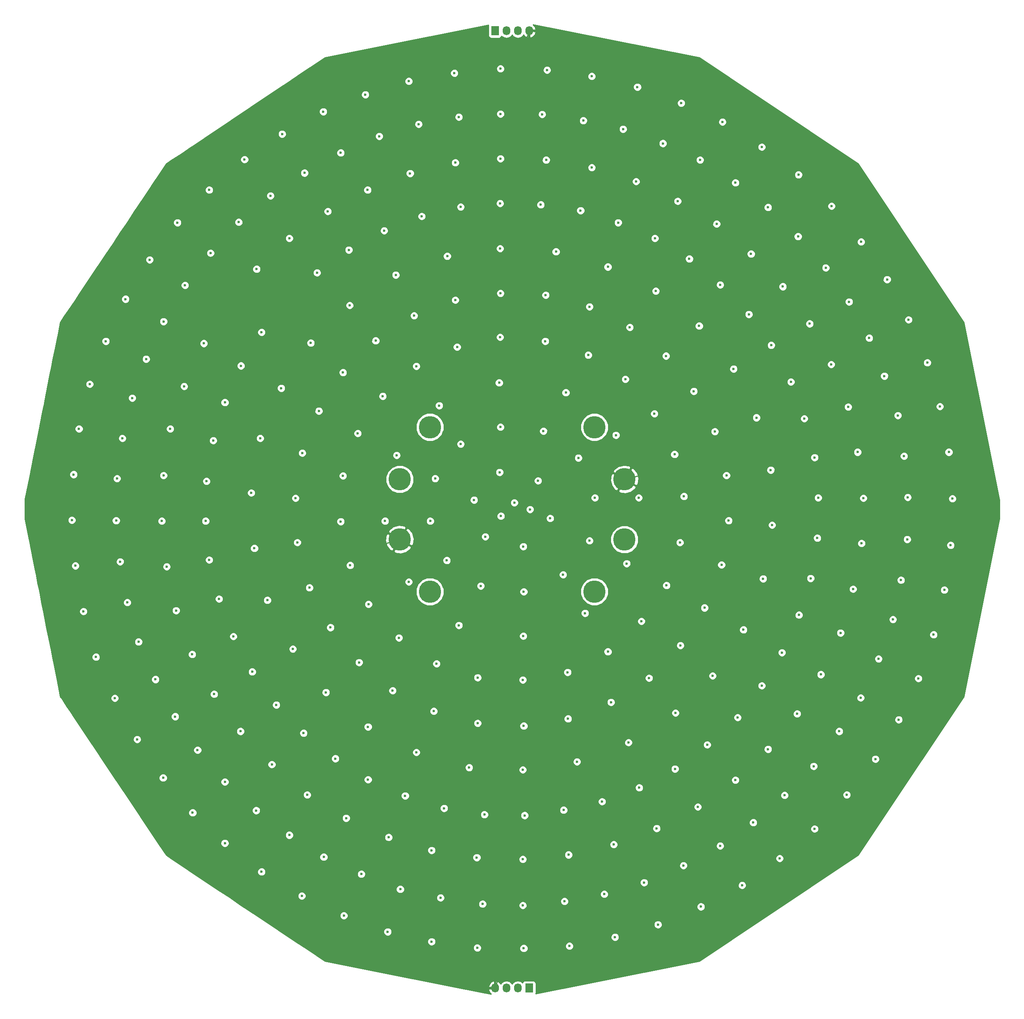
<source format=gbr>
G04 #@! TF.FileFunction,Copper,L3,Inr,Plane*
%FSLAX46Y46*%
G04 Gerber Fmt 4.6, Leading zero omitted, Abs format (unit mm)*
G04 Created by KiCad (PCBNEW 4.0.6-e0-6349~53~ubuntu16.04.1) date Sun Jun 25 10:16:03 2017*
%MOMM*%
%LPD*%
G01*
G04 APERTURE LIST*
%ADD10C,0.100000*%
%ADD11C,5.000000*%
%ADD12R,1.727200X2.032000*%
%ADD13O,1.727200X2.032000*%
%ADD14C,0.600000*%
%ADD15C,0.250000*%
%ADD16C,0.254000*%
G04 APERTURE END LIST*
D10*
D11*
X318384776Y-181615224D03*
X325114071Y-193270705D03*
X325114071Y-206729295D03*
X318384776Y-218384776D03*
X281615224Y-218384776D03*
X274885929Y-206729295D03*
X274885929Y-193270705D03*
X281615224Y-181615224D03*
D12*
X296190000Y-93000000D03*
D13*
X298730000Y-93000000D03*
X301270000Y-93000000D03*
X303810000Y-93000000D03*
D12*
X303810000Y-307000000D03*
D13*
X301270000Y-307000000D03*
X298730000Y-307000000D03*
X296190000Y-307000000D03*
D14*
X348400000Y-197475000D03*
X346725000Y-187425000D03*
X290300000Y-142550000D03*
X278550000Y-145675000D03*
X267600000Y-151150000D03*
X258225000Y-159025000D03*
X250850000Y-168650000D03*
X254825000Y-182775000D03*
X245250000Y-179650000D03*
X242125000Y-191325000D03*
X252175000Y-192500000D03*
X241625000Y-203525000D03*
X251625000Y-202575000D03*
X253250000Y-212500000D03*
X243700000Y-215575000D03*
X256875000Y-221850000D03*
X248275000Y-226975000D03*
X262475000Y-230450000D03*
X254975000Y-236975000D03*
X263750000Y-245650000D03*
X269625000Y-237600000D03*
X273875000Y-252250000D03*
X278175000Y-243125000D03*
X287625000Y-246700000D03*
X285500000Y-256600000D03*
X297500000Y-258325000D03*
X297500000Y-248325000D03*
X307625000Y-247775000D03*
X309625000Y-257675000D03*
X321375000Y-254300000D03*
X317450000Y-245100000D03*
X332150000Y-248675000D03*
X326175000Y-240500000D03*
X341700000Y-240850000D03*
X334350000Y-234250000D03*
X340650000Y-226375000D03*
X345400000Y-217325000D03*
X347750000Y-207550000D03*
X349200000Y-231350000D03*
X316950000Y-234425000D03*
X307625000Y-237550000D03*
X297625000Y-238275000D03*
X287725000Y-236375000D03*
X278550000Y-231900000D03*
X271075000Y-225300000D03*
X265375000Y-216925000D03*
X274150000Y-212000000D03*
X283650000Y-223250000D03*
X297450000Y-228375000D03*
X312025000Y-225650000D03*
X325325000Y-228875000D03*
X323325000Y-216425000D03*
X331975000Y-221450000D03*
X336350000Y-212300000D03*
X338400000Y-202350000D03*
X328300000Y-202450000D03*
X262350000Y-207425000D03*
X271625000Y-197425000D03*
X261675000Y-197375000D03*
X276775000Y-183725000D03*
X287950000Y-174075000D03*
X325825000Y-188025000D03*
X337750000Y-192450000D03*
X343150000Y-178025000D03*
X337675000Y-169475000D03*
X330475000Y-162175000D03*
X322025000Y-156850000D03*
X312475000Y-153225000D03*
X292425000Y-152150000D03*
X282575000Y-154800000D03*
X273600000Y-159325000D03*
X265600000Y-165750000D03*
X259350000Y-173575000D03*
X263750000Y-187750000D03*
X267950000Y-178650000D03*
X274650000Y-171150000D03*
X282975000Y-165525000D03*
X292525000Y-162225000D03*
X334450000Y-182900000D03*
X328900000Y-174675000D03*
X321375000Y-168075000D03*
X312250000Y-163675000D03*
X316325000Y-176750000D03*
X311150000Y-185350000D03*
X317125000Y-192950000D03*
X318400000Y-202575000D03*
X314550000Y-211450000D03*
X307000000Y-217100000D03*
X297450000Y-218325000D03*
X288575000Y-214625000D03*
X282800000Y-206925000D03*
X281625000Y-197600000D03*
X285275000Y-188475000D03*
X292975000Y-182775000D03*
X308225000Y-197900000D03*
X305975000Y-206350000D03*
X297375000Y-208400000D03*
X291550000Y-202000000D03*
X293900000Y-193600000D03*
X281950000Y-103150000D03*
X293250000Y-111800000D03*
X271900000Y-105600000D03*
X262350000Y-109150000D03*
X292250000Y-122000000D03*
X293600000Y-131800000D03*
X284600000Y-133250000D03*
X284050000Y-112950000D03*
X282150000Y-123650000D03*
X275000000Y-115000000D03*
X266400000Y-118150000D03*
X252950000Y-113600000D03*
X244100000Y-118950000D03*
X276200000Y-135750000D03*
X272450000Y-126550000D03*
X257850000Y-122000000D03*
X267900000Y-139300000D03*
X262950000Y-130850000D03*
X250100000Y-126850000D03*
X236050000Y-125150000D03*
X228600000Y-132250000D03*
X254300000Y-136300000D03*
X246350000Y-142850000D03*
X260250000Y-144050000D03*
X253300000Y-149850000D03*
X239350000Y-150300000D03*
X235900000Y-139050000D03*
X229900000Y-146100000D03*
X221950000Y-140100000D03*
X216100000Y-148600000D03*
X247300000Y-156400000D03*
X241900000Y-163700000D03*
X233400000Y-158600000D03*
X228500000Y-167800000D03*
X224600000Y-153700000D03*
X220200000Y-161700000D03*
X211200000Y-157600000D03*
X207200000Y-167100000D03*
X237800000Y-171500000D03*
X204400000Y-177100000D03*
X216700000Y-170400000D03*
X214100000Y-179200000D03*
X225000000Y-177300000D03*
X234500000Y-179800000D03*
X232500000Y-188500000D03*
X222600000Y-187300000D03*
X212300000Y-188300000D03*
X202400000Y-187200000D03*
X231500000Y-197400000D03*
X232000000Y-206300000D03*
X221600000Y-197500000D03*
X201600000Y-197500000D03*
X211600000Y-197400000D03*
X211700000Y-206700000D03*
X201900000Y-207800000D03*
X213000000Y-215900000D03*
X203200000Y-218100000D03*
X205600000Y-228000000D03*
X215100000Y-224800000D03*
X223600000Y-217800000D03*
X233200000Y-215200000D03*
X235900000Y-223800000D03*
X226700000Y-227700000D03*
X218200000Y-233700000D03*
X209100000Y-237700000D03*
X213600000Y-246900000D03*
X222100000Y-241800000D03*
X230900000Y-237000000D03*
X239600000Y-232000000D03*
X244400000Y-239600000D03*
X218900000Y-255700000D03*
X225300000Y-263900000D03*
X226900000Y-249600000D03*
X236300000Y-245600000D03*
X242800000Y-253500000D03*
X249800000Y-246400000D03*
X256400000Y-252600000D03*
X239000000Y-264000000D03*
X232300000Y-271500000D03*
X263600000Y-258000000D03*
X250300000Y-260600000D03*
X246000000Y-269900000D03*
X240200000Y-278100000D03*
X248600000Y-283800000D03*
X271500000Y-262200000D03*
X279800000Y-265400000D03*
X288600000Y-267500000D03*
X297400000Y-268400000D03*
X306300000Y-268100000D03*
X315300000Y-266700000D03*
X323800000Y-264200000D03*
X267600000Y-271400000D03*
X258500000Y-266500000D03*
X253700000Y-275300000D03*
X261700000Y-279700000D03*
X257700000Y-288800000D03*
X267100000Y-292700000D03*
X270300000Y-283300000D03*
X277300000Y-275000000D03*
X279000000Y-286000000D03*
X277100000Y-295700000D03*
X287300000Y-297600000D03*
X288200000Y-287600000D03*
X287400000Y-277300000D03*
X297500000Y-278300000D03*
X297400000Y-288300000D03*
X306800000Y-288100000D03*
X315900000Y-286900000D03*
X318000000Y-296600000D03*
X328100000Y-294300000D03*
X307600000Y-278000000D03*
X317600000Y-276300000D03*
X324800000Y-284700000D03*
X337800000Y-290900000D03*
X333600000Y-281700000D03*
X327800000Y-273300000D03*
X337100000Y-269100000D03*
X342000000Y-277800000D03*
X347100000Y-286400000D03*
X355700000Y-280900000D03*
X349900000Y-273100000D03*
X345700000Y-263700000D03*
X332200000Y-260400000D03*
X339600000Y-255800000D03*
X346700000Y-250100000D03*
X357300000Y-267400000D03*
X353600000Y-257100000D03*
X364000000Y-261000000D03*
X370100000Y-254000000D03*
X378100000Y-259900000D03*
X384000000Y-251400000D03*
X388800000Y-242200000D03*
X375200000Y-246300000D03*
X366500000Y-241400000D03*
X360600000Y-249700000D03*
X353000000Y-243500000D03*
X357900000Y-236400000D03*
X371300000Y-232300000D03*
X379800000Y-238200000D03*
X383300000Y-229600000D03*
X392800000Y-232700000D03*
X395700000Y-222900000D03*
X386000000Y-220800000D03*
X374900000Y-222700000D03*
X362300000Y-228400000D03*
X354800000Y-220500000D03*
X357900000Y-208600000D03*
X358200000Y-196400000D03*
X365500000Y-220100000D03*
X367600000Y-211200000D03*
X368600000Y-202600000D03*
X377400000Y-212700000D03*
X378300000Y-202600000D03*
X387700000Y-211600000D03*
X388500000Y-202600000D03*
X397600000Y-212800000D03*
X398500000Y-202500000D03*
X356300000Y-184300000D03*
X351800000Y-173000000D03*
X345000000Y-162900000D03*
X368200000Y-193600000D03*
X366700000Y-184600000D03*
X364200000Y-176300000D03*
X378000000Y-192200000D03*
X376200000Y-182100000D03*
X373300000Y-172400000D03*
X398100000Y-192300000D03*
X388200000Y-193300000D03*
X396800000Y-182000000D03*
X387000000Y-184100000D03*
X394200000Y-172000000D03*
X384900000Y-175000000D03*
X390700000Y-162300000D03*
X360300000Y-168000000D03*
X381900000Y-166500000D03*
X386300000Y-152800000D03*
X377900000Y-158000000D03*
X363400000Y-154200000D03*
X355900000Y-160400000D03*
X350100000Y-153400000D03*
X357200000Y-146200000D03*
X373100000Y-150100000D03*
X380800000Y-144200000D03*
X374700000Y-136000000D03*
X367400000Y-142600000D03*
X361200000Y-135900000D03*
X353900000Y-129900000D03*
X346300000Y-124700000D03*
X367800000Y-128500000D03*
X360000000Y-121900000D03*
X343600000Y-147100000D03*
X336300000Y-154300000D03*
X336300000Y-142000000D03*
X326100000Y-147700000D03*
X314800000Y-143500000D03*
X328400000Y-137700000D03*
X320000000Y-134600000D03*
X311400000Y-132500000D03*
X349700000Y-139500000D03*
X341400000Y-133300000D03*
X332300000Y-128400000D03*
X322900000Y-124800000D03*
X312700000Y-122500000D03*
X351500000Y-116000000D03*
X338300000Y-120100000D03*
X329900000Y-116600000D03*
X320700000Y-113900000D03*
X311700000Y-112300000D03*
X342200000Y-111200000D03*
X332900000Y-107300000D03*
X322900000Y-104200000D03*
X312800000Y-102500000D03*
X302300000Y-191600000D03*
X302400000Y-181600000D03*
X302300000Y-171700000D03*
X302400000Y-161600000D03*
X302594787Y-151599858D03*
X302400000Y-141700000D03*
X302300000Y-131700000D03*
X302300000Y-121700000D03*
X302300000Y-111600000D03*
X302500000Y-101700000D03*
X292300000Y-101900000D03*
X307800000Y-298100000D03*
X296190000Y-307000000D03*
X297500000Y-298400000D03*
X302500000Y-201600000D03*
X283700000Y-176800000D03*
X325600000Y-212100000D03*
X302600000Y-218400000D03*
X311400000Y-214600000D03*
X317300000Y-207000000D03*
X318500000Y-197400000D03*
X314800000Y-188500000D03*
X307000000Y-182500000D03*
X293000000Y-217100000D03*
X285400000Y-211400000D03*
X281700000Y-202600000D03*
X282800000Y-193100000D03*
X288500000Y-185400000D03*
X294000000Y-206100000D03*
X302500000Y-208300000D03*
X308500000Y-202000000D03*
X305800000Y-193600000D03*
X291500000Y-197900000D03*
X297200000Y-191700000D03*
X297400000Y-181600000D03*
X297100000Y-171700000D03*
X297300000Y-161500000D03*
X287300000Y-122500000D03*
X288100000Y-112300000D03*
X277200000Y-124900000D03*
X279100000Y-113900000D03*
X270300000Y-116600000D03*
X267700000Y-128600000D03*
X261700000Y-120300000D03*
X253600000Y-124800000D03*
X246000000Y-129900000D03*
X288500000Y-132400000D03*
X287300000Y-153200000D03*
X285500000Y-143400000D03*
X274000000Y-147600000D03*
X279800000Y-134500000D03*
X271400000Y-137700000D03*
X263500000Y-142000000D03*
X263700000Y-154400000D03*
X256400000Y-147100000D03*
X258800000Y-133400000D03*
X250200000Y-139400000D03*
X242900000Y-146300000D03*
X238900000Y-135800000D03*
X232600000Y-142700000D03*
X226900000Y-149900000D03*
X244000000Y-160400000D03*
X255000000Y-162800000D03*
X222100000Y-158000000D03*
X218200000Y-166400000D03*
X215100000Y-175100000D03*
X231100000Y-162900000D03*
X226700000Y-172500000D03*
X239400000Y-167900000D03*
X235800000Y-176100000D03*
X248400000Y-172900000D03*
X287700000Y-163700000D03*
X278100000Y-156700000D03*
X269500000Y-162300000D03*
X278600000Y-168000000D03*
X271100000Y-174700000D03*
X262200000Y-169400000D03*
X256800000Y-178000000D03*
X265500000Y-183000000D03*
X253100000Y-187400000D03*
X233200000Y-184600000D03*
X243700000Y-184100000D03*
X251600000Y-197500000D03*
X241700000Y-196300000D03*
X231700000Y-193700000D03*
X223600000Y-182000000D03*
X222100000Y-192400000D03*
X212900000Y-184100000D03*
X211700000Y-193100000D03*
X221700000Y-202600000D03*
X231500000Y-202600000D03*
X242400000Y-208700000D03*
X232300000Y-211300000D03*
X222800000Y-212800000D03*
X211500000Y-202500000D03*
X212400000Y-211700000D03*
X245300000Y-220300000D03*
X251000000Y-231200000D03*
X234500000Y-220000000D03*
X237700000Y-228400000D03*
X241900000Y-236300000D03*
X214000000Y-220800000D03*
X224900000Y-222600000D03*
X216500000Y-229600000D03*
X228500000Y-232400000D03*
X220300000Y-238000000D03*
X233400000Y-241300000D03*
X224700000Y-246300000D03*
X229700000Y-253800000D03*
X239300000Y-249600000D03*
X235800000Y-260900000D03*
X246300000Y-257000000D03*
X242800000Y-267300000D03*
X250200000Y-272800000D03*
X254200000Y-263800000D03*
X262900000Y-269000000D03*
X257900000Y-277700000D03*
X274200000Y-187900000D03*
X262200000Y-192500000D03*
X271600000Y-202600000D03*
X261700000Y-202700000D03*
X252000000Y-207400000D03*
X254700000Y-217500000D03*
X263800000Y-212500000D03*
X276900000Y-216200000D03*
X259400000Y-226400000D03*
X267900000Y-221200000D03*
X247300000Y-243700000D03*
X258400000Y-240900000D03*
X253400000Y-250000000D03*
X260500000Y-255700000D03*
X267800000Y-248600000D03*
X265800000Y-234200000D03*
X288100000Y-225900000D03*
X274700000Y-228700000D03*
X273300000Y-240500000D03*
X282500000Y-245100000D03*
X283100000Y-234500000D03*
X292300000Y-237600000D03*
X292300000Y-247800000D03*
X302600000Y-248400000D03*
X302400000Y-238100000D03*
X302500000Y-228300000D03*
X316300000Y-223200000D03*
X312400000Y-236400000D03*
X312500000Y-246800000D03*
X322100000Y-243100000D03*
X321400000Y-231800000D03*
X330600000Y-237700000D03*
X266300000Y-281500000D03*
X272400000Y-273300000D03*
X278600000Y-254300000D03*
X267800000Y-260400000D03*
X276100000Y-264000000D03*
X290400000Y-257700000D03*
X284800000Y-266800000D03*
X293800000Y-268200000D03*
X302800000Y-268400000D03*
X275000000Y-284900000D03*
X282000000Y-276200000D03*
X284000000Y-286800000D03*
X292100000Y-277800000D03*
X293400000Y-288200000D03*
X302600000Y-298100000D03*
X302400000Y-258200000D03*
X314500000Y-256400000D03*
X311500000Y-267200000D03*
X320100000Y-265300000D03*
X302400000Y-288500000D03*
X302400000Y-278200000D03*
X312600000Y-277200000D03*
X322700000Y-274900000D03*
X332300000Y-271300000D03*
X311700000Y-287600000D03*
X320600000Y-286000000D03*
X329500000Y-283400000D03*
X338300000Y-279600000D03*
X326000000Y-252100000D03*
X328400000Y-262200000D03*
X336400000Y-258000000D03*
X341500000Y-266500000D03*
X346500000Y-275200000D03*
X353900000Y-270000000D03*
X349900000Y-260500000D03*
X336500000Y-245500000D03*
X343600000Y-252600000D03*
X350400000Y-246500000D03*
X360900000Y-263900000D03*
X357200000Y-253600000D03*
X367400000Y-257400000D03*
X373100000Y-249600000D03*
X363700000Y-245700000D03*
X355800000Y-239400000D03*
X344800000Y-237200000D03*
X328900000Y-225000000D03*
X337600000Y-230400000D03*
X343000000Y-222000000D03*
X351700000Y-226900000D03*
X360300000Y-232000000D03*
X364100000Y-223600000D03*
X369000000Y-236900000D03*
X377900000Y-242100000D03*
X381900000Y-233400000D03*
X373400000Y-227600000D03*
X385100000Y-224600000D03*
X376200000Y-217800000D03*
X386900000Y-215800000D03*
X378100000Y-207600000D03*
X388300000Y-206700000D03*
X378500000Y-197500000D03*
X388400000Y-197300000D03*
X386200000Y-179000000D03*
X387600000Y-188100000D03*
X356100000Y-215500000D03*
X366700000Y-215400000D03*
X368200000Y-206400000D03*
X368400000Y-197400000D03*
X358100000Y-203500000D03*
X346800000Y-212400000D03*
X334500000Y-217000000D03*
X337500000Y-207400000D03*
X348400000Y-202500000D03*
X338400000Y-197100000D03*
X328300000Y-197400000D03*
X323200000Y-183400000D03*
X312000000Y-173900000D03*
X336300000Y-187700000D03*
X357800000Y-191200000D03*
X347900000Y-192400000D03*
X377200000Y-187200000D03*
X367600000Y-188400000D03*
X365300000Y-179700000D03*
X375100000Y-177100000D03*
X354600000Y-179500000D03*
X345300000Y-182600000D03*
X331800000Y-178600000D03*
X340600000Y-173600000D03*
X297400000Y-151700000D03*
X297300000Y-141700000D03*
X297300000Y-131600000D03*
X334400000Y-165700000D03*
X325300000Y-170900000D03*
X326300000Y-159300000D03*
X317000000Y-165500000D03*
X317300000Y-154700000D03*
X307400000Y-162400000D03*
X307500000Y-152100000D03*
X362300000Y-171500000D03*
X383200000Y-170200000D03*
X371300000Y-167600000D03*
X379800000Y-161700000D03*
X366500000Y-158500000D03*
X375300000Y-153600000D03*
X357900000Y-163300000D03*
X349500000Y-168600000D03*
X352900000Y-156400000D03*
X341800000Y-159000000D03*
X346500000Y-149800000D03*
X370100000Y-146000000D03*
X360500000Y-150200000D03*
X363900000Y-139000000D03*
X353400000Y-142900000D03*
X357200000Y-132500000D03*
X345700000Y-136200000D03*
X349900000Y-127000000D03*
X337000000Y-131100000D03*
X342000000Y-121900000D03*
X339600000Y-144000000D03*
X332100000Y-151200000D03*
X331900000Y-139400000D03*
X321400000Y-145800000D03*
X323700000Y-135900000D03*
X315300000Y-133200000D03*
X309800000Y-142400000D03*
X306400000Y-131900000D03*
X297400000Y-121600000D03*
X297400000Y-111600000D03*
X297400000Y-101500000D03*
X327700000Y-126700000D03*
X317800000Y-123600000D03*
X307600000Y-121900000D03*
X333700000Y-118200000D03*
X324800000Y-115000000D03*
X315900000Y-113100000D03*
X306700000Y-111700000D03*
X287100000Y-102500000D03*
X276900000Y-104300000D03*
X267200000Y-107300000D03*
X257800000Y-111100000D03*
X248600000Y-116100000D03*
X240200000Y-121800000D03*
X232300000Y-128600000D03*
X225200000Y-135900000D03*
X219000000Y-144200000D03*
X213600000Y-153000000D03*
X209200000Y-162400000D03*
X205600000Y-172000000D03*
X203200000Y-182000000D03*
X202000000Y-192200000D03*
X201600000Y-202400000D03*
X202400000Y-212600000D03*
X204200000Y-222800000D03*
X207000000Y-233000000D03*
X211200000Y-242200000D03*
X216200000Y-251400000D03*
X222000000Y-260000000D03*
X228600000Y-267800000D03*
X235800000Y-274600000D03*
X244000000Y-281000000D03*
X253000000Y-286400000D03*
X262400000Y-290800000D03*
X272200000Y-294400000D03*
X282000000Y-296600000D03*
X292200000Y-298000000D03*
X312800000Y-297600000D03*
X323000000Y-295600000D03*
X332600000Y-292800000D03*
X342200000Y-288800000D03*
X351400000Y-284000000D03*
X359800000Y-278000000D03*
X367600000Y-271400000D03*
X374800000Y-263800000D03*
X381200000Y-255800000D03*
X386400000Y-247000000D03*
X390800000Y-237800000D03*
X394200000Y-228000000D03*
X396600000Y-218000000D03*
X398000000Y-208000000D03*
X398400000Y-197600000D03*
X397600000Y-187200000D03*
X395600000Y-177000000D03*
X392800000Y-167200000D03*
X388600000Y-157600000D03*
X383800000Y-148600000D03*
X378000000Y-140200000D03*
X371400000Y-132200000D03*
X364000000Y-125200000D03*
X355800000Y-119000000D03*
X347000000Y-113400000D03*
X337800000Y-109200000D03*
X328000000Y-105600000D03*
X317800000Y-103200000D03*
X307800000Y-101800000D03*
X297500000Y-201500000D03*
X304000000Y-200000000D03*
X300500000Y-198500000D03*
D15*
X344666671Y-198257810D02*
X348400000Y-197475000D01*
X343409427Y-188870388D02*
X346725000Y-187425000D01*
X289339189Y-136160135D02*
X290300000Y-142550000D01*
X276275643Y-139477381D02*
X278550000Y-145675000D01*
X264344226Y-146126943D02*
X267600000Y-151150000D01*
X254425803Y-153991077D02*
X258225000Y-159025000D01*
X245145459Y-164796472D02*
X250850000Y-168650000D01*
X258182315Y-184127958D02*
X254825000Y-182775000D01*
X239206040Y-177270223D02*
X245250000Y-179650000D01*
X236070753Y-190719401D02*
X242125000Y-191325000D01*
X255953847Y-193071533D02*
X252175000Y-192500000D01*
X235349259Y-203799647D02*
X241625000Y-203525000D01*
X255221566Y-202187373D02*
X251625000Y-202575000D01*
X256436719Y-211544905D02*
X253250000Y-212500000D01*
X237573206Y-217491799D02*
X243700000Y-215575000D01*
X259911244Y-220182163D02*
X256875000Y-221850000D01*
X242419068Y-229849281D02*
X248275000Y-226975000D01*
X264996450Y-227808269D02*
X262475000Y-230450000D01*
X249851957Y-241160352D02*
X254975000Y-236975000D01*
X259609118Y-250778530D02*
X263750000Y-245650000D01*
X271555997Y-234608975D02*
X269625000Y-237600000D01*
X271018382Y-258038970D02*
X273875000Y-252250000D01*
X279278496Y-239827567D02*
X278175000Y-243125000D01*
X288465929Y-243586062D02*
X287625000Y-246700000D01*
X283375202Y-262849411D02*
X285500000Y-256600000D01*
X296960608Y-264658651D02*
X297500000Y-258325000D01*
X297684888Y-244852484D02*
X297500000Y-248325000D01*
X307048447Y-244408059D02*
X307625000Y-247775000D01*
X310430153Y-263847064D02*
X309625000Y-257675000D01*
X323524240Y-260019110D02*
X321375000Y-254300000D01*
X315691858Y-242214579D02*
X317450000Y-245100000D01*
X335563145Y-254400586D02*
X332150000Y-248675000D01*
X324129804Y-238121105D02*
X326175000Y-240500000D01*
X345926285Y-245724539D02*
X341700000Y-240850000D01*
X331924469Y-232449618D02*
X334350000Y-234250000D01*
X337506868Y-224700915D02*
X340650000Y-226375000D01*
X341595979Y-216148222D02*
X345400000Y-217325000D01*
X343800920Y-207253928D02*
X347750000Y-207550000D01*
X354738344Y-234423665D02*
X349200000Y-231350000D01*
X320058882Y-240354550D02*
X316950000Y-234425000D01*
X309131155Y-244217144D02*
X307625000Y-237550000D01*
X297285497Y-244798022D02*
X297625000Y-238275000D01*
X286226991Y-242670133D02*
X287725000Y-236375000D01*
X275369892Y-237490585D02*
X278550000Y-231900000D01*
X266902077Y-230251381D02*
X271075000Y-225300000D01*
X259870197Y-220206633D02*
X259911244Y-220182163D01*
X259911244Y-220182163D02*
X265375000Y-216925000D01*
X268415762Y-214723798D02*
X274150000Y-212000000D01*
X279911636Y-228538709D02*
X283650000Y-223250000D01*
X297000349Y-234573566D02*
X297450000Y-228375000D01*
X314528287Y-231502542D02*
X312025000Y-225650000D01*
X329629150Y-234277476D02*
X325325000Y-228875000D01*
X328610390Y-220538022D02*
X323325000Y-216425000D01*
X337256854Y-225047949D02*
X331975000Y-221450000D01*
X342305436Y-214544232D02*
X336350000Y-212300000D01*
X334858824Y-202264704D02*
X338400000Y-202350000D01*
X334641176Y-203135296D02*
X328300000Y-202450000D01*
X256056046Y-209161242D02*
X262350000Y-207425000D01*
X264860431Y-197456117D02*
X271625000Y-197425000D01*
X255250366Y-197362767D02*
X261675000Y-197375000D01*
X271122715Y-179975431D02*
X276775000Y-183725000D01*
X285144010Y-168579245D02*
X287950000Y-174075000D01*
X331169324Y-185533048D02*
X325825000Y-188025000D01*
X333215187Y-193332901D02*
X337750000Y-192450000D01*
X339844961Y-180530670D02*
X343150000Y-178025000D01*
X334569186Y-172074295D02*
X337675000Y-169475000D01*
X328835478Y-165876895D02*
X330475000Y-162175000D01*
X321122275Y-160337017D02*
X322025000Y-156850000D01*
X312014034Y-156950406D02*
X312475000Y-153225000D01*
X293168153Y-155616720D02*
X292425000Y-152150000D01*
X284304853Y-158019726D02*
X282575000Y-154800000D01*
X275776619Y-161871292D02*
X273600000Y-159325000D01*
X268481140Y-167676297D02*
X265600000Y-165750000D01*
X262630721Y-175340803D02*
X259350000Y-173575000D01*
X257402909Y-186055962D02*
X263750000Y-187750000D01*
X262623000Y-175336000D02*
X262630721Y-175340803D01*
X262630721Y-175340803D02*
X267950000Y-178650000D01*
X270381632Y-166164078D02*
X274650000Y-171150000D01*
X279888113Y-159629566D02*
X282975000Y-165525000D01*
X290960865Y-156053579D02*
X292525000Y-162225000D01*
X339844961Y-180530670D02*
X334450000Y-182900000D01*
X333539312Y-170607505D02*
X328900000Y-174675000D01*
X324542307Y-162274579D02*
X321375000Y-168075000D01*
X314056579Y-157394760D02*
X312250000Y-163675000D01*
X320193486Y-171652691D02*
X316325000Y-176750000D01*
X309412957Y-188369152D02*
X311150000Y-185350000D01*
X313518545Y-195065260D02*
X317125000Y-192950000D01*
X314151886Y-202554214D02*
X318400000Y-202575000D01*
X311304040Y-209560294D02*
X314550000Y-211450000D01*
X305317966Y-214100061D02*
X307000000Y-217100000D01*
X297957945Y-215045728D02*
X297450000Y-218325000D01*
X290511698Y-211419056D02*
X288575000Y-214625000D01*
X286163960Y-204430930D02*
X282800000Y-206925000D01*
X285224622Y-198076623D02*
X281625000Y-197600000D01*
X288204576Y-190670291D02*
X285275000Y-188475000D01*
X294640054Y-185669637D02*
X292975000Y-182775000D01*
X266789568Y-208967071D02*
X274885929Y-206729295D01*
X332700226Y-191369612D02*
X325114071Y-193270705D01*
X313518545Y-195065260D02*
X308225000Y-197900000D01*
X311391270Y-209612843D02*
X311304040Y-209560294D01*
X311304040Y-209560294D02*
X305975000Y-206350000D01*
X296726525Y-214711485D02*
X297375000Y-208400000D01*
X286018385Y-204496634D02*
X286163960Y-204430930D01*
X286163960Y-204430930D02*
X291550000Y-202000000D01*
X288701787Y-190107411D02*
X293900000Y-193600000D01*
X281243077Y-95644615D02*
X281950000Y-103150000D01*
X293937669Y-114781583D02*
X293250000Y-111800000D01*
X268781078Y-98630816D02*
X271900000Y-105600000D01*
X259535130Y-102416880D02*
X262350000Y-109150000D01*
X291600507Y-115202816D02*
X292250000Y-122000000D01*
X294435135Y-135310811D02*
X293600000Y-131800000D01*
X285695499Y-136933332D02*
X284600000Y-133250000D01*
X284981224Y-116395826D02*
X284050000Y-112950000D01*
X280945179Y-117123253D02*
X282150000Y-123650000D01*
X276443906Y-118385602D02*
X275000000Y-115000000D01*
X268704758Y-121661242D02*
X266400000Y-118150000D01*
X249855719Y-106762738D02*
X252950000Y-113600000D01*
X240242995Y-112990376D02*
X244100000Y-118950000D01*
X277943753Y-139026870D02*
X276200000Y-135750000D01*
X270621203Y-120850095D02*
X272450000Y-126550000D01*
X259973958Y-125356604D02*
X257850000Y-122000000D01*
X269756971Y-142660887D02*
X267900000Y-139300000D01*
X260246327Y-125241322D02*
X262950000Y-130850000D01*
X252550000Y-130050000D02*
X250100000Y-126850000D01*
X231656123Y-119239710D02*
X236050000Y-125150000D01*
X223313821Y-127215772D02*
X228600000Y-132250000D01*
X250838608Y-131398980D02*
X254300000Y-136300000D01*
X241976882Y-138384105D02*
X246350000Y-142850000D01*
X262200000Y-147500000D02*
X260250000Y-144050000D01*
X255993399Y-152682211D02*
X253300000Y-149850000D01*
X234713548Y-146420665D02*
X239350000Y-150300000D01*
X238727913Y-141432226D02*
X235900000Y-139050000D01*
X233068496Y-148464884D02*
X229900000Y-146100000D01*
X215900948Y-135050897D02*
X221950000Y-140100000D01*
X209465819Y-144736382D02*
X216100000Y-148600000D01*
X249850262Y-158739038D02*
X247300000Y-156400000D01*
X244771539Y-165277894D02*
X241900000Y-163700000D01*
X227845052Y-154955781D02*
X233400000Y-158600000D01*
X222938216Y-165375939D02*
X228500000Y-167800000D01*
X227355467Y-155564162D02*
X224600000Y-153700000D01*
X223652219Y-163542450D02*
X220200000Y-161700000D01*
X204141879Y-154367873D02*
X211200000Y-157600000D01*
X200001347Y-164700443D02*
X207200000Y-167100000D01*
X241146365Y-172776839D02*
X237800000Y-171500000D01*
X196617515Y-175005750D02*
X204400000Y-177100000D01*
X220512524Y-171604877D02*
X216700000Y-170400000D01*
X217756424Y-180108401D02*
X214100000Y-179200000D01*
X218983075Y-175532351D02*
X225000000Y-177300000D01*
X237989738Y-180698035D02*
X234500000Y-179800000D01*
X236359520Y-189211396D02*
X232500000Y-188500000D01*
X216805005Y-186500748D02*
X222600000Y-187300000D01*
X216461430Y-188809142D02*
X212300000Y-188300000D01*
X194514000Y-186102000D02*
X202400000Y-187200000D01*
X235444788Y-197399204D02*
X231500000Y-197400000D01*
X235308953Y-206500149D02*
X232000000Y-206300000D01*
X215000245Y-197490827D02*
X221600000Y-197500000D01*
X193587872Y-197194986D02*
X201600000Y-197500000D01*
X215168603Y-197495324D02*
X215000245Y-197490827D01*
X215000245Y-197490827D02*
X211600000Y-197400000D01*
X215835952Y-206382036D02*
X211700000Y-206700000D01*
X194215301Y-208199125D02*
X201900000Y-207800000D01*
X217053255Y-215592962D02*
X213000000Y-215900000D01*
X195511388Y-219296442D02*
X203200000Y-218100000D01*
X198860142Y-230012454D02*
X205600000Y-228000000D01*
X218615242Y-223693562D02*
X215100000Y-224800000D01*
X217532875Y-219222087D02*
X223600000Y-217800000D01*
X236876142Y-214305221D02*
X233200000Y-215200000D01*
X239239991Y-222526051D02*
X235900000Y-223800000D01*
X221179920Y-229766248D02*
X226700000Y-227700000D01*
X222032957Y-231786083D02*
X218200000Y-233700000D01*
X202784329Y-240206439D02*
X209100000Y-237700000D01*
X207061458Y-250615838D02*
X213600000Y-246900000D01*
X225399694Y-239757897D02*
X222100000Y-241800000D01*
X225465807Y-239914440D02*
X230900000Y-237000000D01*
X242628250Y-230331147D02*
X239600000Y-232000000D01*
X247386536Y-237809908D02*
X244400000Y-239600000D01*
X212978017Y-259716054D02*
X218900000Y-255700000D01*
X219642845Y-268841742D02*
X225300000Y-263900000D01*
X230296472Y-247402716D02*
X226900000Y-249600000D01*
X231419561Y-248861912D02*
X236300000Y-245600000D01*
X238031556Y-257452679D02*
X242800000Y-253500000D01*
X251961011Y-243835399D02*
X249800000Y-246400000D01*
X258186134Y-249714682D02*
X256400000Y-252600000D01*
X240966678Y-260913419D02*
X239000000Y-264000000D01*
X227469980Y-276433874D02*
X232300000Y-271500000D01*
X265675294Y-254638823D02*
X263600000Y-258000000D01*
X246560566Y-265221356D02*
X250300000Y-260600000D01*
X248555548Y-266757721D02*
X246000000Y-269900000D01*
X234890786Y-283010397D02*
X240200000Y-278100000D01*
X245191988Y-289714243D02*
X248600000Y-283800000D01*
X272800000Y-259172727D02*
X271500000Y-262200000D01*
X280331432Y-261808121D02*
X279800000Y-265400000D01*
X288688616Y-263698033D02*
X288600000Y-267500000D01*
X297201552Y-264686632D02*
X297400000Y-268400000D01*
X305904659Y-264342556D02*
X306300000Y-268100000D01*
X313867136Y-263406303D02*
X315300000Y-266700000D01*
X322105827Y-260516613D02*
X323800000Y-264200000D01*
X266146055Y-277329103D02*
X267600000Y-271400000D01*
X256067217Y-272542569D02*
X258500000Y-266500000D01*
X255323337Y-271969696D02*
X253700000Y-275300000D01*
X263321377Y-276148839D02*
X261700000Y-279700000D01*
X254554599Y-294980712D02*
X257700000Y-288800000D01*
X264819281Y-299451551D02*
X267100000Y-292700000D01*
X271355742Y-279505921D02*
X270300000Y-283300000D01*
X275692485Y-281317987D02*
X277300000Y-275000000D01*
X280009405Y-282822501D02*
X279000000Y-286000000D01*
X274705609Y-303385906D02*
X277100000Y-295700000D01*
X286699671Y-305602237D02*
X287300000Y-297600000D01*
X288789318Y-283888024D02*
X288200000Y-287600000D01*
X286400232Y-283598086D02*
X287400000Y-277300000D01*
X297309463Y-284922022D02*
X297500000Y-278300000D01*
X297013818Y-284886143D02*
X297400000Y-288300000D01*
X305884205Y-284379090D02*
X306800000Y-288100000D01*
X315011340Y-283186807D02*
X315900000Y-286900000D01*
X319103688Y-303722655D02*
X318000000Y-296600000D01*
X330288778Y-300663445D02*
X328100000Y-294300000D01*
X308491958Y-284038438D02*
X307600000Y-278000000D01*
X319008447Y-282664662D02*
X317600000Y-276300000D01*
X323495788Y-281589941D02*
X324800000Y-284700000D01*
X339784211Y-297748568D02*
X337800000Y-290900000D01*
X331939103Y-278054563D02*
X333600000Y-281700000D01*
X329867358Y-278922042D02*
X327800000Y-273300000D01*
X339871921Y-274732940D02*
X337100000Y-269100000D01*
X339992629Y-274682397D02*
X342000000Y-277800000D01*
X350296751Y-292494518D02*
X347100000Y-286400000D01*
X359325990Y-287143858D02*
X355700000Y-280900000D01*
X347303461Y-269968880D02*
X349900000Y-273100000D01*
X349251731Y-268534440D02*
X345700000Y-263700000D01*
X330023866Y-257246454D02*
X332200000Y-260400000D01*
X337900000Y-253200000D02*
X339600000Y-255800000D01*
X344116388Y-247410227D02*
X346700000Y-250100000D01*
X355018152Y-264288833D02*
X357300000Y-267400000D01*
X357351942Y-262570548D02*
X353600000Y-257100000D01*
X361457818Y-258868118D02*
X364000000Y-261000000D01*
X366788254Y-251815541D02*
X370100000Y-254000000D01*
X383291191Y-264393687D02*
X378100000Y-259900000D01*
X389500899Y-255728978D02*
X384000000Y-251400000D01*
X394921139Y-245464297D02*
X388800000Y-242200000D01*
X372201114Y-244297809D02*
X375200000Y-246300000D01*
X372395560Y-244396644D02*
X372201114Y-244297809D01*
X372201114Y-244297809D02*
X366500000Y-241400000D01*
X365111935Y-254033440D02*
X360600000Y-249700000D01*
X349706841Y-241433942D02*
X353000000Y-243500000D01*
X354696370Y-234397427D02*
X354738344Y-234423665D01*
X354738344Y-234423665D02*
X357900000Y-236400000D01*
X376749704Y-234920710D02*
X371300000Y-232300000D01*
X375885799Y-236994082D02*
X379800000Y-238200000D01*
X379228994Y-228970414D02*
X383300000Y-229600000D01*
X399518993Y-235308598D02*
X392800000Y-232700000D01*
X402487854Y-224118301D02*
X395700000Y-222900000D01*
X382435423Y-220591332D02*
X386000000Y-220800000D01*
X381128402Y-224411835D02*
X374900000Y-222700000D01*
X358666916Y-226784525D02*
X362300000Y-228400000D01*
X360468815Y-222932189D02*
X354800000Y-220500000D01*
X364145054Y-209209934D02*
X357900000Y-208600000D01*
X364815635Y-196000414D02*
X358200000Y-196400000D01*
X362000000Y-218939286D02*
X365500000Y-220100000D01*
X363748058Y-211010594D02*
X367600000Y-211200000D01*
X364630590Y-202800818D02*
X368600000Y-202600000D01*
X383385951Y-213511537D02*
X377400000Y-212700000D01*
X384840377Y-202678571D02*
X378300000Y-202600000D01*
X383643609Y-211592429D02*
X387700000Y-211600000D01*
X384840377Y-202678571D02*
X388500000Y-202600000D01*
X404620133Y-213883362D02*
X397600000Y-212800000D01*
X404935200Y-202702057D02*
X398500000Y-202500000D01*
X362352400Y-182786800D02*
X356300000Y-184300000D01*
X357567032Y-170570708D02*
X351800000Y-173000000D01*
X349776885Y-159017234D02*
X345000000Y-162900000D01*
X364864652Y-194199039D02*
X368200000Y-193600000D01*
X363116734Y-185820974D02*
X366700000Y-184600000D01*
X360737907Y-177827133D02*
X364200000Y-176300000D01*
X384036743Y-191894726D02*
X378000000Y-192200000D01*
X382471672Y-180989715D02*
X376200000Y-182100000D01*
X378757753Y-170217257D02*
X373300000Y-172400000D01*
X404585150Y-191600471D02*
X398100000Y-192300000D01*
X384281855Y-193602603D02*
X388200000Y-193300000D01*
X402805853Y-180698789D02*
X396800000Y-182000000D01*
X383078430Y-185217448D02*
X387000000Y-184100000D01*
X400651291Y-170268750D02*
X394200000Y-172000000D01*
X381404828Y-176698027D02*
X384900000Y-175000000D01*
X396714852Y-160048516D02*
X390700000Y-162300000D01*
X357257468Y-169862283D02*
X360300000Y-168000000D01*
X377978273Y-168308875D02*
X381900000Y-166500000D01*
X392096634Y-149746337D02*
X386300000Y-152800000D01*
X374741040Y-160383236D02*
X377900000Y-158000000D01*
X374741040Y-160383236D02*
X369000000Y-162800000D01*
X368680466Y-150992368D02*
X363400000Y-154200000D01*
X352932911Y-163250022D02*
X355900000Y-160400000D01*
X346751605Y-155443887D02*
X350100000Y-153400000D01*
X361768305Y-142047218D02*
X357200000Y-146200000D01*
X370208926Y-152970375D02*
X373100000Y-150100000D01*
X386523077Y-140584616D02*
X380800000Y-144200000D01*
X380323077Y-131284616D02*
X374700000Y-136000000D01*
X365108926Y-146370375D02*
X367400000Y-142600000D01*
X359351037Y-139165772D02*
X361200000Y-135900000D01*
X352356359Y-133958623D02*
X353900000Y-129900000D01*
X344944173Y-128440662D02*
X346300000Y-124700000D01*
X373005415Y-123594311D02*
X367800000Y-128500000D01*
X365065103Y-116036664D02*
X360000000Y-121900000D01*
X341963076Y-151040150D02*
X343600000Y-147100000D01*
X340086654Y-149314512D02*
X336300000Y-154300000D01*
X335126528Y-145444733D02*
X336300000Y-142000000D01*
X328715605Y-142367490D02*
X326100000Y-147700000D01*
X315305600Y-137165621D02*
X314800000Y-143500000D01*
X327600000Y-141832000D02*
X328400000Y-137700000D01*
X319603121Y-137993498D02*
X320000000Y-134600000D01*
X311200502Y-136496920D02*
X311400000Y-132500000D01*
X353559552Y-134854333D02*
X349700000Y-139500000D01*
X344254285Y-127927079D02*
X341400000Y-133300000D01*
X335088923Y-123124986D02*
X332300000Y-128400000D01*
X325138195Y-118713839D02*
X322900000Y-124800000D01*
X313594727Y-116340026D02*
X312700000Y-122500000D01*
X355187793Y-109522133D02*
X351500000Y-116000000D01*
X337177465Y-124050835D02*
X338300000Y-120100000D01*
X328953402Y-120405116D02*
X329900000Y-116600000D01*
X320788447Y-117287700D02*
X320700000Y-113900000D01*
X311701240Y-116090585D02*
X311700000Y-112300000D01*
X346095858Y-104507509D02*
X342200000Y-111200000D01*
X335606323Y-100182143D02*
X332900000Y-107300000D01*
X325409936Y-96571939D02*
X322900000Y-104200000D01*
X313995211Y-94336496D02*
X312800000Y-102500000D01*
X302518768Y-191699880D02*
X302300000Y-191600000D01*
X302538104Y-181500141D02*
X302400000Y-181600000D01*
X302556682Y-171700246D02*
X302300000Y-171700000D01*
X302575829Y-161600203D02*
X302400000Y-161600000D01*
X302613744Y-141600040D02*
X302400000Y-141700000D01*
X302632512Y-131699920D02*
X302300000Y-131700000D01*
X302651469Y-121700103D02*
X302300000Y-121700000D01*
X302670616Y-111600060D02*
X302300000Y-111600000D01*
X302689194Y-101800165D02*
X302500000Y-101700000D01*
X302531469Y-185000103D02*
X307400000Y-186100000D01*
X302531671Y-184893399D02*
X302531671Y-184893548D01*
X297600000Y-184700000D02*
X302531671Y-184893399D01*
X291800000Y-186600000D02*
X294640054Y-185669637D01*
X294640054Y-185669637D02*
X297600000Y-184700000D01*
X286500000Y-192600000D02*
X288204576Y-190670291D01*
X288204576Y-190670291D02*
X288701787Y-190107411D01*
X288701787Y-190107411D02*
X291800000Y-186600000D01*
X284800000Y-199900000D02*
X285224622Y-198076623D01*
X285224622Y-198076623D02*
X286500000Y-192600000D01*
X287000000Y-208200000D02*
X286018385Y-204496634D01*
X286018385Y-204496634D02*
X284800000Y-199900000D01*
X293000000Y-213700000D02*
X290511698Y-211419056D01*
X290511698Y-211419056D02*
X287000000Y-208200000D01*
X300000000Y-215600000D02*
X297957945Y-215045728D01*
X297957945Y-215045728D02*
X296726525Y-214711485D01*
X296726525Y-214711485D02*
X293000000Y-213700000D01*
X307800000Y-213400000D02*
X305317966Y-214100061D01*
X305317966Y-214100061D02*
X300000000Y-215600000D01*
X313300000Y-207600000D02*
X311391270Y-209612843D01*
X311391270Y-209612843D02*
X307800000Y-213400000D01*
X314600000Y-199900000D02*
X314151886Y-202554214D01*
X314151886Y-202554214D02*
X313300000Y-207600000D01*
X312900000Y-192300000D02*
X313518545Y-195065260D01*
X313518545Y-195065260D02*
X314600000Y-199900000D01*
X307400000Y-186100000D02*
X309412957Y-188369152D01*
X309412957Y-188369152D02*
X312900000Y-192300000D01*
X302569005Y-165199863D02*
X318000000Y-169300000D01*
X302569005Y-165199863D02*
X302556682Y-171700246D01*
X302556682Y-171700246D02*
X302538104Y-181500141D01*
X302538104Y-181500141D02*
X302531671Y-184893548D01*
X302588531Y-154899898D02*
X302575829Y-161600203D01*
X302575829Y-161600203D02*
X302569194Y-165100166D01*
X318000000Y-169300000D02*
X320193486Y-171652691D01*
X320193486Y-171652691D02*
X330400000Y-182600000D01*
X330400000Y-182600000D02*
X331169324Y-185533048D01*
X331169324Y-185533048D02*
X332700226Y-191369612D01*
X332700226Y-191369612D02*
X333215187Y-193332901D01*
X333215187Y-193332901D02*
X335200000Y-200900000D01*
X335200000Y-200900000D02*
X334858824Y-202264704D01*
X334858824Y-202264704D02*
X334641176Y-203135296D01*
X334641176Y-203135296D02*
X330800000Y-218500000D01*
X330800000Y-218500000D02*
X328610390Y-220538022D01*
X328610390Y-220538022D02*
X317800000Y-230600000D01*
X317800000Y-230600000D02*
X314528287Y-231502542D01*
X314528287Y-231502542D02*
X300400000Y-235400000D01*
X300400000Y-235400000D02*
X297000349Y-234573566D01*
X297000349Y-234573566D02*
X282300000Y-231000000D01*
X282300000Y-231000000D02*
X279911636Y-228538709D01*
X279911636Y-228538709D02*
X269200000Y-217500000D01*
X269200000Y-217500000D02*
X268415762Y-214723798D01*
X268415762Y-214723798D02*
X266789568Y-208967071D01*
X266789568Y-208967071D02*
X264200000Y-199800000D01*
X264200000Y-199800000D02*
X264860431Y-197456117D01*
X264860431Y-197456117D02*
X269300000Y-181700000D01*
X269300000Y-181700000D02*
X271122715Y-179975431D01*
X271122715Y-179975431D02*
X282300000Y-169400000D01*
X282300000Y-169400000D02*
X285144010Y-168579245D01*
X285144010Y-168579245D02*
X297200000Y-165100000D01*
X297200000Y-165100000D02*
X302569194Y-165100000D01*
X302569194Y-165100000D02*
X302569194Y-165100166D01*
X302588531Y-154899898D02*
X312014034Y-156950406D01*
X312014034Y-156950406D02*
X314056579Y-157394760D01*
X314056579Y-157394760D02*
X315000000Y-157600000D01*
X297800000Y-154700000D02*
X302588531Y-154899898D01*
X288200000Y-156600000D02*
X290960865Y-156053579D01*
X290960865Y-156053579D02*
X293168153Y-155616720D01*
X293168153Y-155616720D02*
X297800000Y-154700000D01*
X277500000Y-160500000D02*
X279888113Y-159629566D01*
X279888113Y-159629566D02*
X284304853Y-158019726D01*
X284304853Y-158019726D02*
X288200000Y-156600000D01*
X268200000Y-167900000D02*
X268481140Y-167676297D01*
X268481140Y-167676297D02*
X270381632Y-166164078D01*
X270381632Y-166164078D02*
X275776619Y-161871292D01*
X275776619Y-161871292D02*
X277500000Y-160500000D01*
X260700000Y-177900000D02*
X262623000Y-175336000D01*
X262623000Y-175336000D02*
X268200000Y-167900000D01*
X256900000Y-187300000D02*
X257402909Y-186055962D01*
X257402909Y-186055962D02*
X258182315Y-184127958D01*
X258182315Y-184127958D02*
X260700000Y-177900000D01*
X254900000Y-199500000D02*
X255250366Y-197362767D01*
X255250366Y-197362767D02*
X255953847Y-193071533D01*
X255953847Y-193071533D02*
X256900000Y-187300000D01*
X256300000Y-211200000D02*
X256056046Y-209161242D01*
X256056046Y-209161242D02*
X255221566Y-202187373D01*
X255221566Y-202187373D02*
X254900000Y-199500000D01*
X260700000Y-222300000D02*
X259870197Y-220206633D01*
X259870197Y-220206633D02*
X256436719Y-211544905D01*
X256436719Y-211544905D02*
X256300000Y-211200000D01*
X268500000Y-232300000D02*
X266902077Y-230251381D01*
X266902077Y-230251381D02*
X264996450Y-227808269D01*
X264996450Y-227808269D02*
X260700000Y-222300000D01*
X277500000Y-239100000D02*
X275369892Y-237490585D01*
X275369892Y-237490585D02*
X271555997Y-234608975D01*
X271555997Y-234608975D02*
X268500000Y-232300000D01*
X288500000Y-243600000D02*
X288465929Y-243586062D01*
X288465929Y-243586062D02*
X286226991Y-242670133D01*
X286226991Y-242670133D02*
X279278496Y-239827567D01*
X279278496Y-239827567D02*
X277500000Y-239100000D01*
X299500000Y-245100000D02*
X297684888Y-244852484D01*
X297684888Y-244852484D02*
X297285497Y-244798022D01*
X297285497Y-244798022D02*
X288500000Y-243600000D01*
X311500000Y-244000000D02*
X309131155Y-244217144D01*
X309131155Y-244217144D02*
X307048447Y-244408059D01*
X307048447Y-244408059D02*
X299500000Y-245100000D01*
X322300000Y-239400000D02*
X320058882Y-240354550D01*
X320058882Y-240354550D02*
X315691858Y-242214579D01*
X315691858Y-242214579D02*
X311500000Y-244000000D01*
X331600000Y-232900000D02*
X329629150Y-234277476D01*
X329629150Y-234277476D02*
X324129804Y-238121105D01*
X324129804Y-238121105D02*
X322300000Y-239400000D01*
X338300000Y-223600000D02*
X337506868Y-224700915D01*
X337506868Y-224700915D02*
X337256854Y-225047949D01*
X337256854Y-225047949D02*
X331924469Y-232449618D01*
X331924469Y-232449618D02*
X331600000Y-232900000D01*
X342900000Y-213200000D02*
X342305436Y-214544232D01*
X342305436Y-214544232D02*
X341595979Y-216148222D01*
X341595979Y-216148222D02*
X338300000Y-223600000D01*
X344900000Y-200000000D02*
X343800920Y-207253928D01*
X343800920Y-207253928D02*
X342900000Y-213200000D01*
X343400000Y-188800000D02*
X343409427Y-188870388D01*
X343409427Y-188870388D02*
X344666671Y-198257810D01*
X344666671Y-198257810D02*
X344900000Y-200000000D01*
X338800000Y-178100000D02*
X339844961Y-180530670D01*
X339844961Y-180530670D02*
X343400000Y-188800000D01*
X332200000Y-168700000D02*
X333539312Y-170607505D01*
X333539312Y-170607505D02*
X334569186Y-172074295D01*
X334569186Y-172074295D02*
X338800000Y-178100000D01*
X323500000Y-161400000D02*
X324542307Y-162274579D01*
X324542307Y-162274579D02*
X328835478Y-165876895D01*
X328835478Y-165876895D02*
X332200000Y-168700000D01*
X315000000Y-157600000D02*
X321122275Y-160337017D01*
X321122275Y-160337017D02*
X323500000Y-161400000D01*
X302626066Y-135100185D02*
X311200502Y-136496920D01*
X311200502Y-136496920D02*
X315305600Y-137165621D01*
X315305600Y-137165621D02*
X319200000Y-137800000D01*
X302626246Y-135005050D02*
X302626246Y-135005235D01*
X297500000Y-134800000D02*
X302626246Y-135005050D01*
X287300000Y-136500000D02*
X289339189Y-136160135D01*
X289339189Y-136160135D02*
X294435135Y-135310811D01*
X294435135Y-135310811D02*
X297500000Y-134800000D01*
X273600000Y-140200000D02*
X276275643Y-139477381D01*
X276275643Y-139477381D02*
X277943753Y-139026870D01*
X277943753Y-139026870D02*
X285695499Y-136933332D01*
X285695499Y-136933332D02*
X287300000Y-136500000D01*
X262200000Y-147500000D02*
X264344226Y-146126943D01*
X264344226Y-146126943D02*
X269756971Y-142660887D01*
X269756971Y-142660887D02*
X273600000Y-140200000D01*
X251900000Y-156100000D02*
X254425803Y-153991077D01*
X254425803Y-153991077D02*
X255993399Y-152682211D01*
X255993399Y-152682211D02*
X262200000Y-147500000D01*
X243900000Y-166400000D02*
X244771539Y-165277894D01*
X244771539Y-165277894D02*
X245145459Y-164796472D01*
X245145459Y-164796472D02*
X249850262Y-158739038D01*
X249850262Y-158739038D02*
X251900000Y-156100000D01*
X238200000Y-179600000D02*
X239206040Y-177270223D01*
X239206040Y-177270223D02*
X241146365Y-172776839D01*
X241146365Y-172776839D02*
X243900000Y-166400000D01*
X235500000Y-193700000D02*
X236070753Y-190719401D01*
X236070753Y-190719401D02*
X236359520Y-189211396D01*
X236359520Y-189211396D02*
X237989738Y-180698035D01*
X237989738Y-180698035D02*
X238200000Y-179600000D01*
X235300000Y-207100000D02*
X235308953Y-206500149D01*
X235308953Y-206500149D02*
X235349259Y-203799647D01*
X235349259Y-203799647D02*
X235444788Y-197399204D01*
X235444788Y-197399204D02*
X235500000Y-193700000D01*
X238100000Y-219900000D02*
X237573206Y-217491799D01*
X237573206Y-217491799D02*
X236876142Y-214305221D01*
X236876142Y-214305221D02*
X235300000Y-207100000D01*
X243700000Y-232800000D02*
X242628250Y-230331147D01*
X242628250Y-230331147D02*
X242419068Y-229849281D01*
X242419068Y-229849281D02*
X239239991Y-222526051D01*
X239239991Y-222526051D02*
X238100000Y-219900000D01*
X251500000Y-243400000D02*
X249851957Y-241160352D01*
X249851957Y-241160352D02*
X247386536Y-237809908D01*
X247386536Y-237809908D02*
X243700000Y-232800000D01*
X258700000Y-250200000D02*
X258186134Y-249714682D01*
X258186134Y-249714682D02*
X251961011Y-243835399D01*
X251961011Y-243835399D02*
X251500000Y-243400000D01*
X273000000Y-259300000D02*
X272800000Y-259172727D01*
X272800000Y-259172727D02*
X271018382Y-258038970D01*
X271018382Y-258038970D02*
X265675294Y-254638823D01*
X265675294Y-254638823D02*
X259609118Y-250778530D01*
X259609118Y-250778530D02*
X258700000Y-250200000D01*
X284400000Y-263200000D02*
X283375202Y-262849411D01*
X283375202Y-262849411D02*
X280331432Y-261808121D01*
X280331432Y-261808121D02*
X273000000Y-259300000D01*
X299900000Y-265000000D02*
X297201552Y-264686632D01*
X297201552Y-264686632D02*
X296960608Y-264658651D01*
X296960608Y-264658651D02*
X288688616Y-263698033D01*
X288688616Y-263698033D02*
X284400000Y-263200000D01*
X313600000Y-263500000D02*
X310430153Y-263847064D01*
X310430153Y-263847064D02*
X305904659Y-264342556D01*
X305904659Y-264342556D02*
X299900000Y-265000000D01*
X327000000Y-258800000D02*
X323524240Y-260019110D01*
X323524240Y-260019110D02*
X322105827Y-260516613D01*
X322105827Y-260516613D02*
X313867136Y-263406303D01*
X313867136Y-263406303D02*
X313600000Y-263500000D01*
X337900000Y-253200000D02*
X335563145Y-254400586D01*
X335563145Y-254400586D02*
X330023866Y-257246454D01*
X330023866Y-257246454D02*
X327000000Y-258800000D01*
X348100000Y-243700000D02*
X345926285Y-245724539D01*
X345926285Y-245724539D02*
X344116388Y-247410227D01*
X344116388Y-247410227D02*
X337900000Y-253200000D01*
X355900000Y-232700000D02*
X354696370Y-234397427D01*
X354696370Y-234397427D02*
X349706841Y-241433942D01*
X349706841Y-241433942D02*
X348100000Y-243700000D01*
X361700000Y-220300000D02*
X360468815Y-222932189D01*
X360468815Y-222932189D02*
X358666916Y-226784525D01*
X358666916Y-226784525D02*
X355900000Y-232700000D01*
X364500000Y-207600000D02*
X364145054Y-209209934D01*
X364145054Y-209209934D02*
X363748058Y-211010594D01*
X363748058Y-211010594D02*
X362000000Y-218939286D01*
X362000000Y-218939286D02*
X361700000Y-220300000D01*
X364900000Y-192900000D02*
X364864652Y-194199039D01*
X364864652Y-194199039D02*
X364815635Y-196000414D01*
X364815635Y-196000414D02*
X364630590Y-202800818D01*
X364630590Y-202800818D02*
X364500000Y-207600000D01*
X361600000Y-179800000D02*
X362352400Y-182786800D01*
X362352400Y-182786800D02*
X363116734Y-185820974D01*
X363116734Y-185820974D02*
X364900000Y-192900000D01*
X356400000Y-167900000D02*
X357257468Y-169862283D01*
X357257468Y-169862283D02*
X357567032Y-170570708D01*
X357567032Y-170570708D02*
X360737907Y-177827133D01*
X360737907Y-177827133D02*
X361600000Y-179800000D01*
X347900000Y-156500000D02*
X349776885Y-159017234D01*
X349776885Y-159017234D02*
X352932911Y-163250022D01*
X352932911Y-163250022D02*
X356400000Y-167900000D01*
X336700000Y-146200000D02*
X340086654Y-149314512D01*
X340086654Y-149314512D02*
X341963076Y-151040150D01*
X341963076Y-151040150D02*
X346751605Y-155443887D01*
X346751605Y-155443887D02*
X347900000Y-156500000D01*
X319200000Y-137800000D02*
X319603121Y-137993498D01*
X319603121Y-137993498D02*
X327600000Y-141832000D01*
X327600000Y-141832000D02*
X328715605Y-142367490D01*
X328715605Y-142367490D02*
X335126528Y-145444733D01*
X335126528Y-145444733D02*
X336700000Y-146200000D01*
X302664360Y-114900100D02*
X311701240Y-116090585D01*
X311701240Y-116090585D02*
X313594727Y-116340026D01*
X313594727Y-116340026D02*
X320788447Y-117287700D01*
X320788447Y-117287700D02*
X322400000Y-117500000D01*
X295500000Y-114500000D02*
X302664360Y-114900100D01*
X278300000Y-117600000D02*
X280945179Y-117123253D01*
X280945179Y-117123253D02*
X284981224Y-116395826D01*
X284981224Y-116395826D02*
X291600507Y-115202816D01*
X291600507Y-115202816D02*
X293937669Y-114781583D01*
X293937669Y-114781583D02*
X295500000Y-114500000D01*
X256800000Y-126700000D02*
X259973958Y-125356604D01*
X259973958Y-125356604D02*
X260246327Y-125241322D01*
X260246327Y-125241322D02*
X268704758Y-121661242D01*
X268704758Y-121661242D02*
X270621203Y-120850095D01*
X270621203Y-120850095D02*
X276443906Y-118385602D01*
X276443906Y-118385602D02*
X278300000Y-117600000D01*
X239800000Y-140100000D02*
X241976882Y-138384105D01*
X241976882Y-138384105D02*
X250838608Y-131398980D01*
X250838608Y-131398980D02*
X252550000Y-130050000D01*
X252550000Y-130050000D02*
X256800000Y-126700000D01*
X226200000Y-157000000D02*
X227355467Y-155564162D01*
X227355467Y-155564162D02*
X227845052Y-154955781D01*
X227845052Y-154955781D02*
X233068496Y-148464884D01*
X233068496Y-148464884D02*
X234713548Y-146420665D01*
X234713548Y-146420665D02*
X238727913Y-141432226D01*
X238727913Y-141432226D02*
X239800000Y-140100000D01*
X218100000Y-177800000D02*
X218983075Y-175532351D01*
X218983075Y-175532351D02*
X220512524Y-171604877D01*
X220512524Y-171604877D02*
X222938216Y-165375939D01*
X222938216Y-165375939D02*
X223652219Y-163542450D01*
X223652219Y-163542450D02*
X226200000Y-157000000D01*
X214900000Y-199300000D02*
X215168603Y-197495324D01*
X215168603Y-197495324D02*
X216461430Y-188809142D01*
X216461430Y-188809142D02*
X216805005Y-186500748D01*
X216805005Y-186500748D02*
X217756424Y-180108401D01*
X217756424Y-180108401D02*
X218100000Y-177800000D01*
X217900000Y-222000000D02*
X217532875Y-219222087D01*
X217532875Y-219222087D02*
X217053255Y-215592962D01*
X217053255Y-215592962D02*
X215835952Y-206382036D01*
X215835952Y-206382036D02*
X214900000Y-199300000D01*
X226600000Y-242600000D02*
X225465807Y-239914440D01*
X225465807Y-239914440D02*
X225399694Y-239757897D01*
X225399694Y-239757897D02*
X222032957Y-231786083D01*
X222032957Y-231786083D02*
X221179920Y-229766248D01*
X221179920Y-229766248D02*
X218615242Y-223693562D01*
X218615242Y-223693562D02*
X217900000Y-222000000D01*
X240300000Y-260400000D02*
X238031556Y-257452679D01*
X238031556Y-257452679D02*
X231419561Y-248861912D01*
X231419561Y-248861912D02*
X230296472Y-247402716D01*
X230296472Y-247402716D02*
X226600000Y-242600000D01*
X257700000Y-273800000D02*
X256067217Y-272542569D01*
X256067217Y-272542569D02*
X255323337Y-271969696D01*
X255323337Y-271969696D02*
X248555548Y-266757721D01*
X248555548Y-266757721D02*
X246560566Y-265221356D01*
X246560566Y-265221356D02*
X240966678Y-260913419D01*
X240966678Y-260913419D02*
X240300000Y-260400000D01*
X279000000Y-282700000D02*
X275692485Y-281317987D01*
X275692485Y-281317987D02*
X271355742Y-279505921D01*
X271355742Y-279505921D02*
X266146055Y-277329103D01*
X266146055Y-277329103D02*
X263321377Y-276148839D01*
X263321377Y-276148839D02*
X257700000Y-273800000D01*
X299600000Y-285200000D02*
X297309463Y-284922022D01*
X297309463Y-284922022D02*
X297013818Y-284886143D01*
X297013818Y-284886143D02*
X288789318Y-283888024D01*
X288789318Y-283888024D02*
X286400232Y-283598086D01*
X286400232Y-283598086D02*
X280009405Y-282822501D01*
X280009405Y-282822501D02*
X279000000Y-282700000D01*
X321800000Y-282300000D02*
X319008447Y-282664662D01*
X319008447Y-282664662D02*
X315011340Y-283186807D01*
X315011340Y-283186807D02*
X308491958Y-284038438D01*
X308491958Y-284038438D02*
X305884205Y-284379090D01*
X305884205Y-284379090D02*
X299600000Y-285200000D01*
X342100000Y-273800000D02*
X339992629Y-274682397D01*
X339992629Y-274682397D02*
X339871921Y-274732940D01*
X339871921Y-274732940D02*
X331939103Y-278054563D01*
X331939103Y-278054563D02*
X329867358Y-278922042D01*
X329867358Y-278922042D02*
X323495788Y-281589941D01*
X323495788Y-281589941D02*
X321800000Y-282300000D01*
X360300000Y-260400000D02*
X357351942Y-262570548D01*
X357351942Y-262570548D02*
X355018152Y-264288833D01*
X355018152Y-264288833D02*
X349251731Y-268534440D01*
X349251731Y-268534440D02*
X347303461Y-269968880D01*
X347303461Y-269968880D02*
X342100000Y-273800000D01*
X373300000Y-243200000D02*
X372395560Y-244396644D01*
X372395560Y-244396644D02*
X366788254Y-251815541D01*
X366788254Y-251815541D02*
X365111935Y-254033440D01*
X365111935Y-254033440D02*
X361457818Y-258868118D01*
X361457818Y-258868118D02*
X360300000Y-260400000D01*
X382300000Y-221600000D02*
X381128402Y-224411835D01*
X381128402Y-224411835D02*
X379228994Y-228970414D01*
X379228994Y-228970414D02*
X376749704Y-234920710D01*
X376749704Y-234920710D02*
X375885799Y-236994082D01*
X375885799Y-236994082D02*
X373300000Y-243200000D01*
X385200000Y-200000000D02*
X384840377Y-202678571D01*
X384840377Y-202678571D02*
X383643609Y-211592429D01*
X383643609Y-211592429D02*
X383385951Y-213511537D01*
X383385951Y-213511537D02*
X382435423Y-220591332D01*
X382435423Y-220591332D02*
X382300000Y-221600000D01*
X382100000Y-178400000D02*
X382471672Y-180989715D01*
X382471672Y-180989715D02*
X383078430Y-185217448D01*
X383078430Y-185217448D02*
X384036743Y-191894726D01*
X384036743Y-191894726D02*
X384281855Y-193602603D01*
X384281855Y-193602603D02*
X385200000Y-200000000D01*
X373400000Y-157100000D02*
X374741040Y-160383236D01*
X374741040Y-160383236D02*
X377978273Y-168308875D01*
X377978273Y-168308875D02*
X378757753Y-170217257D01*
X378757753Y-170217257D02*
X381404828Y-176698027D01*
X381404828Y-176698027D02*
X382100000Y-178400000D01*
X359800000Y-139500000D02*
X361768305Y-142047218D01*
X361768305Y-142047218D02*
X365108926Y-146370375D01*
X365108926Y-146370375D02*
X368680466Y-150992368D01*
X368680466Y-150992368D02*
X370208926Y-152970375D01*
X370208926Y-152970375D02*
X373400000Y-157100000D01*
X341800000Y-126100000D02*
X344254285Y-127927079D01*
X344254285Y-127927079D02*
X344944173Y-128440662D01*
X344944173Y-128440662D02*
X352356359Y-133958623D01*
X352356359Y-133958623D02*
X353559552Y-134854333D01*
X353559552Y-134854333D02*
X359351037Y-139165772D01*
X359351037Y-139165772D02*
X359800000Y-139500000D01*
X322400000Y-117500000D02*
X325138195Y-118713839D01*
X325138195Y-118713839D02*
X328953402Y-120405116D01*
X328953402Y-120405116D02*
X335088923Y-123124986D01*
X335088923Y-123124986D02*
X337177465Y-124050835D01*
X337177465Y-124050835D02*
X341800000Y-126100000D01*
X296190000Y-307000000D02*
X286699671Y-305602237D01*
X286699671Y-305602237D02*
X276500000Y-304100000D01*
X292000000Y-94300000D02*
X292300000Y-101900000D01*
X278400000Y-96000000D02*
X281243077Y-95644615D01*
X281243077Y-95644615D02*
X292000000Y-94300000D01*
X266700000Y-99200000D02*
X268781078Y-98630816D01*
X268781078Y-98630816D02*
X278400000Y-96000000D01*
X247100000Y-108000000D02*
X249855719Y-106762738D01*
X249855719Y-106762738D02*
X259535130Y-102416880D01*
X259535130Y-102416880D02*
X266700000Y-99200000D01*
X229100000Y-121100000D02*
X231656123Y-119239710D01*
X231656123Y-119239710D02*
X240242995Y-112990376D01*
X240242995Y-112990376D02*
X247100000Y-108000000D01*
X213300000Y-137800000D02*
X215900948Y-135050897D01*
X215900948Y-135050897D02*
X223313821Y-127215772D01*
X223313821Y-127215772D02*
X229100000Y-121100000D01*
X202300000Y-157700000D02*
X204141879Y-154367873D01*
X204141879Y-154367873D02*
X209465819Y-144736382D01*
X209465819Y-144736382D02*
X213300000Y-137800000D01*
X195700000Y-177800000D02*
X196617515Y-175005750D01*
X196617515Y-175005750D02*
X200001347Y-164700443D01*
X200001347Y-164700443D02*
X202300000Y-157700000D01*
X193400000Y-193900000D02*
X194514000Y-186102000D01*
X194514000Y-186102000D02*
X195700000Y-177800000D01*
X194700000Y-216700000D02*
X194215301Y-208199125D01*
X194215301Y-208199125D02*
X193587872Y-197194986D01*
X193587872Y-197194986D02*
X193400000Y-193900000D01*
X199700000Y-232700000D02*
X198860142Y-230012454D01*
X198860142Y-230012454D02*
X195511388Y-219296442D01*
X195511388Y-219296442D02*
X194700000Y-216700000D01*
X208000000Y-252900000D02*
X207061458Y-250615838D01*
X207061458Y-250615838D02*
X202784329Y-240206439D01*
X202784329Y-240206439D02*
X199700000Y-232700000D01*
X221000000Y-270700000D02*
X219642845Y-268841742D01*
X219642845Y-268841742D02*
X212978017Y-259716054D01*
X212978017Y-259716054D02*
X208000000Y-252900000D01*
X237700000Y-285500000D02*
X234890786Y-283010397D01*
X234890786Y-283010397D02*
X227469980Y-276433874D01*
X227469980Y-276433874D02*
X221000000Y-270700000D01*
X256900000Y-296300000D02*
X254554599Y-294980712D01*
X254554599Y-294980712D02*
X245191988Y-289714243D01*
X245191988Y-289714243D02*
X237700000Y-285500000D01*
X276500000Y-304100000D02*
X274705609Y-303385906D01*
X274705609Y-303385906D02*
X264819281Y-299451551D01*
X264819281Y-299451551D02*
X256900000Y-296300000D01*
X303810000Y-93000000D02*
X313995211Y-94336496D01*
X313995211Y-94336496D02*
X322100000Y-95400000D01*
X308800000Y-305400000D02*
X307800000Y-298100000D01*
X321700000Y-303300000D02*
X319103688Y-303722655D01*
X319103688Y-303722655D02*
X308800000Y-305400000D01*
X343200000Y-296700000D02*
X339784211Y-297748568D01*
X339784211Y-297748568D02*
X330288778Y-300663445D01*
X330288778Y-300663445D02*
X321700000Y-303300000D01*
X362100000Y-285500000D02*
X359325990Y-287143858D01*
X359325990Y-287143858D02*
X350296751Y-292494518D01*
X350296751Y-292494518D02*
X343200000Y-296700000D01*
X378700000Y-270800000D02*
X362100000Y-285500000D01*
X391600000Y-252800000D02*
X389500899Y-255728978D01*
X389500899Y-255728978D02*
X383291191Y-264393687D01*
X383291191Y-264393687D02*
X378700000Y-270800000D01*
X400700000Y-232700000D02*
X399518993Y-235308598D01*
X399518993Y-235308598D02*
X394921139Y-245464297D01*
X394921139Y-245464297D02*
X391600000Y-252800000D01*
X405200000Y-211100000D02*
X404620133Y-213883362D01*
X404620133Y-213883362D02*
X402487854Y-224118301D01*
X402487854Y-224118301D02*
X400700000Y-232700000D01*
X404500000Y-188900000D02*
X404585150Y-191600471D01*
X404585150Y-191600471D02*
X404935200Y-202702057D01*
X404935200Y-202702057D02*
X405200000Y-211100000D01*
X400100000Y-167600000D02*
X400651291Y-170268750D01*
X400651291Y-170268750D02*
X402805853Y-180698789D01*
X402805853Y-180698789D02*
X404500000Y-188900000D01*
X391000000Y-147300000D02*
X392096634Y-149746337D01*
X392096634Y-149746337D02*
X396714852Y-160048516D01*
X396714852Y-160048516D02*
X400100000Y-167600000D01*
X379000000Y-129300000D02*
X380323077Y-131284616D01*
X380323077Y-131284616D02*
X386523077Y-140584616D01*
X386523077Y-140584616D02*
X391000000Y-147300000D01*
X362400000Y-113500000D02*
X365065103Y-116036664D01*
X365065103Y-116036664D02*
X373005415Y-123594311D01*
X373005415Y-123594311D02*
X379000000Y-129300000D01*
X343000000Y-102800000D02*
X346095858Y-104507509D01*
X346095858Y-104507509D02*
X355187793Y-109522133D01*
X355187793Y-109522133D02*
X362400000Y-113500000D01*
X322100000Y-95400000D02*
X325409936Y-96571939D01*
X325409936Y-96571939D02*
X335606323Y-100182143D01*
X335606323Y-100182143D02*
X343000000Y-102800000D01*
X296190000Y-307000000D02*
X297500000Y-302800000D01*
X297500000Y-302800000D02*
X297500000Y-298400000D01*
X303810000Y-93000000D02*
X302700000Y-96100000D01*
X302700000Y-96100000D02*
X302689194Y-101800165D01*
X302689194Y-101800165D02*
X302670616Y-111600060D01*
X302670616Y-111600060D02*
X302664360Y-114900100D01*
X302664360Y-114900100D02*
X302651469Y-121700103D01*
X302651469Y-121700103D02*
X302632512Y-131699920D01*
X302632512Y-131699920D02*
X302626246Y-135005235D01*
X302626066Y-135100185D02*
X302613744Y-141600040D01*
X302613744Y-141600040D02*
X302594787Y-151599858D01*
X302594787Y-151599858D02*
X302588531Y-154899898D01*
X302531469Y-185000103D02*
X302518768Y-191699880D01*
X302518768Y-191699880D02*
X302500000Y-201600000D01*
D16*
G36*
X341823472Y-99029206D02*
X377279700Y-122720300D01*
X400970794Y-158176528D01*
X408873000Y-197903599D01*
X408873000Y-202096401D01*
X400970794Y-241823472D01*
X377279700Y-277279700D01*
X341823472Y-300970794D01*
X305275552Y-308240627D01*
X305321040Y-308016000D01*
X305321040Y-305984000D01*
X305276762Y-305748683D01*
X305137690Y-305532559D01*
X304925490Y-305387569D01*
X304673600Y-305336560D01*
X302946400Y-305336560D01*
X302711083Y-305380838D01*
X302494959Y-305519910D01*
X302349969Y-305732110D01*
X302341600Y-305773439D01*
X302329670Y-305755585D01*
X301843489Y-305430729D01*
X301270000Y-305316655D01*
X300696511Y-305430729D01*
X300210330Y-305755585D01*
X300000000Y-306070366D01*
X299789670Y-305755585D01*
X299303489Y-305430729D01*
X298730000Y-305316655D01*
X298156511Y-305430729D01*
X297670330Y-305755585D01*
X297463539Y-306065069D01*
X297092036Y-305649268D01*
X296564791Y-305395291D01*
X296549026Y-305392642D01*
X296317000Y-305513783D01*
X296317000Y-306873000D01*
X296337000Y-306873000D01*
X296337000Y-307127000D01*
X296317000Y-307127000D01*
X296317000Y-307147000D01*
X296063000Y-307147000D01*
X296063000Y-307127000D01*
X294849076Y-307127000D01*
X294704816Y-307361913D01*
X294898046Y-307914320D01*
X295287964Y-308350732D01*
X295294986Y-308354114D01*
X286667936Y-306638087D01*
X294704816Y-306638087D01*
X294849076Y-306873000D01*
X296063000Y-306873000D01*
X296063000Y-305513783D01*
X295830974Y-305392642D01*
X295815209Y-305395291D01*
X295287964Y-305649268D01*
X294898046Y-306085680D01*
X294704816Y-306638087D01*
X286667936Y-306638087D01*
X258176528Y-300970794D01*
X254007544Y-298185167D01*
X291264838Y-298185167D01*
X291406883Y-298528943D01*
X291669673Y-298792192D01*
X292013201Y-298934838D01*
X292385167Y-298935162D01*
X292728943Y-298793117D01*
X292992192Y-298530327D01*
X293093991Y-298285167D01*
X301664838Y-298285167D01*
X301806883Y-298628943D01*
X302069673Y-298892192D01*
X302413201Y-299034838D01*
X302785167Y-299035162D01*
X303128943Y-298893117D01*
X303392192Y-298630327D01*
X303534838Y-298286799D01*
X303535162Y-297914833D01*
X303481586Y-297785167D01*
X311864838Y-297785167D01*
X312006883Y-298128943D01*
X312269673Y-298392192D01*
X312613201Y-298534838D01*
X312985167Y-298535162D01*
X313328943Y-298393117D01*
X313592192Y-298130327D01*
X313734838Y-297786799D01*
X313735162Y-297414833D01*
X313593117Y-297071057D01*
X313330327Y-296807808D01*
X312986799Y-296665162D01*
X312614833Y-296664838D01*
X312271057Y-296806883D01*
X312007808Y-297069673D01*
X311865162Y-297413201D01*
X311864838Y-297785167D01*
X303481586Y-297785167D01*
X303393117Y-297571057D01*
X303130327Y-297307808D01*
X302786799Y-297165162D01*
X302414833Y-297164838D01*
X302071057Y-297306883D01*
X301807808Y-297569673D01*
X301665162Y-297913201D01*
X301664838Y-298285167D01*
X293093991Y-298285167D01*
X293134838Y-298186799D01*
X293135162Y-297814833D01*
X292993117Y-297471057D01*
X292730327Y-297207808D01*
X292386799Y-297065162D01*
X292014833Y-297064838D01*
X291671057Y-297206883D01*
X291407808Y-297469673D01*
X291265162Y-297813201D01*
X291264838Y-298185167D01*
X254007544Y-298185167D01*
X251912296Y-296785167D01*
X281064838Y-296785167D01*
X281206883Y-297128943D01*
X281469673Y-297392192D01*
X281813201Y-297534838D01*
X282185167Y-297535162D01*
X282528943Y-297393117D01*
X282792192Y-297130327D01*
X282934838Y-296786799D01*
X282935162Y-296414833D01*
X282793117Y-296071057D01*
X282530327Y-295807808D01*
X282475802Y-295785167D01*
X322064838Y-295785167D01*
X322206883Y-296128943D01*
X322469673Y-296392192D01*
X322813201Y-296534838D01*
X323185167Y-296535162D01*
X323528943Y-296393117D01*
X323792192Y-296130327D01*
X323934838Y-295786799D01*
X323935162Y-295414833D01*
X323793117Y-295071057D01*
X323530327Y-294807808D01*
X323186799Y-294665162D01*
X322814833Y-294664838D01*
X322471057Y-294806883D01*
X322207808Y-295069673D01*
X322065162Y-295413201D01*
X322064838Y-295785167D01*
X282475802Y-295785167D01*
X282186799Y-295665162D01*
X281814833Y-295664838D01*
X281471057Y-295806883D01*
X281207808Y-296069673D01*
X281065162Y-296413201D01*
X281064838Y-296785167D01*
X251912296Y-296785167D01*
X248619763Y-294585167D01*
X271264838Y-294585167D01*
X271406883Y-294928943D01*
X271669673Y-295192192D01*
X272013201Y-295334838D01*
X272385167Y-295335162D01*
X272728943Y-295193117D01*
X272992192Y-294930327D01*
X273134838Y-294586799D01*
X273135162Y-294214833D01*
X272993117Y-293871057D01*
X272730327Y-293607808D01*
X272386799Y-293465162D01*
X272014833Y-293464838D01*
X271671057Y-293606883D01*
X271407808Y-293869673D01*
X271265162Y-294213201D01*
X271264838Y-294585167D01*
X248619763Y-294585167D01*
X246225194Y-292985167D01*
X331664838Y-292985167D01*
X331806883Y-293328943D01*
X332069673Y-293592192D01*
X332413201Y-293734838D01*
X332785167Y-293735162D01*
X333128943Y-293593117D01*
X333392192Y-293330327D01*
X333534838Y-292986799D01*
X333535162Y-292614833D01*
X333393117Y-292271057D01*
X333130327Y-292007808D01*
X332786799Y-291865162D01*
X332414833Y-291864838D01*
X332071057Y-292006883D01*
X331807808Y-292269673D01*
X331665162Y-292613201D01*
X331664838Y-292985167D01*
X246225194Y-292985167D01*
X243231982Y-290985167D01*
X261464838Y-290985167D01*
X261606883Y-291328943D01*
X261869673Y-291592192D01*
X262213201Y-291734838D01*
X262585167Y-291735162D01*
X262928943Y-291593117D01*
X263192192Y-291330327D01*
X263334838Y-290986799D01*
X263335162Y-290614833D01*
X263193117Y-290271057D01*
X262930327Y-290007808D01*
X262586799Y-289865162D01*
X262214833Y-289864838D01*
X261871057Y-290006883D01*
X261607808Y-290269673D01*
X261465162Y-290613201D01*
X261464838Y-290985167D01*
X243231982Y-290985167D01*
X239340808Y-288385167D01*
X292464838Y-288385167D01*
X292606883Y-288728943D01*
X292869673Y-288992192D01*
X293213201Y-289134838D01*
X293585167Y-289135162D01*
X293928943Y-288993117D01*
X294192192Y-288730327D01*
X294210944Y-288685167D01*
X301464838Y-288685167D01*
X301606883Y-289028943D01*
X301869673Y-289292192D01*
X302213201Y-289434838D01*
X302585167Y-289435162D01*
X302928943Y-289293117D01*
X303192192Y-289030327D01*
X303210944Y-288985167D01*
X341264838Y-288985167D01*
X341406883Y-289328943D01*
X341669673Y-289592192D01*
X342013201Y-289734838D01*
X342385167Y-289735162D01*
X342728943Y-289593117D01*
X342992192Y-289330327D01*
X343134838Y-288986799D01*
X343135162Y-288614833D01*
X342993117Y-288271057D01*
X342730327Y-288007808D01*
X342386799Y-287865162D01*
X342014833Y-287864838D01*
X341671057Y-288006883D01*
X341407808Y-288269673D01*
X341265162Y-288613201D01*
X341264838Y-288985167D01*
X303210944Y-288985167D01*
X303334838Y-288686799D01*
X303335162Y-288314833D01*
X303193117Y-287971057D01*
X303007552Y-287785167D01*
X310764838Y-287785167D01*
X310906883Y-288128943D01*
X311169673Y-288392192D01*
X311513201Y-288534838D01*
X311885167Y-288535162D01*
X312228943Y-288393117D01*
X312492192Y-288130327D01*
X312634838Y-287786799D01*
X312635162Y-287414833D01*
X312493117Y-287071057D01*
X312230327Y-286807808D01*
X311886799Y-286665162D01*
X311514833Y-286664838D01*
X311171057Y-286806883D01*
X310907808Y-287069673D01*
X310765162Y-287413201D01*
X310764838Y-287785167D01*
X303007552Y-287785167D01*
X302930327Y-287707808D01*
X302586799Y-287565162D01*
X302214833Y-287564838D01*
X301871057Y-287706883D01*
X301607808Y-287969673D01*
X301465162Y-288313201D01*
X301464838Y-288685167D01*
X294210944Y-288685167D01*
X294334838Y-288386799D01*
X294335162Y-288014833D01*
X294193117Y-287671057D01*
X293930327Y-287407808D01*
X293586799Y-287265162D01*
X293214833Y-287264838D01*
X292871057Y-287406883D01*
X292607808Y-287669673D01*
X292465162Y-288013201D01*
X292464838Y-288385167D01*
X239340808Y-288385167D01*
X236646917Y-286585167D01*
X252064838Y-286585167D01*
X252206883Y-286928943D01*
X252469673Y-287192192D01*
X252813201Y-287334838D01*
X253185167Y-287335162D01*
X253528943Y-287193117D01*
X253737256Y-286985167D01*
X283064838Y-286985167D01*
X283206883Y-287328943D01*
X283469673Y-287592192D01*
X283813201Y-287734838D01*
X284185167Y-287735162D01*
X284528943Y-287593117D01*
X284792192Y-287330327D01*
X284934838Y-286986799D01*
X284935162Y-286614833D01*
X284793117Y-286271057D01*
X284707377Y-286185167D01*
X319664838Y-286185167D01*
X319806883Y-286528943D01*
X320069673Y-286792192D01*
X320413201Y-286934838D01*
X320785167Y-286935162D01*
X321128943Y-286793117D01*
X321392192Y-286530327D01*
X321534838Y-286186799D01*
X321535162Y-285814833D01*
X321393117Y-285471057D01*
X321130327Y-285207808D01*
X320786799Y-285065162D01*
X320414833Y-285064838D01*
X320071057Y-285206883D01*
X319807808Y-285469673D01*
X319665162Y-285813201D01*
X319664838Y-286185167D01*
X284707377Y-286185167D01*
X284530327Y-286007808D01*
X284186799Y-285865162D01*
X283814833Y-285864838D01*
X283471057Y-286006883D01*
X283207808Y-286269673D01*
X283065162Y-286613201D01*
X283064838Y-286985167D01*
X253737256Y-286985167D01*
X253792192Y-286930327D01*
X253934838Y-286586799D01*
X253935162Y-286214833D01*
X253793117Y-285871057D01*
X253530327Y-285607808D01*
X253186799Y-285465162D01*
X252814833Y-285464838D01*
X252471057Y-285606883D01*
X252207808Y-285869673D01*
X252065162Y-286213201D01*
X252064838Y-286585167D01*
X236646917Y-286585167D01*
X234402009Y-285085167D01*
X274064838Y-285085167D01*
X274206883Y-285428943D01*
X274469673Y-285692192D01*
X274813201Y-285834838D01*
X275185167Y-285835162D01*
X275528943Y-285693117D01*
X275792192Y-285430327D01*
X275934838Y-285086799D01*
X275935162Y-284714833D01*
X275793117Y-284371057D01*
X275530327Y-284107808D01*
X275186799Y-283965162D01*
X274814833Y-283964838D01*
X274471057Y-284106883D01*
X274207808Y-284369673D01*
X274065162Y-284713201D01*
X274064838Y-285085167D01*
X234402009Y-285085167D01*
X232157100Y-283585167D01*
X328564838Y-283585167D01*
X328706883Y-283928943D01*
X328969673Y-284192192D01*
X329313201Y-284334838D01*
X329685167Y-284335162D01*
X330028943Y-284193117D01*
X330036906Y-284185167D01*
X350464838Y-284185167D01*
X350606883Y-284528943D01*
X350869673Y-284792192D01*
X351213201Y-284934838D01*
X351585167Y-284935162D01*
X351928943Y-284793117D01*
X352192192Y-284530327D01*
X352334838Y-284186799D01*
X352335162Y-283814833D01*
X352193117Y-283471057D01*
X351930327Y-283207808D01*
X351586799Y-283065162D01*
X351214833Y-283064838D01*
X350871057Y-283206883D01*
X350607808Y-283469673D01*
X350465162Y-283813201D01*
X350464838Y-284185167D01*
X330036906Y-284185167D01*
X330292192Y-283930327D01*
X330434838Y-283586799D01*
X330435162Y-283214833D01*
X330293117Y-282871057D01*
X330030327Y-282607808D01*
X329686799Y-282465162D01*
X329314833Y-282464838D01*
X328971057Y-282606883D01*
X328707808Y-282869673D01*
X328565162Y-283213201D01*
X328564838Y-283585167D01*
X232157100Y-283585167D01*
X228565245Y-281185167D01*
X243064838Y-281185167D01*
X243206883Y-281528943D01*
X243469673Y-281792192D01*
X243813201Y-281934838D01*
X244185167Y-281935162D01*
X244528943Y-281793117D01*
X244637081Y-281685167D01*
X265364838Y-281685167D01*
X265506883Y-282028943D01*
X265769673Y-282292192D01*
X266113201Y-282434838D01*
X266485167Y-282435162D01*
X266828943Y-282293117D01*
X267092192Y-282030327D01*
X267234838Y-281686799D01*
X267235162Y-281314833D01*
X267093117Y-280971057D01*
X266830327Y-280707808D01*
X266486799Y-280565162D01*
X266114833Y-280564838D01*
X265771057Y-280706883D01*
X265507808Y-280969673D01*
X265365162Y-281313201D01*
X265364838Y-281685167D01*
X244637081Y-281685167D01*
X244792192Y-281530327D01*
X244934838Y-281186799D01*
X244935162Y-280814833D01*
X244793117Y-280471057D01*
X244530327Y-280207808D01*
X244186799Y-280065162D01*
X243814833Y-280064838D01*
X243471057Y-280206883D01*
X243207808Y-280469673D01*
X243065162Y-280813201D01*
X243064838Y-281185167D01*
X228565245Y-281185167D01*
X226469997Y-279785167D01*
X337364838Y-279785167D01*
X337506883Y-280128943D01*
X337769673Y-280392192D01*
X338113201Y-280534838D01*
X338485167Y-280535162D01*
X338828943Y-280393117D01*
X339092192Y-280130327D01*
X339234838Y-279786799D01*
X339235162Y-279414833D01*
X339093117Y-279071057D01*
X338830327Y-278807808D01*
X338486799Y-278665162D01*
X338114833Y-278664838D01*
X337771057Y-278806883D01*
X337507808Y-279069673D01*
X337365162Y-279413201D01*
X337364838Y-279785167D01*
X226469997Y-279785167D01*
X223626446Y-277885167D01*
X256964838Y-277885167D01*
X257106883Y-278228943D01*
X257369673Y-278492192D01*
X257713201Y-278634838D01*
X258085167Y-278635162D01*
X258428943Y-278493117D01*
X258692192Y-278230327D01*
X258793991Y-277985167D01*
X291164838Y-277985167D01*
X291306883Y-278328943D01*
X291569673Y-278592192D01*
X291913201Y-278734838D01*
X292285167Y-278735162D01*
X292628943Y-278593117D01*
X292837256Y-278385167D01*
X301464838Y-278385167D01*
X301606883Y-278728943D01*
X301869673Y-278992192D01*
X302213201Y-279134838D01*
X302585167Y-279135162D01*
X302928943Y-278993117D01*
X303192192Y-278730327D01*
X303334838Y-278386799D01*
X303335013Y-278185167D01*
X358864838Y-278185167D01*
X359006883Y-278528943D01*
X359269673Y-278792192D01*
X359613201Y-278934838D01*
X359985167Y-278935162D01*
X360328943Y-278793117D01*
X360592192Y-278530327D01*
X360734838Y-278186799D01*
X360735162Y-277814833D01*
X360593117Y-277471057D01*
X360330327Y-277207808D01*
X359986799Y-277065162D01*
X359614833Y-277064838D01*
X359271057Y-277206883D01*
X359007808Y-277469673D01*
X358865162Y-277813201D01*
X358864838Y-278185167D01*
X303335013Y-278185167D01*
X303335162Y-278014833D01*
X303193117Y-277671057D01*
X302930327Y-277407808D01*
X302875802Y-277385167D01*
X311664838Y-277385167D01*
X311806883Y-277728943D01*
X312069673Y-277992192D01*
X312413201Y-278134838D01*
X312785167Y-278135162D01*
X313128943Y-277993117D01*
X313392192Y-277730327D01*
X313534838Y-277386799D01*
X313535162Y-277014833D01*
X313393117Y-276671057D01*
X313130327Y-276407808D01*
X312786799Y-276265162D01*
X312414833Y-276264838D01*
X312071057Y-276406883D01*
X311807808Y-276669673D01*
X311665162Y-277013201D01*
X311664838Y-277385167D01*
X302875802Y-277385167D01*
X302586799Y-277265162D01*
X302214833Y-277264838D01*
X301871057Y-277406883D01*
X301607808Y-277669673D01*
X301465162Y-278013201D01*
X301464838Y-278385167D01*
X292837256Y-278385167D01*
X292892192Y-278330327D01*
X293034838Y-277986799D01*
X293035162Y-277614833D01*
X292893117Y-277271057D01*
X292630327Y-277007808D01*
X292286799Y-276865162D01*
X291914833Y-276864838D01*
X291571057Y-277006883D01*
X291307808Y-277269673D01*
X291165162Y-277613201D01*
X291164838Y-277985167D01*
X258793991Y-277985167D01*
X258834838Y-277886799D01*
X258835162Y-277514833D01*
X258693117Y-277171057D01*
X258430327Y-276907808D01*
X258086799Y-276765162D01*
X257714833Y-276764838D01*
X257371057Y-276906883D01*
X257107808Y-277169673D01*
X256965162Y-277513201D01*
X256964838Y-277885167D01*
X223626446Y-277885167D01*
X222720300Y-277279700D01*
X222122593Y-276385167D01*
X281064838Y-276385167D01*
X281206883Y-276728943D01*
X281469673Y-276992192D01*
X281813201Y-277134838D01*
X282185167Y-277135162D01*
X282528943Y-276993117D01*
X282792192Y-276730327D01*
X282934838Y-276386799D01*
X282935162Y-276014833D01*
X282793117Y-275671057D01*
X282530327Y-275407808D01*
X282186799Y-275265162D01*
X281814833Y-275264838D01*
X281471057Y-275406883D01*
X281207808Y-275669673D01*
X281065162Y-276013201D01*
X281064838Y-276385167D01*
X222122593Y-276385167D01*
X221053507Y-274785167D01*
X234864838Y-274785167D01*
X235006883Y-275128943D01*
X235269673Y-275392192D01*
X235613201Y-275534838D01*
X235985167Y-275535162D01*
X236328943Y-275393117D01*
X236592192Y-275130327D01*
X236610944Y-275085167D01*
X321764838Y-275085167D01*
X321906883Y-275428943D01*
X322169673Y-275692192D01*
X322513201Y-275834838D01*
X322885167Y-275835162D01*
X323228943Y-275693117D01*
X323492192Y-275430327D01*
X323510944Y-275385167D01*
X345564838Y-275385167D01*
X345706883Y-275728943D01*
X345969673Y-275992192D01*
X346313201Y-276134838D01*
X346685167Y-276135162D01*
X347028943Y-275993117D01*
X347292192Y-275730327D01*
X347434838Y-275386799D01*
X347435162Y-275014833D01*
X347293117Y-274671057D01*
X347030327Y-274407808D01*
X346686799Y-274265162D01*
X346314833Y-274264838D01*
X345971057Y-274406883D01*
X345707808Y-274669673D01*
X345565162Y-275013201D01*
X345564838Y-275385167D01*
X323510944Y-275385167D01*
X323634838Y-275086799D01*
X323635162Y-274714833D01*
X323493117Y-274371057D01*
X323230327Y-274107808D01*
X322886799Y-273965162D01*
X322514833Y-273964838D01*
X322171057Y-274106883D01*
X321907808Y-274369673D01*
X321765162Y-274713201D01*
X321764838Y-275085167D01*
X236610944Y-275085167D01*
X236734838Y-274786799D01*
X236735162Y-274414833D01*
X236593117Y-274071057D01*
X236330327Y-273807808D01*
X235986799Y-273665162D01*
X235614833Y-273664838D01*
X235271057Y-273806883D01*
X235007808Y-274069673D01*
X234865162Y-274413201D01*
X234864838Y-274785167D01*
X221053507Y-274785167D01*
X219850786Y-272985167D01*
X249264838Y-272985167D01*
X249406883Y-273328943D01*
X249669673Y-273592192D01*
X250013201Y-273734838D01*
X250385167Y-273735162D01*
X250728943Y-273593117D01*
X250837081Y-273485167D01*
X271464838Y-273485167D01*
X271606883Y-273828943D01*
X271869673Y-274092192D01*
X272213201Y-274234838D01*
X272585167Y-274235162D01*
X272928943Y-274093117D01*
X273192192Y-273830327D01*
X273334838Y-273486799D01*
X273335162Y-273114833D01*
X273193117Y-272771057D01*
X272930327Y-272507808D01*
X272586799Y-272365162D01*
X272214833Y-272364838D01*
X271871057Y-272506883D01*
X271607808Y-272769673D01*
X271465162Y-273113201D01*
X271464838Y-273485167D01*
X250837081Y-273485167D01*
X250992192Y-273330327D01*
X251134838Y-272986799D01*
X251135162Y-272614833D01*
X250993117Y-272271057D01*
X250730327Y-272007808D01*
X250386799Y-271865162D01*
X250014833Y-271864838D01*
X249671057Y-272006883D01*
X249407808Y-272269673D01*
X249265162Y-272613201D01*
X249264838Y-272985167D01*
X219850786Y-272985167D01*
X218848519Y-271485167D01*
X331364838Y-271485167D01*
X331506883Y-271828943D01*
X331769673Y-272092192D01*
X332113201Y-272234838D01*
X332485167Y-272235162D01*
X332828943Y-272093117D01*
X333092192Y-271830327D01*
X333193991Y-271585167D01*
X366664838Y-271585167D01*
X366806883Y-271928943D01*
X367069673Y-272192192D01*
X367413201Y-272334838D01*
X367785167Y-272335162D01*
X368128943Y-272193117D01*
X368392192Y-271930327D01*
X368534838Y-271586799D01*
X368535162Y-271214833D01*
X368393117Y-270871057D01*
X368130327Y-270607808D01*
X367786799Y-270465162D01*
X367414833Y-270464838D01*
X367071057Y-270606883D01*
X366807808Y-270869673D01*
X366665162Y-271213201D01*
X366664838Y-271585167D01*
X333193991Y-271585167D01*
X333234838Y-271486799D01*
X333235162Y-271114833D01*
X333093117Y-270771057D01*
X332830327Y-270507808D01*
X332486799Y-270365162D01*
X332114833Y-270364838D01*
X331771057Y-270506883D01*
X331507808Y-270769673D01*
X331365162Y-271113201D01*
X331364838Y-271485167D01*
X218848519Y-271485167D01*
X217979887Y-270185167D01*
X352964838Y-270185167D01*
X353106883Y-270528943D01*
X353369673Y-270792192D01*
X353713201Y-270934838D01*
X354085167Y-270935162D01*
X354428943Y-270793117D01*
X354692192Y-270530327D01*
X354834838Y-270186799D01*
X354835162Y-269814833D01*
X354693117Y-269471057D01*
X354430327Y-269207808D01*
X354086799Y-269065162D01*
X353714833Y-269064838D01*
X353371057Y-269206883D01*
X353107808Y-269469673D01*
X352965162Y-269813201D01*
X352964838Y-270185167D01*
X217979887Y-270185167D01*
X217311708Y-269185167D01*
X261964838Y-269185167D01*
X262106883Y-269528943D01*
X262369673Y-269792192D01*
X262713201Y-269934838D01*
X263085167Y-269935162D01*
X263428943Y-269793117D01*
X263692192Y-269530327D01*
X263834838Y-269186799D01*
X263835162Y-268814833D01*
X263693117Y-268471057D01*
X263607377Y-268385167D01*
X292864838Y-268385167D01*
X293006883Y-268728943D01*
X293269673Y-268992192D01*
X293613201Y-269134838D01*
X293985167Y-269135162D01*
X294328943Y-268993117D01*
X294592192Y-268730327D01*
X294652467Y-268585167D01*
X301864838Y-268585167D01*
X302006883Y-268928943D01*
X302269673Y-269192192D01*
X302613201Y-269334838D01*
X302985167Y-269335162D01*
X303328943Y-269193117D01*
X303592192Y-268930327D01*
X303734838Y-268586799D01*
X303735162Y-268214833D01*
X303593117Y-267871057D01*
X303330327Y-267607808D01*
X302986799Y-267465162D01*
X302614833Y-267464838D01*
X302271057Y-267606883D01*
X302007808Y-267869673D01*
X301865162Y-268213201D01*
X301864838Y-268585167D01*
X294652467Y-268585167D01*
X294734838Y-268386799D01*
X294735162Y-268014833D01*
X294593117Y-267671057D01*
X294330327Y-267407808D01*
X294275802Y-267385167D01*
X310564838Y-267385167D01*
X310706883Y-267728943D01*
X310969673Y-267992192D01*
X311313201Y-268134838D01*
X311685167Y-268135162D01*
X312028943Y-267993117D01*
X312292192Y-267730327D01*
X312434838Y-267386799D01*
X312435162Y-267014833D01*
X312298948Y-266685167D01*
X340564838Y-266685167D01*
X340706883Y-267028943D01*
X340969673Y-267292192D01*
X341313201Y-267434838D01*
X341685167Y-267435162D01*
X342028943Y-267293117D01*
X342292192Y-267030327D01*
X342434838Y-266686799D01*
X342435162Y-266314833D01*
X342293117Y-265971057D01*
X342030327Y-265707808D01*
X341686799Y-265565162D01*
X341314833Y-265564838D01*
X340971057Y-265706883D01*
X340707808Y-265969673D01*
X340565162Y-266313201D01*
X340564838Y-266685167D01*
X312298948Y-266685167D01*
X312293117Y-266671057D01*
X312030327Y-266407808D01*
X311686799Y-266265162D01*
X311314833Y-266264838D01*
X310971057Y-266406883D01*
X310707808Y-266669673D01*
X310565162Y-267013201D01*
X310564838Y-267385167D01*
X294275802Y-267385167D01*
X293986799Y-267265162D01*
X293614833Y-267264838D01*
X293271057Y-267406883D01*
X293007808Y-267669673D01*
X292865162Y-268013201D01*
X292864838Y-268385167D01*
X263607377Y-268385167D01*
X263430327Y-268207808D01*
X263086799Y-268065162D01*
X262714833Y-268064838D01*
X262371057Y-268206883D01*
X262107808Y-268469673D01*
X261965162Y-268813201D01*
X261964838Y-269185167D01*
X217311708Y-269185167D01*
X216509893Y-267985167D01*
X227664838Y-267985167D01*
X227806883Y-268328943D01*
X228069673Y-268592192D01*
X228413201Y-268734838D01*
X228785167Y-268735162D01*
X229128943Y-268593117D01*
X229392192Y-268330327D01*
X229534838Y-267986799D01*
X229535162Y-267614833D01*
X229481586Y-267485167D01*
X241864838Y-267485167D01*
X242006883Y-267828943D01*
X242269673Y-268092192D01*
X242613201Y-268234838D01*
X242985167Y-268235162D01*
X243328943Y-268093117D01*
X243592192Y-267830327D01*
X243734838Y-267486799D01*
X243735162Y-267114833D01*
X243681586Y-266985167D01*
X283864838Y-266985167D01*
X284006883Y-267328943D01*
X284269673Y-267592192D01*
X284613201Y-267734838D01*
X284985167Y-267735162D01*
X285328943Y-267593117D01*
X285592192Y-267330327D01*
X285734838Y-266986799D01*
X285735162Y-266614833D01*
X285593117Y-266271057D01*
X285330327Y-266007808D01*
X284986799Y-265865162D01*
X284614833Y-265864838D01*
X284271057Y-266006883D01*
X284007808Y-266269673D01*
X283865162Y-266613201D01*
X283864838Y-266985167D01*
X243681586Y-266985167D01*
X243593117Y-266771057D01*
X243330327Y-266507808D01*
X242986799Y-266365162D01*
X242614833Y-266364838D01*
X242271057Y-266506883D01*
X242007808Y-266769673D01*
X241865162Y-267113201D01*
X241864838Y-267485167D01*
X229481586Y-267485167D01*
X229393117Y-267271057D01*
X229130327Y-267007808D01*
X228786799Y-266865162D01*
X228414833Y-266864838D01*
X228071057Y-267006883D01*
X227807808Y-267269673D01*
X227665162Y-267613201D01*
X227664838Y-267985167D01*
X216509893Y-267985167D01*
X214839447Y-265485167D01*
X319164838Y-265485167D01*
X319306883Y-265828943D01*
X319569673Y-266092192D01*
X319913201Y-266234838D01*
X320285167Y-266235162D01*
X320628943Y-266093117D01*
X320892192Y-265830327D01*
X321034838Y-265486799D01*
X321035162Y-265114833D01*
X320893117Y-264771057D01*
X320630327Y-264507808D01*
X320286799Y-264365162D01*
X319914833Y-264364838D01*
X319571057Y-264506883D01*
X319307808Y-264769673D01*
X319165162Y-265113201D01*
X319164838Y-265485167D01*
X214839447Y-265485167D01*
X213837179Y-263985167D01*
X253264838Y-263985167D01*
X253406883Y-264328943D01*
X253669673Y-264592192D01*
X254013201Y-264734838D01*
X254385167Y-264735162D01*
X254728943Y-264593117D01*
X254992192Y-264330327D01*
X255052467Y-264185167D01*
X275164838Y-264185167D01*
X275306883Y-264528943D01*
X275569673Y-264792192D01*
X275913201Y-264934838D01*
X276285167Y-264935162D01*
X276628943Y-264793117D01*
X276892192Y-264530327D01*
X277034838Y-264186799D01*
X277034926Y-264085167D01*
X359964838Y-264085167D01*
X360106883Y-264428943D01*
X360369673Y-264692192D01*
X360713201Y-264834838D01*
X361085167Y-264835162D01*
X361428943Y-264693117D01*
X361692192Y-264430327D01*
X361834838Y-264086799D01*
X361834926Y-263985167D01*
X373864838Y-263985167D01*
X374006883Y-264328943D01*
X374269673Y-264592192D01*
X374613201Y-264734838D01*
X374985167Y-264735162D01*
X375328943Y-264593117D01*
X375592192Y-264330327D01*
X375734838Y-263986799D01*
X375735162Y-263614833D01*
X375593117Y-263271057D01*
X375330327Y-263007808D01*
X374986799Y-262865162D01*
X374614833Y-262864838D01*
X374271057Y-263006883D01*
X374007808Y-263269673D01*
X373865162Y-263613201D01*
X373864838Y-263985167D01*
X361834926Y-263985167D01*
X361835162Y-263714833D01*
X361693117Y-263371057D01*
X361430327Y-263107808D01*
X361086799Y-262965162D01*
X360714833Y-262964838D01*
X360371057Y-263106883D01*
X360107808Y-263369673D01*
X359965162Y-263713201D01*
X359964838Y-264085167D01*
X277034926Y-264085167D01*
X277035162Y-263814833D01*
X276893117Y-263471057D01*
X276630327Y-263207808D01*
X276286799Y-263065162D01*
X275914833Y-263064838D01*
X275571057Y-263206883D01*
X275307808Y-263469673D01*
X275165162Y-263813201D01*
X275164838Y-264185167D01*
X255052467Y-264185167D01*
X255134838Y-263986799D01*
X255135162Y-263614833D01*
X254993117Y-263271057D01*
X254730327Y-263007808D01*
X254386799Y-262865162D01*
X254014833Y-262864838D01*
X253671057Y-263006883D01*
X253407808Y-263269673D01*
X253265162Y-263613201D01*
X253264838Y-263985167D01*
X213837179Y-263985167D01*
X212768093Y-262385167D01*
X327464838Y-262385167D01*
X327606883Y-262728943D01*
X327869673Y-262992192D01*
X328213201Y-263134838D01*
X328585167Y-263135162D01*
X328928943Y-262993117D01*
X329192192Y-262730327D01*
X329334838Y-262386799D01*
X329335162Y-262014833D01*
X329193117Y-261671057D01*
X328930327Y-261407808D01*
X328586799Y-261265162D01*
X328214833Y-261264838D01*
X327871057Y-261406883D01*
X327607808Y-261669673D01*
X327465162Y-262013201D01*
X327464838Y-262385167D01*
X212768093Y-262385167D01*
X211899460Y-261085167D01*
X234864838Y-261085167D01*
X235006883Y-261428943D01*
X235269673Y-261692192D01*
X235613201Y-261834838D01*
X235985167Y-261835162D01*
X236328943Y-261693117D01*
X236592192Y-261430327D01*
X236734838Y-261086799D01*
X236735162Y-260714833D01*
X236681586Y-260585167D01*
X266864838Y-260585167D01*
X267006883Y-260928943D01*
X267269673Y-261192192D01*
X267613201Y-261334838D01*
X267985167Y-261335162D01*
X268328943Y-261193117D01*
X268592192Y-260930327D01*
X268693991Y-260685167D01*
X348964838Y-260685167D01*
X349106883Y-261028943D01*
X349369673Y-261292192D01*
X349713201Y-261434838D01*
X350085167Y-261435162D01*
X350428943Y-261293117D01*
X350692192Y-261030327D01*
X350834838Y-260686799D01*
X350835162Y-260314833D01*
X350693117Y-259971057D01*
X350430327Y-259707808D01*
X350086799Y-259565162D01*
X349714833Y-259564838D01*
X349371057Y-259706883D01*
X349107808Y-259969673D01*
X348965162Y-260313201D01*
X348964838Y-260685167D01*
X268693991Y-260685167D01*
X268734838Y-260586799D01*
X268735162Y-260214833D01*
X268593117Y-259871057D01*
X268330327Y-259607808D01*
X267986799Y-259465162D01*
X267614833Y-259464838D01*
X267271057Y-259606883D01*
X267007808Y-259869673D01*
X266865162Y-260213201D01*
X266864838Y-260585167D01*
X236681586Y-260585167D01*
X236593117Y-260371057D01*
X236330327Y-260107808D01*
X235986799Y-259965162D01*
X235614833Y-259964838D01*
X235271057Y-260106883D01*
X235007808Y-260369673D01*
X234865162Y-260713201D01*
X234864838Y-261085167D01*
X211899460Y-261085167D01*
X211298099Y-260185167D01*
X221064838Y-260185167D01*
X221206883Y-260528943D01*
X221469673Y-260792192D01*
X221813201Y-260934838D01*
X222185167Y-260935162D01*
X222528943Y-260793117D01*
X222792192Y-260530327D01*
X222934838Y-260186799D01*
X222935162Y-259814833D01*
X222793117Y-259471057D01*
X222530327Y-259207808D01*
X222186799Y-259065162D01*
X221814833Y-259064838D01*
X221471057Y-259206883D01*
X221207808Y-259469673D01*
X221065162Y-259813201D01*
X221064838Y-260185167D01*
X211298099Y-260185167D01*
X209293564Y-257185167D01*
X245364838Y-257185167D01*
X245506883Y-257528943D01*
X245769673Y-257792192D01*
X246113201Y-257934838D01*
X246485167Y-257935162D01*
X246606164Y-257885167D01*
X289464838Y-257885167D01*
X289606883Y-258228943D01*
X289869673Y-258492192D01*
X290213201Y-258634838D01*
X290585167Y-258635162D01*
X290928943Y-258493117D01*
X291037081Y-258385167D01*
X301464838Y-258385167D01*
X301606883Y-258728943D01*
X301869673Y-258992192D01*
X302213201Y-259134838D01*
X302585167Y-259135162D01*
X302928943Y-258993117D01*
X303192192Y-258730327D01*
X303334838Y-258386799D01*
X303335013Y-258185167D01*
X335464838Y-258185167D01*
X335606883Y-258528943D01*
X335869673Y-258792192D01*
X336213201Y-258934838D01*
X336585167Y-258935162D01*
X336928943Y-258793117D01*
X337192192Y-258530327D01*
X337334838Y-258186799D01*
X337335162Y-257814833D01*
X337240267Y-257585167D01*
X366464838Y-257585167D01*
X366606883Y-257928943D01*
X366869673Y-258192192D01*
X367213201Y-258334838D01*
X367585167Y-258335162D01*
X367928943Y-258193117D01*
X368192192Y-257930327D01*
X368334838Y-257586799D01*
X368335162Y-257214833D01*
X368193117Y-256871057D01*
X367930327Y-256607808D01*
X367586799Y-256465162D01*
X367214833Y-256464838D01*
X366871057Y-256606883D01*
X366607808Y-256869673D01*
X366465162Y-257213201D01*
X366464838Y-257585167D01*
X337240267Y-257585167D01*
X337193117Y-257471057D01*
X336930327Y-257207808D01*
X336586799Y-257065162D01*
X336214833Y-257064838D01*
X335871057Y-257206883D01*
X335607808Y-257469673D01*
X335465162Y-257813201D01*
X335464838Y-258185167D01*
X303335013Y-258185167D01*
X303335162Y-258014833D01*
X303193117Y-257671057D01*
X302930327Y-257407808D01*
X302586799Y-257265162D01*
X302214833Y-257264838D01*
X301871057Y-257406883D01*
X301607808Y-257669673D01*
X301465162Y-258013201D01*
X301464838Y-258385167D01*
X291037081Y-258385167D01*
X291192192Y-258230327D01*
X291334838Y-257886799D01*
X291335162Y-257514833D01*
X291193117Y-257171057D01*
X290930327Y-256907808D01*
X290586799Y-256765162D01*
X290214833Y-256764838D01*
X289871057Y-256906883D01*
X289607808Y-257169673D01*
X289465162Y-257513201D01*
X289464838Y-257885167D01*
X246606164Y-257885167D01*
X246828943Y-257793117D01*
X247092192Y-257530327D01*
X247234838Y-257186799D01*
X247235162Y-256814833D01*
X247093117Y-256471057D01*
X246830327Y-256207808D01*
X246486799Y-256065162D01*
X246114833Y-256064838D01*
X245771057Y-256206883D01*
X245507808Y-256469673D01*
X245365162Y-256813201D01*
X245364838Y-257185167D01*
X209293564Y-257185167D01*
X208424932Y-255885167D01*
X259564838Y-255885167D01*
X259706883Y-256228943D01*
X259969673Y-256492192D01*
X260313201Y-256634838D01*
X260685167Y-256635162D01*
X260806164Y-256585167D01*
X313564838Y-256585167D01*
X313706883Y-256928943D01*
X313969673Y-257192192D01*
X314313201Y-257334838D01*
X314685167Y-257335162D01*
X315028943Y-257193117D01*
X315292192Y-256930327D01*
X315434838Y-256586799D01*
X315435162Y-256214833D01*
X315340267Y-255985167D01*
X380264838Y-255985167D01*
X380406883Y-256328943D01*
X380669673Y-256592192D01*
X381013201Y-256734838D01*
X381385167Y-256735162D01*
X381728943Y-256593117D01*
X381992192Y-256330327D01*
X382134838Y-255986799D01*
X382135162Y-255614833D01*
X381993117Y-255271057D01*
X381730327Y-255007808D01*
X381386799Y-254865162D01*
X381014833Y-254864838D01*
X380671057Y-255006883D01*
X380407808Y-255269673D01*
X380265162Y-255613201D01*
X380264838Y-255985167D01*
X315340267Y-255985167D01*
X315293117Y-255871057D01*
X315030327Y-255607808D01*
X314686799Y-255465162D01*
X314314833Y-255464838D01*
X313971057Y-255606883D01*
X313707808Y-255869673D01*
X313565162Y-256213201D01*
X313564838Y-256585167D01*
X260806164Y-256585167D01*
X261028943Y-256493117D01*
X261292192Y-256230327D01*
X261434838Y-255886799D01*
X261435162Y-255514833D01*
X261293117Y-255171057D01*
X261030327Y-254907808D01*
X260686799Y-254765162D01*
X260314833Y-254764838D01*
X259971057Y-254906883D01*
X259707808Y-255169673D01*
X259565162Y-255513201D01*
X259564838Y-255885167D01*
X208424932Y-255885167D01*
X207155392Y-253985167D01*
X228764838Y-253985167D01*
X228906883Y-254328943D01*
X229169673Y-254592192D01*
X229513201Y-254734838D01*
X229885167Y-254735162D01*
X230228943Y-254593117D01*
X230337081Y-254485167D01*
X277664838Y-254485167D01*
X277806883Y-254828943D01*
X278069673Y-255092192D01*
X278413201Y-255234838D01*
X278785167Y-255235162D01*
X279128943Y-255093117D01*
X279392192Y-254830327D01*
X279534838Y-254486799D01*
X279535162Y-254114833D01*
X279398948Y-253785167D01*
X356264838Y-253785167D01*
X356406883Y-254128943D01*
X356669673Y-254392192D01*
X357013201Y-254534838D01*
X357385167Y-254535162D01*
X357728943Y-254393117D01*
X357992192Y-254130327D01*
X358134838Y-253786799D01*
X358135162Y-253414833D01*
X357993117Y-253071057D01*
X357730327Y-252807808D01*
X357386799Y-252665162D01*
X357014833Y-252664838D01*
X356671057Y-252806883D01*
X356407808Y-253069673D01*
X356265162Y-253413201D01*
X356264838Y-253785167D01*
X279398948Y-253785167D01*
X279393117Y-253771057D01*
X279130327Y-253507808D01*
X278786799Y-253365162D01*
X278414833Y-253364838D01*
X278071057Y-253506883D01*
X277807808Y-253769673D01*
X277665162Y-254113201D01*
X277664838Y-254485167D01*
X230337081Y-254485167D01*
X230492192Y-254330327D01*
X230634838Y-253986799D01*
X230635162Y-253614833D01*
X230493117Y-253271057D01*
X230230327Y-253007808D01*
X229886799Y-252865162D01*
X229514833Y-252864838D01*
X229171057Y-253006883D01*
X228907808Y-253269673D01*
X228765162Y-253613201D01*
X228764838Y-253985167D01*
X207155392Y-253985167D01*
X205551763Y-251585167D01*
X215264838Y-251585167D01*
X215406883Y-251928943D01*
X215669673Y-252192192D01*
X216013201Y-252334838D01*
X216385167Y-252335162D01*
X216506164Y-252285167D01*
X325064838Y-252285167D01*
X325206883Y-252628943D01*
X325469673Y-252892192D01*
X325813201Y-253034838D01*
X326185167Y-253035162D01*
X326528943Y-252893117D01*
X326637081Y-252785167D01*
X342664838Y-252785167D01*
X342806883Y-253128943D01*
X343069673Y-253392192D01*
X343413201Y-253534838D01*
X343785167Y-253535162D01*
X344128943Y-253393117D01*
X344392192Y-253130327D01*
X344534838Y-252786799D01*
X344535162Y-252414833D01*
X344393117Y-252071057D01*
X344130327Y-251807808D01*
X343786799Y-251665162D01*
X343414833Y-251664838D01*
X343071057Y-251806883D01*
X342807808Y-252069673D01*
X342665162Y-252413201D01*
X342664838Y-252785167D01*
X326637081Y-252785167D01*
X326792192Y-252630327D01*
X326934838Y-252286799D01*
X326935162Y-251914833D01*
X326793117Y-251571057D01*
X326530327Y-251307808D01*
X326186799Y-251165162D01*
X325814833Y-251164838D01*
X325471057Y-251306883D01*
X325207808Y-251569673D01*
X325065162Y-251913201D01*
X325064838Y-252285167D01*
X216506164Y-252285167D01*
X216728943Y-252193117D01*
X216992192Y-251930327D01*
X217134838Y-251586799D01*
X217135162Y-251214833D01*
X216993117Y-250871057D01*
X216730327Y-250607808D01*
X216386799Y-250465162D01*
X216014833Y-250464838D01*
X215671057Y-250606883D01*
X215407808Y-250869673D01*
X215265162Y-251213201D01*
X215264838Y-251585167D01*
X205551763Y-251585167D01*
X204349042Y-249785167D01*
X238364838Y-249785167D01*
X238506883Y-250128943D01*
X238769673Y-250392192D01*
X239113201Y-250534838D01*
X239485167Y-250535162D01*
X239828943Y-250393117D01*
X240037256Y-250185167D01*
X252464838Y-250185167D01*
X252606883Y-250528943D01*
X252869673Y-250792192D01*
X253213201Y-250934838D01*
X253585167Y-250935162D01*
X253928943Y-250793117D01*
X254192192Y-250530327D01*
X254334838Y-250186799D01*
X254335162Y-249814833D01*
X254322905Y-249785167D01*
X372164838Y-249785167D01*
X372306883Y-250128943D01*
X372569673Y-250392192D01*
X372913201Y-250534838D01*
X373285167Y-250535162D01*
X373628943Y-250393117D01*
X373892192Y-250130327D01*
X374034838Y-249786799D01*
X374035162Y-249414833D01*
X373893117Y-249071057D01*
X373630327Y-248807808D01*
X373286799Y-248665162D01*
X372914833Y-248664838D01*
X372571057Y-248806883D01*
X372307808Y-249069673D01*
X372165162Y-249413201D01*
X372164838Y-249785167D01*
X254322905Y-249785167D01*
X254193117Y-249471057D01*
X253930327Y-249207808D01*
X253586799Y-249065162D01*
X253214833Y-249064838D01*
X252871057Y-249206883D01*
X252607808Y-249469673D01*
X252465162Y-249813201D01*
X252464838Y-250185167D01*
X240037256Y-250185167D01*
X240092192Y-250130327D01*
X240234838Y-249786799D01*
X240235162Y-249414833D01*
X240093117Y-249071057D01*
X239830327Y-248807808D01*
X239775802Y-248785167D01*
X266864838Y-248785167D01*
X267006883Y-249128943D01*
X267269673Y-249392192D01*
X267613201Y-249534838D01*
X267985167Y-249535162D01*
X268328943Y-249393117D01*
X268592192Y-249130327D01*
X268734838Y-248786799D01*
X268735162Y-248414833D01*
X268593117Y-248071057D01*
X268507377Y-247985167D01*
X291364838Y-247985167D01*
X291506883Y-248328943D01*
X291769673Y-248592192D01*
X292113201Y-248734838D01*
X292485167Y-248735162D01*
X292828943Y-248593117D01*
X292836906Y-248585167D01*
X301664838Y-248585167D01*
X301806883Y-248928943D01*
X302069673Y-249192192D01*
X302413201Y-249334838D01*
X302785167Y-249335162D01*
X303128943Y-249193117D01*
X303392192Y-248930327D01*
X303534838Y-248586799D01*
X303535162Y-248214833D01*
X303393117Y-247871057D01*
X303130327Y-247607808D01*
X302786799Y-247465162D01*
X302414833Y-247464838D01*
X302071057Y-247606883D01*
X301807808Y-247869673D01*
X301665162Y-248213201D01*
X301664838Y-248585167D01*
X292836906Y-248585167D01*
X293092192Y-248330327D01*
X293234838Y-247986799D01*
X293235162Y-247614833D01*
X293093117Y-247271057D01*
X292830327Y-247007808D01*
X292775802Y-246985167D01*
X311564838Y-246985167D01*
X311706883Y-247328943D01*
X311969673Y-247592192D01*
X312313201Y-247734838D01*
X312685167Y-247735162D01*
X313028943Y-247593117D01*
X313292192Y-247330327D01*
X313434838Y-246986799D01*
X313435100Y-246685167D01*
X349464838Y-246685167D01*
X349606883Y-247028943D01*
X349869673Y-247292192D01*
X350213201Y-247434838D01*
X350585167Y-247435162D01*
X350928943Y-247293117D01*
X351037081Y-247185167D01*
X385464838Y-247185167D01*
X385606883Y-247528943D01*
X385869673Y-247792192D01*
X386213201Y-247934838D01*
X386585167Y-247935162D01*
X386928943Y-247793117D01*
X387192192Y-247530327D01*
X387334838Y-247186799D01*
X387335162Y-246814833D01*
X387193117Y-246471057D01*
X386930327Y-246207808D01*
X386586799Y-246065162D01*
X386214833Y-246064838D01*
X385871057Y-246206883D01*
X385607808Y-246469673D01*
X385465162Y-246813201D01*
X385464838Y-247185167D01*
X351037081Y-247185167D01*
X351192192Y-247030327D01*
X351334838Y-246686799D01*
X351335162Y-246314833D01*
X351193117Y-245971057D01*
X351107377Y-245885167D01*
X362764838Y-245885167D01*
X362906883Y-246228943D01*
X363169673Y-246492192D01*
X363513201Y-246634838D01*
X363885167Y-246635162D01*
X364228943Y-246493117D01*
X364492192Y-246230327D01*
X364634838Y-245886799D01*
X364635162Y-245514833D01*
X364493117Y-245171057D01*
X364230327Y-244907808D01*
X363886799Y-244765162D01*
X363514833Y-244764838D01*
X363171057Y-244906883D01*
X362907808Y-245169673D01*
X362765162Y-245513201D01*
X362764838Y-245885167D01*
X351107377Y-245885167D01*
X350930327Y-245707808D01*
X350586799Y-245565162D01*
X350214833Y-245564838D01*
X349871057Y-245706883D01*
X349607808Y-245969673D01*
X349465162Y-246313201D01*
X349464838Y-246685167D01*
X313435100Y-246685167D01*
X313435162Y-246614833D01*
X313293117Y-246271057D01*
X313030327Y-246007808D01*
X312686799Y-245865162D01*
X312314833Y-245864838D01*
X311971057Y-246006883D01*
X311707808Y-246269673D01*
X311565162Y-246613201D01*
X311564838Y-246985167D01*
X292775802Y-246985167D01*
X292486799Y-246865162D01*
X292114833Y-246864838D01*
X291771057Y-247006883D01*
X291507808Y-247269673D01*
X291365162Y-247613201D01*
X291364838Y-247985167D01*
X268507377Y-247985167D01*
X268330327Y-247807808D01*
X267986799Y-247665162D01*
X267614833Y-247664838D01*
X267271057Y-247806883D01*
X267007808Y-248069673D01*
X266865162Y-248413201D01*
X266864838Y-248785167D01*
X239775802Y-248785167D01*
X239486799Y-248665162D01*
X239114833Y-248664838D01*
X238771057Y-248806883D01*
X238507808Y-249069673D01*
X238365162Y-249413201D01*
X238364838Y-249785167D01*
X204349042Y-249785167D01*
X202144052Y-246485167D01*
X223764838Y-246485167D01*
X223906883Y-246828943D01*
X224169673Y-247092192D01*
X224513201Y-247234838D01*
X224885167Y-247235162D01*
X225228943Y-247093117D01*
X225492192Y-246830327D01*
X225634838Y-246486799D01*
X225635162Y-246114833D01*
X225493117Y-245771057D01*
X225230327Y-245507808D01*
X224886799Y-245365162D01*
X224514833Y-245364838D01*
X224171057Y-245506883D01*
X223907808Y-245769673D01*
X223765162Y-246113201D01*
X223764838Y-246485167D01*
X202144052Y-246485167D01*
X201342238Y-245285167D01*
X281564838Y-245285167D01*
X281706883Y-245628943D01*
X281969673Y-245892192D01*
X282313201Y-246034838D01*
X282685167Y-246035162D01*
X283028943Y-245893117D01*
X283237256Y-245685167D01*
X335564838Y-245685167D01*
X335706883Y-246028943D01*
X335969673Y-246292192D01*
X336313201Y-246434838D01*
X336685167Y-246435162D01*
X337028943Y-246293117D01*
X337292192Y-246030327D01*
X337434838Y-245686799D01*
X337435162Y-245314833D01*
X337293117Y-244971057D01*
X337030327Y-244707808D01*
X336686799Y-244565162D01*
X336314833Y-244564838D01*
X335971057Y-244706883D01*
X335707808Y-244969673D01*
X335565162Y-245313201D01*
X335564838Y-245685167D01*
X283237256Y-245685167D01*
X283292192Y-245630327D01*
X283434838Y-245286799D01*
X283435162Y-244914833D01*
X283293117Y-244571057D01*
X283030327Y-244307808D01*
X282686799Y-244165162D01*
X282314833Y-244164838D01*
X281971057Y-244306883D01*
X281707808Y-244569673D01*
X281565162Y-244913201D01*
X281564838Y-245285167D01*
X201342238Y-245285167D01*
X200406788Y-243885167D01*
X246364838Y-243885167D01*
X246506883Y-244228943D01*
X246769673Y-244492192D01*
X247113201Y-244634838D01*
X247485167Y-244635162D01*
X247828943Y-244493117D01*
X248092192Y-244230327D01*
X248234838Y-243886799D01*
X248235162Y-243514833D01*
X248140267Y-243285167D01*
X321164838Y-243285167D01*
X321306883Y-243628943D01*
X321569673Y-243892192D01*
X321913201Y-244034838D01*
X322285167Y-244035162D01*
X322628943Y-243893117D01*
X322892192Y-243630327D01*
X323034838Y-243286799D01*
X323035162Y-242914833D01*
X322893117Y-242571057D01*
X322630327Y-242307808D01*
X322575802Y-242285167D01*
X376964838Y-242285167D01*
X377106883Y-242628943D01*
X377369673Y-242892192D01*
X377713201Y-243034838D01*
X378085167Y-243035162D01*
X378428943Y-242893117D01*
X378692192Y-242630327D01*
X378834838Y-242286799D01*
X378835162Y-241914833D01*
X378693117Y-241571057D01*
X378430327Y-241307808D01*
X378086799Y-241165162D01*
X377714833Y-241164838D01*
X377371057Y-241306883D01*
X377107808Y-241569673D01*
X376965162Y-241913201D01*
X376964838Y-242285167D01*
X322575802Y-242285167D01*
X322286799Y-242165162D01*
X321914833Y-242164838D01*
X321571057Y-242306883D01*
X321307808Y-242569673D01*
X321165162Y-242913201D01*
X321164838Y-243285167D01*
X248140267Y-243285167D01*
X248093117Y-243171057D01*
X247830327Y-242907808D01*
X247486799Y-242765162D01*
X247114833Y-242764838D01*
X246771057Y-242906883D01*
X246507808Y-243169673D01*
X246365162Y-243513201D01*
X246364838Y-243885167D01*
X200406788Y-243885167D01*
X199404519Y-242385167D01*
X210264838Y-242385167D01*
X210406883Y-242728943D01*
X210669673Y-242992192D01*
X211013201Y-243134838D01*
X211385167Y-243135162D01*
X211728943Y-242993117D01*
X211992192Y-242730327D01*
X212134838Y-242386799D01*
X212135162Y-242014833D01*
X211993117Y-241671057D01*
X211807552Y-241485167D01*
X232464838Y-241485167D01*
X232606883Y-241828943D01*
X232869673Y-242092192D01*
X233213201Y-242234838D01*
X233585167Y-242235162D01*
X233928943Y-242093117D01*
X234192192Y-241830327D01*
X234334838Y-241486799D01*
X234335162Y-241114833D01*
X234322905Y-241085167D01*
X257464838Y-241085167D01*
X257606883Y-241428943D01*
X257869673Y-241692192D01*
X258213201Y-241834838D01*
X258585167Y-241835162D01*
X258928943Y-241693117D01*
X259192192Y-241430327D01*
X259334838Y-241086799D01*
X259335162Y-240714833D01*
X259322905Y-240685167D01*
X272364838Y-240685167D01*
X272506883Y-241028943D01*
X272769673Y-241292192D01*
X273113201Y-241434838D01*
X273485167Y-241435162D01*
X273828943Y-241293117D01*
X274092192Y-241030327D01*
X274234838Y-240686799D01*
X274235162Y-240314833D01*
X274093117Y-239971057D01*
X273830327Y-239707808D01*
X273534977Y-239585167D01*
X354864838Y-239585167D01*
X355006883Y-239928943D01*
X355269673Y-240192192D01*
X355613201Y-240334838D01*
X355985167Y-240335162D01*
X356328943Y-240193117D01*
X356592192Y-239930327D01*
X356734838Y-239586799D01*
X356735162Y-239214833D01*
X356593117Y-238871057D01*
X356330327Y-238607808D01*
X355986799Y-238465162D01*
X355614833Y-238464838D01*
X355271057Y-238606883D01*
X355007808Y-238869673D01*
X354865162Y-239213201D01*
X354864838Y-239585167D01*
X273534977Y-239585167D01*
X273486799Y-239565162D01*
X273114833Y-239564838D01*
X272771057Y-239706883D01*
X272507808Y-239969673D01*
X272365162Y-240313201D01*
X272364838Y-240685167D01*
X259322905Y-240685167D01*
X259193117Y-240371057D01*
X258930327Y-240107808D01*
X258586799Y-239965162D01*
X258214833Y-239964838D01*
X257871057Y-240106883D01*
X257607808Y-240369673D01*
X257465162Y-240713201D01*
X257464838Y-241085167D01*
X234322905Y-241085167D01*
X234193117Y-240771057D01*
X233930327Y-240507808D01*
X233586799Y-240365162D01*
X233214833Y-240364838D01*
X232871057Y-240506883D01*
X232607808Y-240769673D01*
X232465162Y-241113201D01*
X232464838Y-241485167D01*
X211807552Y-241485167D01*
X211730327Y-241407808D01*
X211386799Y-241265162D01*
X211014833Y-241264838D01*
X210671057Y-241406883D01*
X210407808Y-241669673D01*
X210265162Y-242013201D01*
X210264838Y-242385167D01*
X199404519Y-242385167D01*
X199029206Y-241823472D01*
X198305503Y-238185167D01*
X219364838Y-238185167D01*
X219506883Y-238528943D01*
X219769673Y-238792192D01*
X220113201Y-238934838D01*
X220485167Y-238935162D01*
X220828943Y-238793117D01*
X221092192Y-238530327D01*
X221234838Y-238186799D01*
X221235162Y-237814833D01*
X221222905Y-237785167D01*
X291364838Y-237785167D01*
X291506883Y-238128943D01*
X291769673Y-238392192D01*
X292113201Y-238534838D01*
X292485167Y-238535162D01*
X292828943Y-238393117D01*
X292937081Y-238285167D01*
X301464838Y-238285167D01*
X301606883Y-238628943D01*
X301869673Y-238892192D01*
X302213201Y-239034838D01*
X302585167Y-239035162D01*
X302928943Y-238893117D01*
X303192192Y-238630327D01*
X303334838Y-238286799D01*
X303335162Y-237914833D01*
X303322905Y-237885167D01*
X329664838Y-237885167D01*
X329806883Y-238228943D01*
X330069673Y-238492192D01*
X330413201Y-238634838D01*
X330785167Y-238635162D01*
X331128943Y-238493117D01*
X331392192Y-238230327D01*
X331534838Y-237886799D01*
X331535162Y-237514833D01*
X331481586Y-237385167D01*
X343864838Y-237385167D01*
X344006883Y-237728943D01*
X344269673Y-237992192D01*
X344613201Y-238134838D01*
X344985167Y-238135162D01*
X345328943Y-237993117D01*
X345336906Y-237985167D01*
X389864838Y-237985167D01*
X390006883Y-238328943D01*
X390269673Y-238592192D01*
X390613201Y-238734838D01*
X390985167Y-238735162D01*
X391328943Y-238593117D01*
X391592192Y-238330327D01*
X391734838Y-237986799D01*
X391735162Y-237614833D01*
X391593117Y-237271057D01*
X391330327Y-237007808D01*
X390986799Y-236865162D01*
X390614833Y-236864838D01*
X390271057Y-237006883D01*
X390007808Y-237269673D01*
X389865162Y-237613201D01*
X389864838Y-237985167D01*
X345336906Y-237985167D01*
X345592192Y-237730327D01*
X345734838Y-237386799D01*
X345735100Y-237085167D01*
X368064838Y-237085167D01*
X368206883Y-237428943D01*
X368469673Y-237692192D01*
X368813201Y-237834838D01*
X369185167Y-237835162D01*
X369528943Y-237693117D01*
X369792192Y-237430327D01*
X369934838Y-237086799D01*
X369935162Y-236714833D01*
X369793117Y-236371057D01*
X369530327Y-236107808D01*
X369186799Y-235965162D01*
X368814833Y-235964838D01*
X368471057Y-236106883D01*
X368207808Y-236369673D01*
X368065162Y-236713201D01*
X368064838Y-237085167D01*
X345735100Y-237085167D01*
X345735162Y-237014833D01*
X345593117Y-236671057D01*
X345330327Y-236407808D01*
X344986799Y-236265162D01*
X344614833Y-236264838D01*
X344271057Y-236406883D01*
X344007808Y-236669673D01*
X343865162Y-237013201D01*
X343864838Y-237385167D01*
X331481586Y-237385167D01*
X331393117Y-237171057D01*
X331130327Y-236907808D01*
X330786799Y-236765162D01*
X330414833Y-236764838D01*
X330071057Y-236906883D01*
X329807808Y-237169673D01*
X329665162Y-237513201D01*
X329664838Y-237885167D01*
X303322905Y-237885167D01*
X303193117Y-237571057D01*
X302930327Y-237307808D01*
X302586799Y-237165162D01*
X302214833Y-237164838D01*
X301871057Y-237306883D01*
X301607808Y-237569673D01*
X301465162Y-237913201D01*
X301464838Y-238285167D01*
X292937081Y-238285167D01*
X293092192Y-238130327D01*
X293234838Y-237786799D01*
X293235162Y-237414833D01*
X293093117Y-237071057D01*
X292830327Y-236807808D01*
X292486799Y-236665162D01*
X292114833Y-236664838D01*
X291771057Y-236806883D01*
X291507808Y-237069673D01*
X291365162Y-237413201D01*
X291364838Y-237785167D01*
X221222905Y-237785167D01*
X221093117Y-237471057D01*
X220830327Y-237207808D01*
X220486799Y-237065162D01*
X220114833Y-237064838D01*
X219771057Y-237206883D01*
X219507808Y-237469673D01*
X219365162Y-237813201D01*
X219364838Y-238185167D01*
X198305503Y-238185167D01*
X197967352Y-236485167D01*
X240964838Y-236485167D01*
X241106883Y-236828943D01*
X241369673Y-237092192D01*
X241713201Y-237234838D01*
X242085167Y-237235162D01*
X242428943Y-237093117D01*
X242692192Y-236830327D01*
X242793991Y-236585167D01*
X311464838Y-236585167D01*
X311606883Y-236928943D01*
X311869673Y-237192192D01*
X312213201Y-237334838D01*
X312585167Y-237335162D01*
X312928943Y-237193117D01*
X313192192Y-236930327D01*
X313334838Y-236586799D01*
X313335162Y-236214833D01*
X313193117Y-235871057D01*
X312930327Y-235607808D01*
X312586799Y-235465162D01*
X312214833Y-235464838D01*
X311871057Y-235606883D01*
X311607808Y-235869673D01*
X311465162Y-236213201D01*
X311464838Y-236585167D01*
X242793991Y-236585167D01*
X242834838Y-236486799D01*
X242835162Y-236114833D01*
X242693117Y-235771057D01*
X242430327Y-235507808D01*
X242086799Y-235365162D01*
X241714833Y-235364838D01*
X241371057Y-235506883D01*
X241107808Y-235769673D01*
X240965162Y-236113201D01*
X240964838Y-236485167D01*
X197967352Y-236485167D01*
X197549636Y-234385167D01*
X264864838Y-234385167D01*
X265006883Y-234728943D01*
X265269673Y-234992192D01*
X265613201Y-235134838D01*
X265985167Y-235135162D01*
X266328943Y-234993117D01*
X266592192Y-234730327D01*
X266610944Y-234685167D01*
X282164838Y-234685167D01*
X282306883Y-235028943D01*
X282569673Y-235292192D01*
X282913201Y-235434838D01*
X283285167Y-235435162D01*
X283628943Y-235293117D01*
X283892192Y-235030327D01*
X284034838Y-234686799D01*
X284035162Y-234314833D01*
X283893117Y-233971057D01*
X283630327Y-233707808D01*
X283334977Y-233585167D01*
X380964838Y-233585167D01*
X381106883Y-233928943D01*
X381369673Y-234192192D01*
X381713201Y-234334838D01*
X382085167Y-234335162D01*
X382428943Y-234193117D01*
X382692192Y-233930327D01*
X382834838Y-233586799D01*
X382835162Y-233214833D01*
X382693117Y-232871057D01*
X382430327Y-232607808D01*
X382086799Y-232465162D01*
X381714833Y-232464838D01*
X381371057Y-232606883D01*
X381107808Y-232869673D01*
X380965162Y-233213201D01*
X380964838Y-233585167D01*
X283334977Y-233585167D01*
X283286799Y-233565162D01*
X282914833Y-233564838D01*
X282571057Y-233706883D01*
X282307808Y-233969673D01*
X282165162Y-234313201D01*
X282164838Y-234685167D01*
X266610944Y-234685167D01*
X266734838Y-234386799D01*
X266735162Y-234014833D01*
X266593117Y-233671057D01*
X266330327Y-233407808D01*
X265986799Y-233265162D01*
X265614833Y-233264838D01*
X265271057Y-233406883D01*
X265007808Y-233669673D01*
X264865162Y-234013201D01*
X264864838Y-234385167D01*
X197549636Y-234385167D01*
X197310941Y-233185167D01*
X206064838Y-233185167D01*
X206206883Y-233528943D01*
X206469673Y-233792192D01*
X206813201Y-233934838D01*
X207185167Y-233935162D01*
X207528943Y-233793117D01*
X207792192Y-233530327D01*
X207934838Y-233186799D01*
X207935162Y-232814833D01*
X207840267Y-232585167D01*
X227564838Y-232585167D01*
X227706883Y-232928943D01*
X227969673Y-233192192D01*
X228313201Y-233334838D01*
X228685167Y-233335162D01*
X229028943Y-233193117D01*
X229292192Y-232930327D01*
X229434838Y-232586799D01*
X229435162Y-232214833D01*
X229293117Y-231871057D01*
X229030327Y-231607808D01*
X228686799Y-231465162D01*
X228314833Y-231464838D01*
X227971057Y-231606883D01*
X227707808Y-231869673D01*
X227565162Y-232213201D01*
X227564838Y-232585167D01*
X207840267Y-232585167D01*
X207793117Y-232471057D01*
X207530327Y-232207808D01*
X207186799Y-232065162D01*
X206814833Y-232064838D01*
X206471057Y-232206883D01*
X206207808Y-232469673D01*
X206065162Y-232813201D01*
X206064838Y-233185167D01*
X197310941Y-233185167D01*
X196952899Y-231385167D01*
X250064838Y-231385167D01*
X250206883Y-231728943D01*
X250469673Y-231992192D01*
X250813201Y-232134838D01*
X251185167Y-232135162D01*
X251528943Y-231993117D01*
X251536906Y-231985167D01*
X320464838Y-231985167D01*
X320606883Y-232328943D01*
X320869673Y-232592192D01*
X321213201Y-232734838D01*
X321585167Y-232735162D01*
X321928943Y-232593117D01*
X322192192Y-232330327D01*
X322252467Y-232185167D01*
X359364838Y-232185167D01*
X359506883Y-232528943D01*
X359769673Y-232792192D01*
X360113201Y-232934838D01*
X360485167Y-232935162D01*
X360828943Y-232793117D01*
X361092192Y-232530327D01*
X361234838Y-232186799D01*
X361235162Y-231814833D01*
X361093117Y-231471057D01*
X360830327Y-231207808D01*
X360486799Y-231065162D01*
X360114833Y-231064838D01*
X359771057Y-231206883D01*
X359507808Y-231469673D01*
X359365162Y-231813201D01*
X359364838Y-232185167D01*
X322252467Y-232185167D01*
X322334838Y-231986799D01*
X322335162Y-231614833D01*
X322193117Y-231271057D01*
X321930327Y-231007808D01*
X321586799Y-230865162D01*
X321214833Y-230864838D01*
X320871057Y-231006883D01*
X320607808Y-231269673D01*
X320465162Y-231613201D01*
X320464838Y-231985167D01*
X251536906Y-231985167D01*
X251792192Y-231730327D01*
X251934838Y-231386799D01*
X251935162Y-231014833D01*
X251793117Y-230671057D01*
X251707377Y-230585167D01*
X336664838Y-230585167D01*
X336806883Y-230928943D01*
X337069673Y-231192192D01*
X337413201Y-231334838D01*
X337785167Y-231335162D01*
X338128943Y-231193117D01*
X338392192Y-230930327D01*
X338534838Y-230586799D01*
X338535162Y-230214833D01*
X338393117Y-229871057D01*
X338130327Y-229607808D01*
X337786799Y-229465162D01*
X337414833Y-229464838D01*
X337071057Y-229606883D01*
X336807808Y-229869673D01*
X336665162Y-230213201D01*
X336664838Y-230585167D01*
X251707377Y-230585167D01*
X251530327Y-230407808D01*
X251186799Y-230265162D01*
X250814833Y-230264838D01*
X250471057Y-230406883D01*
X250207808Y-230669673D01*
X250065162Y-231013201D01*
X250064838Y-231385167D01*
X196952899Y-231385167D01*
X196634639Y-229785167D01*
X215564838Y-229785167D01*
X215706883Y-230128943D01*
X215969673Y-230392192D01*
X216313201Y-230534838D01*
X216685167Y-230535162D01*
X217028943Y-230393117D01*
X217292192Y-230130327D01*
X217434838Y-229786799D01*
X217435162Y-229414833D01*
X217293117Y-229071057D01*
X217030327Y-228807808D01*
X216686799Y-228665162D01*
X216314833Y-228664838D01*
X215971057Y-228806883D01*
X215707808Y-229069673D01*
X215565162Y-229413201D01*
X215564838Y-229785167D01*
X196634639Y-229785167D01*
X196395945Y-228585167D01*
X236764838Y-228585167D01*
X236906883Y-228928943D01*
X237169673Y-229192192D01*
X237513201Y-229334838D01*
X237885167Y-229335162D01*
X238228943Y-229193117D01*
X238492192Y-228930327D01*
X238510944Y-228885167D01*
X273764838Y-228885167D01*
X273906883Y-229228943D01*
X274169673Y-229492192D01*
X274513201Y-229634838D01*
X274885167Y-229635162D01*
X275228943Y-229493117D01*
X275492192Y-229230327D01*
X275634838Y-228886799D01*
X275635162Y-228514833D01*
X275622905Y-228485167D01*
X301564838Y-228485167D01*
X301706883Y-228828943D01*
X301969673Y-229092192D01*
X302313201Y-229234838D01*
X302685167Y-229235162D01*
X303028943Y-229093117D01*
X303292192Y-228830327D01*
X303434838Y-228486799D01*
X303435162Y-228114833D01*
X303293117Y-227771057D01*
X303030327Y-227507808D01*
X302686799Y-227365162D01*
X302314833Y-227364838D01*
X301971057Y-227506883D01*
X301707808Y-227769673D01*
X301565162Y-228113201D01*
X301564838Y-228485167D01*
X275622905Y-228485167D01*
X275493117Y-228171057D01*
X275230327Y-227907808D01*
X274886799Y-227765162D01*
X274514833Y-227764838D01*
X274171057Y-227906883D01*
X273907808Y-228169673D01*
X273765162Y-228513201D01*
X273764838Y-228885167D01*
X238510944Y-228885167D01*
X238634838Y-228586799D01*
X238635162Y-228214833D01*
X238493117Y-227871057D01*
X238230327Y-227607808D01*
X237886799Y-227465162D01*
X237514833Y-227464838D01*
X237171057Y-227606883D01*
X236907808Y-227869673D01*
X236765162Y-228213201D01*
X236764838Y-228585167D01*
X196395945Y-228585167D01*
X195998120Y-226585167D01*
X258464838Y-226585167D01*
X258606883Y-226928943D01*
X258869673Y-227192192D01*
X259213201Y-227334838D01*
X259585167Y-227335162D01*
X259928943Y-227193117D01*
X260037081Y-227085167D01*
X350764838Y-227085167D01*
X350906883Y-227428943D01*
X351169673Y-227692192D01*
X351513201Y-227834838D01*
X351885167Y-227835162D01*
X352006164Y-227785167D01*
X372464838Y-227785167D01*
X372606883Y-228128943D01*
X372869673Y-228392192D01*
X373213201Y-228534838D01*
X373585167Y-228535162D01*
X373928943Y-228393117D01*
X374137256Y-228185167D01*
X393264838Y-228185167D01*
X393406883Y-228528943D01*
X393669673Y-228792192D01*
X394013201Y-228934838D01*
X394385167Y-228935162D01*
X394728943Y-228793117D01*
X394992192Y-228530327D01*
X395134838Y-228186799D01*
X395135162Y-227814833D01*
X394993117Y-227471057D01*
X394730327Y-227207808D01*
X394386799Y-227065162D01*
X394014833Y-227064838D01*
X393671057Y-227206883D01*
X393407808Y-227469673D01*
X393265162Y-227813201D01*
X393264838Y-228185167D01*
X374137256Y-228185167D01*
X374192192Y-228130327D01*
X374334838Y-227786799D01*
X374335162Y-227414833D01*
X374193117Y-227071057D01*
X373930327Y-226807808D01*
X373586799Y-226665162D01*
X373214833Y-226664838D01*
X372871057Y-226806883D01*
X372607808Y-227069673D01*
X372465162Y-227413201D01*
X372464838Y-227785167D01*
X352006164Y-227785167D01*
X352228943Y-227693117D01*
X352492192Y-227430327D01*
X352634838Y-227086799D01*
X352635162Y-226714833D01*
X352493117Y-226371057D01*
X352230327Y-226107808D01*
X351886799Y-225965162D01*
X351514833Y-225964838D01*
X351171057Y-226106883D01*
X350907808Y-226369673D01*
X350765162Y-226713201D01*
X350764838Y-227085167D01*
X260037081Y-227085167D01*
X260192192Y-226930327D01*
X260334838Y-226586799D01*
X260335162Y-226214833D01*
X260281586Y-226085167D01*
X287164838Y-226085167D01*
X287306883Y-226428943D01*
X287569673Y-226692192D01*
X287913201Y-226834838D01*
X288285167Y-226835162D01*
X288628943Y-226693117D01*
X288892192Y-226430327D01*
X289034838Y-226086799D01*
X289035162Y-225714833D01*
X288893117Y-225371057D01*
X288707552Y-225185167D01*
X327964838Y-225185167D01*
X328106883Y-225528943D01*
X328369673Y-225792192D01*
X328713201Y-225934838D01*
X329085167Y-225935162D01*
X329428943Y-225793117D01*
X329692192Y-225530327D01*
X329834838Y-225186799D01*
X329835162Y-224814833D01*
X329822905Y-224785167D01*
X384164838Y-224785167D01*
X384306883Y-225128943D01*
X384569673Y-225392192D01*
X384913201Y-225534838D01*
X385285167Y-225535162D01*
X385628943Y-225393117D01*
X385892192Y-225130327D01*
X386034838Y-224786799D01*
X386035162Y-224414833D01*
X385893117Y-224071057D01*
X385630327Y-223807808D01*
X385286799Y-223665162D01*
X384914833Y-223664838D01*
X384571057Y-223806883D01*
X384307808Y-224069673D01*
X384165162Y-224413201D01*
X384164838Y-224785167D01*
X329822905Y-224785167D01*
X329693117Y-224471057D01*
X329430327Y-224207808D01*
X329086799Y-224065162D01*
X328714833Y-224064838D01*
X328371057Y-224206883D01*
X328107808Y-224469673D01*
X327965162Y-224813201D01*
X327964838Y-225185167D01*
X288707552Y-225185167D01*
X288630327Y-225107808D01*
X288286799Y-224965162D01*
X287914833Y-224964838D01*
X287571057Y-225106883D01*
X287307808Y-225369673D01*
X287165162Y-225713201D01*
X287164838Y-226085167D01*
X260281586Y-226085167D01*
X260193117Y-225871057D01*
X259930327Y-225607808D01*
X259586799Y-225465162D01*
X259214833Y-225464838D01*
X258871057Y-225606883D01*
X258607808Y-225869673D01*
X258465162Y-226213201D01*
X258464838Y-226585167D01*
X195998120Y-226585167D01*
X195282035Y-222985167D01*
X203264838Y-222985167D01*
X203406883Y-223328943D01*
X203669673Y-223592192D01*
X204013201Y-223734838D01*
X204385167Y-223735162D01*
X204728943Y-223593117D01*
X204992192Y-223330327D01*
X205134838Y-222986799D01*
X205135013Y-222785167D01*
X223964838Y-222785167D01*
X224106883Y-223128943D01*
X224369673Y-223392192D01*
X224713201Y-223534838D01*
X225085167Y-223535162D01*
X225428943Y-223393117D01*
X225436906Y-223385167D01*
X315364838Y-223385167D01*
X315506883Y-223728943D01*
X315769673Y-223992192D01*
X316113201Y-224134838D01*
X316485167Y-224135162D01*
X316828943Y-223993117D01*
X317037256Y-223785167D01*
X363164838Y-223785167D01*
X363306883Y-224128943D01*
X363569673Y-224392192D01*
X363913201Y-224534838D01*
X364285167Y-224535162D01*
X364628943Y-224393117D01*
X364892192Y-224130327D01*
X365034838Y-223786799D01*
X365035162Y-223414833D01*
X364893117Y-223071057D01*
X364630327Y-222807808D01*
X364286799Y-222665162D01*
X363914833Y-222664838D01*
X363571057Y-222806883D01*
X363307808Y-223069673D01*
X363165162Y-223413201D01*
X363164838Y-223785167D01*
X317037256Y-223785167D01*
X317092192Y-223730327D01*
X317234838Y-223386799D01*
X317235162Y-223014833D01*
X317093117Y-222671057D01*
X316830327Y-222407808D01*
X316486799Y-222265162D01*
X316114833Y-222264838D01*
X315771057Y-222406883D01*
X315507808Y-222669673D01*
X315365162Y-223013201D01*
X315364838Y-223385167D01*
X225436906Y-223385167D01*
X225692192Y-223130327D01*
X225834838Y-222786799D01*
X225835162Y-222414833D01*
X225740267Y-222185167D01*
X342064838Y-222185167D01*
X342206883Y-222528943D01*
X342469673Y-222792192D01*
X342813201Y-222934838D01*
X343185167Y-222935162D01*
X343528943Y-222793117D01*
X343792192Y-222530327D01*
X343934838Y-222186799D01*
X343935162Y-221814833D01*
X343793117Y-221471057D01*
X343530327Y-221207808D01*
X343186799Y-221065162D01*
X342814833Y-221064838D01*
X342471057Y-221206883D01*
X342207808Y-221469673D01*
X342065162Y-221813201D01*
X342064838Y-222185167D01*
X225740267Y-222185167D01*
X225693117Y-222071057D01*
X225430327Y-221807808D01*
X225086799Y-221665162D01*
X224714833Y-221664838D01*
X224371057Y-221806883D01*
X224107808Y-222069673D01*
X223965162Y-222413201D01*
X223964838Y-222785167D01*
X205135013Y-222785167D01*
X205135162Y-222614833D01*
X204993117Y-222271057D01*
X204730327Y-222007808D01*
X204386799Y-221865162D01*
X204014833Y-221864838D01*
X203671057Y-222006883D01*
X203407808Y-222269673D01*
X203265162Y-222613201D01*
X203264838Y-222985167D01*
X195282035Y-222985167D01*
X194884211Y-220985167D01*
X213064838Y-220985167D01*
X213206883Y-221328943D01*
X213469673Y-221592192D01*
X213813201Y-221734838D01*
X214185167Y-221735162D01*
X214528943Y-221593117D01*
X214737256Y-221385167D01*
X266964838Y-221385167D01*
X267106883Y-221728943D01*
X267369673Y-221992192D01*
X267713201Y-222134838D01*
X268085167Y-222135162D01*
X268428943Y-221993117D01*
X268692192Y-221730327D01*
X268834838Y-221386799D01*
X268835162Y-221014833D01*
X268693117Y-220671057D01*
X268430327Y-220407808D01*
X268086799Y-220265162D01*
X267714833Y-220264838D01*
X267371057Y-220406883D01*
X267107808Y-220669673D01*
X266965162Y-221013201D01*
X266964838Y-221385167D01*
X214737256Y-221385167D01*
X214792192Y-221330327D01*
X214934838Y-220986799D01*
X214935162Y-220614833D01*
X214793117Y-220271057D01*
X214707377Y-220185167D01*
X233564838Y-220185167D01*
X233706883Y-220528943D01*
X233969673Y-220792192D01*
X234313201Y-220934838D01*
X234685167Y-220935162D01*
X235028943Y-220793117D01*
X235292192Y-220530327D01*
X235310944Y-220485167D01*
X244364838Y-220485167D01*
X244506883Y-220828943D01*
X244769673Y-221092192D01*
X245113201Y-221234838D01*
X245485167Y-221235162D01*
X245828943Y-221093117D01*
X246092192Y-220830327D01*
X246234838Y-220486799D01*
X246235162Y-220114833D01*
X246093117Y-219771057D01*
X245830327Y-219507808D01*
X245486799Y-219365162D01*
X245114833Y-219364838D01*
X244771057Y-219506883D01*
X244507808Y-219769673D01*
X244365162Y-220113201D01*
X244364838Y-220485167D01*
X235310944Y-220485167D01*
X235434838Y-220186799D01*
X235435162Y-219814833D01*
X235293117Y-219471057D01*
X235030327Y-219207808D01*
X234686799Y-219065162D01*
X234314833Y-219064838D01*
X233971057Y-219206883D01*
X233707808Y-219469673D01*
X233565162Y-219813201D01*
X233564838Y-220185167D01*
X214707377Y-220185167D01*
X214530327Y-220007808D01*
X214186799Y-219865162D01*
X213814833Y-219864838D01*
X213471057Y-220006883D01*
X213207808Y-220269673D01*
X213065162Y-220613201D01*
X213064838Y-220985167D01*
X194884211Y-220985167D01*
X194490457Y-219005630D01*
X278479681Y-219005630D01*
X278955951Y-220158291D01*
X279837071Y-221040950D01*
X280988898Y-221519230D01*
X282236078Y-221520319D01*
X283388739Y-221044049D01*
X284271398Y-220162929D01*
X284749678Y-219011102D01*
X284750049Y-218585167D01*
X301664838Y-218585167D01*
X301806883Y-218928943D01*
X302069673Y-219192192D01*
X302413201Y-219334838D01*
X302785167Y-219335162D01*
X303128943Y-219193117D01*
X303316757Y-219005630D01*
X315249233Y-219005630D01*
X315725503Y-220158291D01*
X316606623Y-221040950D01*
X317758450Y-221519230D01*
X319005630Y-221520319D01*
X320158291Y-221044049D01*
X321040950Y-220162929D01*
X321519230Y-219011102D01*
X321520125Y-217985167D01*
X375264838Y-217985167D01*
X375406883Y-218328943D01*
X375669673Y-218592192D01*
X376013201Y-218734838D01*
X376385167Y-218735162D01*
X376728943Y-218593117D01*
X376992192Y-218330327D01*
X377052467Y-218185167D01*
X395664838Y-218185167D01*
X395806883Y-218528943D01*
X396069673Y-218792192D01*
X396413201Y-218934838D01*
X396785167Y-218935162D01*
X397128943Y-218793117D01*
X397392192Y-218530327D01*
X397534838Y-218186799D01*
X397535162Y-217814833D01*
X397393117Y-217471057D01*
X397130327Y-217207808D01*
X396786799Y-217065162D01*
X396414833Y-217064838D01*
X396071057Y-217206883D01*
X395807808Y-217469673D01*
X395665162Y-217813201D01*
X395664838Y-218185167D01*
X377052467Y-218185167D01*
X377134838Y-217986799D01*
X377135162Y-217614833D01*
X376993117Y-217271057D01*
X376730327Y-217007808D01*
X376386799Y-216865162D01*
X376014833Y-216864838D01*
X375671057Y-217006883D01*
X375407808Y-217269673D01*
X375265162Y-217613201D01*
X375264838Y-217985167D01*
X321520125Y-217985167D01*
X321520319Y-217763922D01*
X321281183Y-217185167D01*
X333564838Y-217185167D01*
X333706883Y-217528943D01*
X333969673Y-217792192D01*
X334313201Y-217934838D01*
X334685167Y-217935162D01*
X335028943Y-217793117D01*
X335292192Y-217530327D01*
X335434838Y-217186799D01*
X335435162Y-216814833D01*
X335293117Y-216471057D01*
X335030327Y-216207808D01*
X334686799Y-216065162D01*
X334314833Y-216064838D01*
X333971057Y-216206883D01*
X333707808Y-216469673D01*
X333565162Y-216813201D01*
X333564838Y-217185167D01*
X321281183Y-217185167D01*
X321044049Y-216611261D01*
X320162929Y-215728602D01*
X320058326Y-215685167D01*
X355164838Y-215685167D01*
X355306883Y-216028943D01*
X355569673Y-216292192D01*
X355913201Y-216434838D01*
X356285167Y-216435162D01*
X356628943Y-216293117D01*
X356892192Y-216030327D01*
X357034838Y-215686799D01*
X357034926Y-215585167D01*
X365764838Y-215585167D01*
X365906883Y-215928943D01*
X366169673Y-216192192D01*
X366513201Y-216334838D01*
X366885167Y-216335162D01*
X367228943Y-216193117D01*
X367437256Y-215985167D01*
X385964838Y-215985167D01*
X386106883Y-216328943D01*
X386369673Y-216592192D01*
X386713201Y-216734838D01*
X387085167Y-216735162D01*
X387428943Y-216593117D01*
X387692192Y-216330327D01*
X387834838Y-215986799D01*
X387835162Y-215614833D01*
X387693117Y-215271057D01*
X387430327Y-215007808D01*
X387086799Y-214865162D01*
X386714833Y-214864838D01*
X386371057Y-215006883D01*
X386107808Y-215269673D01*
X385965162Y-215613201D01*
X385964838Y-215985167D01*
X367437256Y-215985167D01*
X367492192Y-215930327D01*
X367634838Y-215586799D01*
X367635162Y-215214833D01*
X367493117Y-214871057D01*
X367230327Y-214607808D01*
X366886799Y-214465162D01*
X366514833Y-214464838D01*
X366171057Y-214606883D01*
X365907808Y-214869673D01*
X365765162Y-215213201D01*
X365764838Y-215585167D01*
X357034926Y-215585167D01*
X357035162Y-215314833D01*
X356893117Y-214971057D01*
X356630327Y-214707808D01*
X356286799Y-214565162D01*
X355914833Y-214564838D01*
X355571057Y-214706883D01*
X355307808Y-214969673D01*
X355165162Y-215313201D01*
X355164838Y-215685167D01*
X320058326Y-215685167D01*
X319011102Y-215250322D01*
X317763922Y-215249233D01*
X316611261Y-215725503D01*
X315728602Y-216606623D01*
X315250322Y-217758450D01*
X315249233Y-219005630D01*
X303316757Y-219005630D01*
X303392192Y-218930327D01*
X303534838Y-218586799D01*
X303535162Y-218214833D01*
X303393117Y-217871057D01*
X303130327Y-217607808D01*
X302786799Y-217465162D01*
X302414833Y-217464838D01*
X302071057Y-217606883D01*
X301807808Y-217869673D01*
X301665162Y-218213201D01*
X301664838Y-218585167D01*
X284750049Y-218585167D01*
X284750767Y-217763922D01*
X284552950Y-217285167D01*
X292064838Y-217285167D01*
X292206883Y-217628943D01*
X292469673Y-217892192D01*
X292813201Y-218034838D01*
X293185167Y-218035162D01*
X293528943Y-217893117D01*
X293792192Y-217630327D01*
X293934838Y-217286799D01*
X293935162Y-216914833D01*
X293793117Y-216571057D01*
X293530327Y-216307808D01*
X293186799Y-216165162D01*
X292814833Y-216164838D01*
X292471057Y-216306883D01*
X292207808Y-216569673D01*
X292065162Y-216913201D01*
X292064838Y-217285167D01*
X284552950Y-217285167D01*
X284274497Y-216611261D01*
X283393377Y-215728602D01*
X282241550Y-215250322D01*
X280994370Y-215249233D01*
X279841709Y-215725503D01*
X278959050Y-216606623D01*
X278480770Y-217758450D01*
X278479681Y-219005630D01*
X194490457Y-219005630D01*
X194227800Y-217685167D01*
X253764838Y-217685167D01*
X253906883Y-218028943D01*
X254169673Y-218292192D01*
X254513201Y-218434838D01*
X254885167Y-218435162D01*
X255228943Y-218293117D01*
X255492192Y-218030327D01*
X255634838Y-217686799D01*
X255635162Y-217314833D01*
X255493117Y-216971057D01*
X255230327Y-216707808D01*
X254886799Y-216565162D01*
X254514833Y-216564838D01*
X254171057Y-216706883D01*
X253907808Y-216969673D01*
X253765162Y-217313201D01*
X253764838Y-217685167D01*
X194227800Y-217685167D01*
X193969214Y-216385167D01*
X275964838Y-216385167D01*
X276106883Y-216728943D01*
X276369673Y-216992192D01*
X276713201Y-217134838D01*
X277085167Y-217135162D01*
X277428943Y-216993117D01*
X277692192Y-216730327D01*
X277834838Y-216386799D01*
X277835162Y-216014833D01*
X277693117Y-215671057D01*
X277430327Y-215407808D01*
X277086799Y-215265162D01*
X276714833Y-215264838D01*
X276371057Y-215406883D01*
X276107808Y-215669673D01*
X275965162Y-216013201D01*
X275964838Y-216385167D01*
X193969214Y-216385167D01*
X193650954Y-214785167D01*
X310464838Y-214785167D01*
X310606883Y-215128943D01*
X310869673Y-215392192D01*
X311213201Y-215534838D01*
X311585167Y-215535162D01*
X311928943Y-215393117D01*
X312192192Y-215130327D01*
X312334838Y-214786799D01*
X312335162Y-214414833D01*
X312193117Y-214071057D01*
X311930327Y-213807808D01*
X311586799Y-213665162D01*
X311214833Y-213664838D01*
X310871057Y-213806883D01*
X310607808Y-214069673D01*
X310465162Y-214413201D01*
X310464838Y-214785167D01*
X193650954Y-214785167D01*
X193253129Y-212785167D01*
X201464838Y-212785167D01*
X201606883Y-213128943D01*
X201869673Y-213392192D01*
X202213201Y-213534838D01*
X202585167Y-213535162D01*
X202928943Y-213393117D01*
X203192192Y-213130327D01*
X203252467Y-212985167D01*
X221864838Y-212985167D01*
X222006883Y-213328943D01*
X222269673Y-213592192D01*
X222613201Y-213734838D01*
X222985167Y-213735162D01*
X223328943Y-213593117D01*
X223592192Y-213330327D01*
X223734838Y-212986799D01*
X223735100Y-212685167D01*
X262864838Y-212685167D01*
X263006883Y-213028943D01*
X263269673Y-213292192D01*
X263613201Y-213434838D01*
X263985167Y-213435162D01*
X264328943Y-213293117D01*
X264592192Y-213030327D01*
X264734838Y-212686799D01*
X264735162Y-212314833D01*
X264593117Y-211971057D01*
X264330327Y-211707808D01*
X264034977Y-211585167D01*
X284464838Y-211585167D01*
X284606883Y-211928943D01*
X284869673Y-212192192D01*
X285213201Y-212334838D01*
X285585167Y-212335162D01*
X285706164Y-212285167D01*
X324664838Y-212285167D01*
X324806883Y-212628943D01*
X325069673Y-212892192D01*
X325413201Y-213034838D01*
X325785167Y-213035162D01*
X326128943Y-212893117D01*
X326392192Y-212630327D01*
X326410944Y-212585167D01*
X345864838Y-212585167D01*
X346006883Y-212928943D01*
X346269673Y-213192192D01*
X346613201Y-213334838D01*
X346985167Y-213335162D01*
X347328943Y-213193117D01*
X347592192Y-212930327D01*
X347734838Y-212586799D01*
X347735162Y-212214833D01*
X347593117Y-211871057D01*
X347330327Y-211607808D01*
X346986799Y-211465162D01*
X346614833Y-211464838D01*
X346271057Y-211606883D01*
X346007808Y-211869673D01*
X345865162Y-212213201D01*
X345864838Y-212585167D01*
X326410944Y-212585167D01*
X326534838Y-212286799D01*
X326535162Y-211914833D01*
X326393117Y-211571057D01*
X326130327Y-211307808D01*
X325786799Y-211165162D01*
X325414833Y-211164838D01*
X325071057Y-211306883D01*
X324807808Y-211569673D01*
X324665162Y-211913201D01*
X324664838Y-212285167D01*
X285706164Y-212285167D01*
X285928943Y-212193117D01*
X286192192Y-211930327D01*
X286334838Y-211586799D01*
X286335162Y-211214833D01*
X286193117Y-210871057D01*
X285930327Y-210607808D01*
X285586799Y-210465162D01*
X285214833Y-210464838D01*
X284871057Y-210606883D01*
X284607808Y-210869673D01*
X284465162Y-211213201D01*
X284464838Y-211585167D01*
X264034977Y-211585167D01*
X263986799Y-211565162D01*
X263614833Y-211564838D01*
X263271057Y-211706883D01*
X263007808Y-211969673D01*
X262865162Y-212313201D01*
X262864838Y-212685167D01*
X223735100Y-212685167D01*
X223735162Y-212614833D01*
X223593117Y-212271057D01*
X223330327Y-212007808D01*
X222986799Y-211865162D01*
X222614833Y-211864838D01*
X222271057Y-212006883D01*
X222007808Y-212269673D01*
X221865162Y-212613201D01*
X221864838Y-212985167D01*
X203252467Y-212985167D01*
X203334838Y-212786799D01*
X203335162Y-212414833D01*
X203193117Y-212071057D01*
X203007552Y-211885167D01*
X211464838Y-211885167D01*
X211606883Y-212228943D01*
X211869673Y-212492192D01*
X212213201Y-212634838D01*
X212585167Y-212635162D01*
X212928943Y-212493117D01*
X213192192Y-212230327D01*
X213334838Y-211886799D01*
X213335162Y-211514833D01*
X213322905Y-211485167D01*
X231364838Y-211485167D01*
X231506883Y-211828943D01*
X231769673Y-212092192D01*
X232113201Y-212234838D01*
X232485167Y-212235162D01*
X232828943Y-212093117D01*
X233092192Y-211830327D01*
X233234838Y-211486799D01*
X233235162Y-211114833D01*
X233093117Y-210771057D01*
X232830327Y-210507808D01*
X232486799Y-210365162D01*
X232114833Y-210364838D01*
X231771057Y-210506883D01*
X231507808Y-210769673D01*
X231365162Y-211113201D01*
X231364838Y-211485167D01*
X213322905Y-211485167D01*
X213193117Y-211171057D01*
X212930327Y-210907808D01*
X212586799Y-210765162D01*
X212214833Y-210764838D01*
X211871057Y-210906883D01*
X211607808Y-211169673D01*
X211465162Y-211513201D01*
X211464838Y-211885167D01*
X203007552Y-211885167D01*
X202930327Y-211807808D01*
X202586799Y-211665162D01*
X202214833Y-211664838D01*
X201871057Y-211806883D01*
X201607808Y-212069673D01*
X201465162Y-212413201D01*
X201464838Y-212785167D01*
X193253129Y-212785167D01*
X192477371Y-208885167D01*
X241464838Y-208885167D01*
X241606883Y-209228943D01*
X241869673Y-209492192D01*
X242213201Y-209634838D01*
X242585167Y-209635162D01*
X242928943Y-209493117D01*
X243000993Y-209421192D01*
X273478408Y-209421192D01*
X273859905Y-209756565D01*
X275096492Y-209918770D01*
X276301024Y-209595407D01*
X277288127Y-208837976D01*
X277407418Y-208485167D01*
X301564838Y-208485167D01*
X301706883Y-208828943D01*
X301969673Y-209092192D01*
X302313201Y-209234838D01*
X302685167Y-209235162D01*
X303028943Y-209093117D01*
X303292192Y-208830327D01*
X303434838Y-208486799D01*
X303435162Y-208114833D01*
X303293117Y-207771057D01*
X303030327Y-207507808D01*
X302686799Y-207365162D01*
X302314833Y-207364838D01*
X301971057Y-207506883D01*
X301707808Y-207769673D01*
X301565162Y-208113201D01*
X301564838Y-208485167D01*
X277407418Y-208485167D01*
X277450826Y-208356786D01*
X274932414Y-206902780D01*
X273478408Y-209421192D01*
X243000993Y-209421192D01*
X243192192Y-209230327D01*
X243334838Y-208886799D01*
X243335162Y-208514833D01*
X243193117Y-208171057D01*
X242930327Y-207907808D01*
X242586799Y-207765162D01*
X242214833Y-207764838D01*
X241871057Y-207906883D01*
X241607808Y-208169673D01*
X241465162Y-208513201D01*
X241464838Y-208885167D01*
X192477371Y-208885167D01*
X192218785Y-207585167D01*
X251064838Y-207585167D01*
X251206883Y-207928943D01*
X251469673Y-208192192D01*
X251813201Y-208334838D01*
X252185167Y-208335162D01*
X252528943Y-208193117D01*
X252792192Y-207930327D01*
X252934838Y-207586799D01*
X252935162Y-207214833D01*
X252821545Y-206939858D01*
X271696454Y-206939858D01*
X272019817Y-208144390D01*
X272777248Y-209131493D01*
X273258438Y-209294192D01*
X274712444Y-206775780D01*
X274551416Y-206682810D01*
X275059414Y-206682810D01*
X277577826Y-208136816D01*
X277913199Y-207755319D01*
X277987986Y-207185167D01*
X316364838Y-207185167D01*
X316506883Y-207528943D01*
X316769673Y-207792192D01*
X317113201Y-207934838D01*
X317485167Y-207935162D01*
X317828943Y-207793117D01*
X318092192Y-207530327D01*
X318167008Y-207350149D01*
X321978528Y-207350149D01*
X322454798Y-208502810D01*
X323335918Y-209385469D01*
X324487745Y-209863749D01*
X325734925Y-209864838D01*
X326887586Y-209388568D01*
X327770245Y-208507448D01*
X328153209Y-207585167D01*
X336564838Y-207585167D01*
X336706883Y-207928943D01*
X336969673Y-208192192D01*
X337313201Y-208334838D01*
X337685167Y-208335162D01*
X338028943Y-208193117D01*
X338292192Y-207930327D01*
X338352467Y-207785167D01*
X377164838Y-207785167D01*
X377306883Y-208128943D01*
X377569673Y-208392192D01*
X377913201Y-208534838D01*
X378285167Y-208535162D01*
X378628943Y-208393117D01*
X378837256Y-208185167D01*
X397064838Y-208185167D01*
X397206883Y-208528943D01*
X397469673Y-208792192D01*
X397813201Y-208934838D01*
X398185167Y-208935162D01*
X398528943Y-208793117D01*
X398792192Y-208530327D01*
X398934838Y-208186799D01*
X398935162Y-207814833D01*
X398793117Y-207471057D01*
X398530327Y-207207808D01*
X398186799Y-207065162D01*
X397814833Y-207064838D01*
X397471057Y-207206883D01*
X397207808Y-207469673D01*
X397065162Y-207813201D01*
X397064838Y-208185167D01*
X378837256Y-208185167D01*
X378892192Y-208130327D01*
X379034838Y-207786799D01*
X379035162Y-207414833D01*
X378893117Y-207071057D01*
X378707552Y-206885167D01*
X387364838Y-206885167D01*
X387506883Y-207228943D01*
X387769673Y-207492192D01*
X388113201Y-207634838D01*
X388485167Y-207635162D01*
X388828943Y-207493117D01*
X389092192Y-207230327D01*
X389234838Y-206886799D01*
X389235162Y-206514833D01*
X389093117Y-206171057D01*
X388830327Y-205907808D01*
X388486799Y-205765162D01*
X388114833Y-205764838D01*
X387771057Y-205906883D01*
X387507808Y-206169673D01*
X387365162Y-206513201D01*
X387364838Y-206885167D01*
X378707552Y-206885167D01*
X378630327Y-206807808D01*
X378286799Y-206665162D01*
X377914833Y-206664838D01*
X377571057Y-206806883D01*
X377307808Y-207069673D01*
X377165162Y-207413201D01*
X377164838Y-207785167D01*
X338352467Y-207785167D01*
X338434838Y-207586799D01*
X338435162Y-207214833D01*
X338293117Y-206871057D01*
X338030327Y-206607808D01*
X337975802Y-206585167D01*
X367264838Y-206585167D01*
X367406883Y-206928943D01*
X367669673Y-207192192D01*
X368013201Y-207334838D01*
X368385167Y-207335162D01*
X368728943Y-207193117D01*
X368992192Y-206930327D01*
X369134838Y-206586799D01*
X369135162Y-206214833D01*
X368993117Y-205871057D01*
X368730327Y-205607808D01*
X368386799Y-205465162D01*
X368014833Y-205464838D01*
X367671057Y-205606883D01*
X367407808Y-205869673D01*
X367265162Y-206213201D01*
X367264838Y-206585167D01*
X337975802Y-206585167D01*
X337686799Y-206465162D01*
X337314833Y-206464838D01*
X336971057Y-206606883D01*
X336707808Y-206869673D01*
X336565162Y-207213201D01*
X336564838Y-207585167D01*
X328153209Y-207585167D01*
X328248525Y-207355621D01*
X328249614Y-206108441D01*
X327773344Y-204955780D01*
X326892224Y-204073121D01*
X325957927Y-203685167D01*
X357164838Y-203685167D01*
X357306883Y-204028943D01*
X357569673Y-204292192D01*
X357913201Y-204434838D01*
X358285167Y-204435162D01*
X358628943Y-204293117D01*
X358892192Y-204030327D01*
X359034838Y-203686799D01*
X359035162Y-203314833D01*
X358893117Y-202971057D01*
X358630327Y-202707808D01*
X358286799Y-202565162D01*
X357914833Y-202564838D01*
X357571057Y-202706883D01*
X357307808Y-202969673D01*
X357165162Y-203313201D01*
X357164838Y-203685167D01*
X325957927Y-203685167D01*
X325740397Y-203594841D01*
X324493217Y-203593752D01*
X323340556Y-204070022D01*
X322457897Y-204951142D01*
X321979617Y-206102969D01*
X321978528Y-207350149D01*
X318167008Y-207350149D01*
X318234838Y-207186799D01*
X318235162Y-206814833D01*
X318093117Y-206471057D01*
X317830327Y-206207808D01*
X317486799Y-206065162D01*
X317114833Y-206064838D01*
X316771057Y-206206883D01*
X316507808Y-206469673D01*
X316365162Y-206813201D01*
X316364838Y-207185167D01*
X277987986Y-207185167D01*
X278075404Y-206518732D01*
X278012703Y-206285167D01*
X293064838Y-206285167D01*
X293206883Y-206628943D01*
X293469673Y-206892192D01*
X293813201Y-207034838D01*
X294185167Y-207035162D01*
X294528943Y-206893117D01*
X294792192Y-206630327D01*
X294934838Y-206286799D01*
X294935162Y-205914833D01*
X294793117Y-205571057D01*
X294530327Y-205307808D01*
X294186799Y-205165162D01*
X293814833Y-205164838D01*
X293471057Y-205306883D01*
X293207808Y-205569673D01*
X293065162Y-205913201D01*
X293064838Y-206285167D01*
X278012703Y-206285167D01*
X277752041Y-205314200D01*
X276994610Y-204327097D01*
X276513420Y-204164398D01*
X275059414Y-206682810D01*
X274551416Y-206682810D01*
X272194032Y-205321774D01*
X271858659Y-205703271D01*
X271696454Y-206939858D01*
X252821545Y-206939858D01*
X252793117Y-206871057D01*
X252530327Y-206607808D01*
X252186799Y-206465162D01*
X251814833Y-206464838D01*
X251471057Y-206606883D01*
X251207808Y-206869673D01*
X251065162Y-207213201D01*
X251064838Y-207585167D01*
X192218785Y-207585167D01*
X191724813Y-205101804D01*
X272321032Y-205101804D01*
X274839444Y-206555810D01*
X276293450Y-204037398D01*
X275911953Y-203702025D01*
X274675366Y-203539820D01*
X273470834Y-203863183D01*
X272483731Y-204620614D01*
X272321032Y-205101804D01*
X191724813Y-205101804D01*
X191224222Y-202585167D01*
X200664838Y-202585167D01*
X200806883Y-202928943D01*
X201069673Y-203192192D01*
X201413201Y-203334838D01*
X201785167Y-203335162D01*
X202128943Y-203193117D01*
X202392192Y-202930327D01*
X202493991Y-202685167D01*
X210564838Y-202685167D01*
X210706883Y-203028943D01*
X210969673Y-203292192D01*
X211313201Y-203434838D01*
X211685167Y-203435162D01*
X212028943Y-203293117D01*
X212292192Y-203030327D01*
X212393991Y-202785167D01*
X220764838Y-202785167D01*
X220906883Y-203128943D01*
X221169673Y-203392192D01*
X221513201Y-203534838D01*
X221885167Y-203535162D01*
X222228943Y-203393117D01*
X222492192Y-203130327D01*
X222634838Y-202786799D01*
X222634839Y-202785167D01*
X230564838Y-202785167D01*
X230706883Y-203128943D01*
X230969673Y-203392192D01*
X231313201Y-203534838D01*
X231685167Y-203535162D01*
X232028943Y-203393117D01*
X232292192Y-203130327D01*
X232393991Y-202885167D01*
X260764838Y-202885167D01*
X260906883Y-203228943D01*
X261169673Y-203492192D01*
X261513201Y-203634838D01*
X261885167Y-203635162D01*
X262228943Y-203493117D01*
X262492192Y-203230327D01*
X262634838Y-202886799D01*
X262634926Y-202785167D01*
X270664838Y-202785167D01*
X270806883Y-203128943D01*
X271069673Y-203392192D01*
X271413201Y-203534838D01*
X271785167Y-203535162D01*
X272128943Y-203393117D01*
X272392192Y-203130327D01*
X272534838Y-202786799D01*
X272534839Y-202785167D01*
X280764838Y-202785167D01*
X280906883Y-203128943D01*
X281169673Y-203392192D01*
X281513201Y-203534838D01*
X281885167Y-203535162D01*
X282228943Y-203393117D01*
X282492192Y-203130327D01*
X282634838Y-202786799D01*
X282635162Y-202414833D01*
X282493117Y-202071057D01*
X282230327Y-201807808D01*
X281934977Y-201685167D01*
X296564838Y-201685167D01*
X296706883Y-202028943D01*
X296969673Y-202292192D01*
X297313201Y-202434838D01*
X297685167Y-202435162D01*
X298028943Y-202293117D01*
X298137081Y-202185167D01*
X307564838Y-202185167D01*
X307706883Y-202528943D01*
X307969673Y-202792192D01*
X308313201Y-202934838D01*
X308685167Y-202935162D01*
X309028943Y-202793117D01*
X309137081Y-202685167D01*
X347464838Y-202685167D01*
X347606883Y-203028943D01*
X347869673Y-203292192D01*
X348213201Y-203434838D01*
X348585167Y-203435162D01*
X348928943Y-203293117D01*
X349192192Y-203030327D01*
X349334838Y-202686799D01*
X349335162Y-202314833D01*
X349193117Y-201971057D01*
X348930327Y-201707808D01*
X348586799Y-201565162D01*
X348214833Y-201564838D01*
X347871057Y-201706883D01*
X347607808Y-201969673D01*
X347465162Y-202313201D01*
X347464838Y-202685167D01*
X309137081Y-202685167D01*
X309292192Y-202530327D01*
X309434838Y-202186799D01*
X309435162Y-201814833D01*
X309293117Y-201471057D01*
X309030327Y-201207808D01*
X308686799Y-201065162D01*
X308314833Y-201064838D01*
X307971057Y-201206883D01*
X307707808Y-201469673D01*
X307565162Y-201813201D01*
X307564838Y-202185167D01*
X298137081Y-202185167D01*
X298292192Y-202030327D01*
X298434838Y-201686799D01*
X298435162Y-201314833D01*
X298293117Y-200971057D01*
X298030327Y-200707808D01*
X297686799Y-200565162D01*
X297314833Y-200564838D01*
X296971057Y-200706883D01*
X296707808Y-200969673D01*
X296565162Y-201313201D01*
X296564838Y-201685167D01*
X281934977Y-201685167D01*
X281886799Y-201665162D01*
X281514833Y-201664838D01*
X281171057Y-201806883D01*
X280907808Y-202069673D01*
X280765162Y-202413201D01*
X280764838Y-202785167D01*
X272534839Y-202785167D01*
X272535162Y-202414833D01*
X272393117Y-202071057D01*
X272130327Y-201807808D01*
X271786799Y-201665162D01*
X271414833Y-201664838D01*
X271071057Y-201806883D01*
X270807808Y-202069673D01*
X270665162Y-202413201D01*
X270664838Y-202785167D01*
X262634926Y-202785167D01*
X262635162Y-202514833D01*
X262493117Y-202171057D01*
X262230327Y-201907808D01*
X261886799Y-201765162D01*
X261514833Y-201764838D01*
X261171057Y-201906883D01*
X260907808Y-202169673D01*
X260765162Y-202513201D01*
X260764838Y-202885167D01*
X232393991Y-202885167D01*
X232434838Y-202786799D01*
X232435162Y-202414833D01*
X232293117Y-202071057D01*
X232030327Y-201807808D01*
X231686799Y-201665162D01*
X231314833Y-201664838D01*
X230971057Y-201806883D01*
X230707808Y-202069673D01*
X230565162Y-202413201D01*
X230564838Y-202785167D01*
X222634839Y-202785167D01*
X222635162Y-202414833D01*
X222493117Y-202071057D01*
X222230327Y-201807808D01*
X221886799Y-201665162D01*
X221514833Y-201664838D01*
X221171057Y-201806883D01*
X220907808Y-202069673D01*
X220765162Y-202413201D01*
X220764838Y-202785167D01*
X212393991Y-202785167D01*
X212434838Y-202686799D01*
X212435162Y-202314833D01*
X212293117Y-201971057D01*
X212030327Y-201707808D01*
X211686799Y-201565162D01*
X211314833Y-201564838D01*
X210971057Y-201706883D01*
X210707808Y-201969673D01*
X210565162Y-202313201D01*
X210564838Y-202685167D01*
X202493991Y-202685167D01*
X202534838Y-202586799D01*
X202535162Y-202214833D01*
X202393117Y-201871057D01*
X202130327Y-201607808D01*
X201786799Y-201465162D01*
X201414833Y-201464838D01*
X201071057Y-201606883D01*
X200807808Y-201869673D01*
X200665162Y-202213201D01*
X200664838Y-202585167D01*
X191224222Y-202585167D01*
X191127000Y-202096401D01*
X191127000Y-200185167D01*
X303064838Y-200185167D01*
X303206883Y-200528943D01*
X303469673Y-200792192D01*
X303813201Y-200934838D01*
X304185167Y-200935162D01*
X304528943Y-200793117D01*
X304792192Y-200530327D01*
X304934838Y-200186799D01*
X304935162Y-199814833D01*
X304793117Y-199471057D01*
X304530327Y-199207808D01*
X304186799Y-199065162D01*
X303814833Y-199064838D01*
X303471057Y-199206883D01*
X303207808Y-199469673D01*
X303065162Y-199813201D01*
X303064838Y-200185167D01*
X191127000Y-200185167D01*
X191127000Y-197903599D01*
X191170448Y-197685167D01*
X250664838Y-197685167D01*
X250806883Y-198028943D01*
X251069673Y-198292192D01*
X251413201Y-198434838D01*
X251785167Y-198435162D01*
X252128943Y-198293117D01*
X252337256Y-198085167D01*
X290564838Y-198085167D01*
X290706883Y-198428943D01*
X290969673Y-198692192D01*
X291313201Y-198834838D01*
X291685167Y-198835162D01*
X292028943Y-198693117D01*
X292036906Y-198685167D01*
X299564838Y-198685167D01*
X299706883Y-199028943D01*
X299969673Y-199292192D01*
X300313201Y-199434838D01*
X300685167Y-199435162D01*
X301028943Y-199293117D01*
X301292192Y-199030327D01*
X301434838Y-198686799D01*
X301435162Y-198314833D01*
X301293117Y-197971057D01*
X301030327Y-197707808D01*
X300734977Y-197585167D01*
X317564838Y-197585167D01*
X317706883Y-197928943D01*
X317969673Y-198192192D01*
X318313201Y-198334838D01*
X318685167Y-198335162D01*
X319028943Y-198193117D01*
X319292192Y-197930327D01*
X319434838Y-197586799D01*
X319434839Y-197585167D01*
X327364838Y-197585167D01*
X327506883Y-197928943D01*
X327769673Y-198192192D01*
X328113201Y-198334838D01*
X328485167Y-198335162D01*
X328828943Y-198193117D01*
X329092192Y-197930327D01*
X329234838Y-197586799D01*
X329235100Y-197285167D01*
X337464838Y-197285167D01*
X337606883Y-197628943D01*
X337869673Y-197892192D01*
X338213201Y-198034838D01*
X338585167Y-198035162D01*
X338928943Y-197893117D01*
X339192192Y-197630327D01*
X339210944Y-197585167D01*
X367464838Y-197585167D01*
X367606883Y-197928943D01*
X367869673Y-198192192D01*
X368213201Y-198334838D01*
X368585167Y-198335162D01*
X368928943Y-198193117D01*
X369192192Y-197930327D01*
X369293991Y-197685167D01*
X377564838Y-197685167D01*
X377706883Y-198028943D01*
X377969673Y-198292192D01*
X378313201Y-198434838D01*
X378685167Y-198435162D01*
X379028943Y-198293117D01*
X379292192Y-198030327D01*
X379434838Y-197686799D01*
X379435013Y-197485167D01*
X387464838Y-197485167D01*
X387606883Y-197828943D01*
X387869673Y-198092192D01*
X388213201Y-198234838D01*
X388585167Y-198235162D01*
X388928943Y-198093117D01*
X389192192Y-197830327D01*
X389210944Y-197785167D01*
X397464838Y-197785167D01*
X397606883Y-198128943D01*
X397869673Y-198392192D01*
X398213201Y-198534838D01*
X398585167Y-198535162D01*
X398928943Y-198393117D01*
X399192192Y-198130327D01*
X399334838Y-197786799D01*
X399335162Y-197414833D01*
X399193117Y-197071057D01*
X398930327Y-196807808D01*
X398586799Y-196665162D01*
X398214833Y-196664838D01*
X397871057Y-196806883D01*
X397607808Y-197069673D01*
X397465162Y-197413201D01*
X397464838Y-197785167D01*
X389210944Y-197785167D01*
X389334838Y-197486799D01*
X389335162Y-197114833D01*
X389193117Y-196771057D01*
X388930327Y-196507808D01*
X388586799Y-196365162D01*
X388214833Y-196364838D01*
X387871057Y-196506883D01*
X387607808Y-196769673D01*
X387465162Y-197113201D01*
X387464838Y-197485167D01*
X379435013Y-197485167D01*
X379435162Y-197314833D01*
X379293117Y-196971057D01*
X379030327Y-196707808D01*
X378686799Y-196565162D01*
X378314833Y-196564838D01*
X377971057Y-196706883D01*
X377707808Y-196969673D01*
X377565162Y-197313201D01*
X377564838Y-197685167D01*
X369293991Y-197685167D01*
X369334838Y-197586799D01*
X369335162Y-197214833D01*
X369193117Y-196871057D01*
X368930327Y-196607808D01*
X368586799Y-196465162D01*
X368214833Y-196464838D01*
X367871057Y-196606883D01*
X367607808Y-196869673D01*
X367465162Y-197213201D01*
X367464838Y-197585167D01*
X339210944Y-197585167D01*
X339334838Y-197286799D01*
X339335162Y-196914833D01*
X339193117Y-196571057D01*
X338930327Y-196307808D01*
X338586799Y-196165162D01*
X338214833Y-196164838D01*
X337871057Y-196306883D01*
X337607808Y-196569673D01*
X337465162Y-196913201D01*
X337464838Y-197285167D01*
X329235100Y-197285167D01*
X329235162Y-197214833D01*
X329093117Y-196871057D01*
X328830327Y-196607808D01*
X328486799Y-196465162D01*
X328114833Y-196464838D01*
X327771057Y-196606883D01*
X327507808Y-196869673D01*
X327365162Y-197213201D01*
X327364838Y-197585167D01*
X319434839Y-197585167D01*
X319435162Y-197214833D01*
X319293117Y-196871057D01*
X319030327Y-196607808D01*
X318686799Y-196465162D01*
X318314833Y-196464838D01*
X317971057Y-196606883D01*
X317707808Y-196869673D01*
X317565162Y-197213201D01*
X317564838Y-197585167D01*
X300734977Y-197585167D01*
X300686799Y-197565162D01*
X300314833Y-197564838D01*
X299971057Y-197706883D01*
X299707808Y-197969673D01*
X299565162Y-198313201D01*
X299564838Y-198685167D01*
X292036906Y-198685167D01*
X292292192Y-198430327D01*
X292434838Y-198086799D01*
X292435162Y-197714833D01*
X292293117Y-197371057D01*
X292030327Y-197107808D01*
X291686799Y-196965162D01*
X291314833Y-196964838D01*
X290971057Y-197106883D01*
X290707808Y-197369673D01*
X290565162Y-197713201D01*
X290564838Y-198085167D01*
X252337256Y-198085167D01*
X252392192Y-198030327D01*
X252534838Y-197686799D01*
X252535162Y-197314833D01*
X252393117Y-196971057D01*
X252130327Y-196707808D01*
X251786799Y-196565162D01*
X251414833Y-196564838D01*
X251071057Y-196706883D01*
X250807808Y-196969673D01*
X250665162Y-197313201D01*
X250664838Y-197685167D01*
X191170448Y-197685167D01*
X191409143Y-196485167D01*
X240764838Y-196485167D01*
X240906883Y-196828943D01*
X241169673Y-197092192D01*
X241513201Y-197234838D01*
X241885167Y-197235162D01*
X242228943Y-197093117D01*
X242492192Y-196830327D01*
X242634838Y-196486799D01*
X242635162Y-196114833D01*
X242493117Y-195771057D01*
X242230327Y-195507808D01*
X241886799Y-195365162D01*
X241514833Y-195364838D01*
X241171057Y-195506883D01*
X240907808Y-195769673D01*
X240765162Y-196113201D01*
X240764838Y-196485167D01*
X191409143Y-196485167D01*
X192045662Y-193285167D01*
X210764838Y-193285167D01*
X210906883Y-193628943D01*
X211169673Y-193892192D01*
X211513201Y-194034838D01*
X211885167Y-194035162D01*
X212228943Y-193893117D01*
X212236906Y-193885167D01*
X230764838Y-193885167D01*
X230906883Y-194228943D01*
X231169673Y-194492192D01*
X231513201Y-194634838D01*
X231885167Y-194635162D01*
X232228943Y-194493117D01*
X232492192Y-194230327D01*
X232632861Y-193891559D01*
X271750386Y-193891559D01*
X272226656Y-195044220D01*
X273107776Y-195926879D01*
X274259603Y-196405159D01*
X275506783Y-196406248D01*
X276580487Y-195962602D01*
X323706550Y-195962602D01*
X324088047Y-196297975D01*
X325324634Y-196460180D01*
X326529166Y-196136817D01*
X327516269Y-195379386D01*
X327678968Y-194898196D01*
X325160556Y-193444190D01*
X323706550Y-195962602D01*
X276580487Y-195962602D01*
X276659444Y-195929978D01*
X277542103Y-195048858D01*
X278020383Y-193897031D01*
X278020917Y-193285167D01*
X281864838Y-193285167D01*
X282006883Y-193628943D01*
X282269673Y-193892192D01*
X282613201Y-194034838D01*
X282985167Y-194035162D01*
X283328943Y-193893117D01*
X283437081Y-193785167D01*
X304864838Y-193785167D01*
X305006883Y-194128943D01*
X305269673Y-194392192D01*
X305613201Y-194534838D01*
X305985167Y-194535162D01*
X306328943Y-194393117D01*
X306592192Y-194130327D01*
X306734838Y-193786799D01*
X306735104Y-193481268D01*
X321924596Y-193481268D01*
X322247959Y-194685800D01*
X323005390Y-195672903D01*
X323486580Y-195835602D01*
X324940586Y-193317190D01*
X324779558Y-193224220D01*
X325287556Y-193224220D01*
X327805968Y-194678226D01*
X328141341Y-194296729D01*
X328303546Y-193060142D01*
X328176037Y-192585167D01*
X346964838Y-192585167D01*
X347106883Y-192928943D01*
X347369673Y-193192192D01*
X347713201Y-193334838D01*
X348085167Y-193335162D01*
X348428943Y-193193117D01*
X348692192Y-192930327D01*
X348834838Y-192586799D01*
X348835162Y-192214833D01*
X348693117Y-191871057D01*
X348430327Y-191607808D01*
X348086799Y-191465162D01*
X347714833Y-191464838D01*
X347371057Y-191606883D01*
X347107808Y-191869673D01*
X346965162Y-192213201D01*
X346964838Y-192585167D01*
X328176037Y-192585167D01*
X327980183Y-191855610D01*
X327619200Y-191385167D01*
X356864838Y-191385167D01*
X357006883Y-191728943D01*
X357269673Y-191992192D01*
X357613201Y-192134838D01*
X357985167Y-192135162D01*
X358328943Y-191993117D01*
X358592192Y-191730327D01*
X358734838Y-191386799D01*
X358735162Y-191014833D01*
X358593117Y-190671057D01*
X358330327Y-190407808D01*
X357986799Y-190265162D01*
X357614833Y-190264838D01*
X357271057Y-190406883D01*
X357007808Y-190669673D01*
X356865162Y-191013201D01*
X356864838Y-191385167D01*
X327619200Y-191385167D01*
X327222752Y-190868507D01*
X326741562Y-190705808D01*
X325287556Y-193224220D01*
X324779558Y-193224220D01*
X322422174Y-191863184D01*
X322086801Y-192244681D01*
X321924596Y-193481268D01*
X306735104Y-193481268D01*
X306735162Y-193414833D01*
X306593117Y-193071057D01*
X306330327Y-192807808D01*
X305986799Y-192665162D01*
X305614833Y-192664838D01*
X305271057Y-192806883D01*
X305007808Y-193069673D01*
X304865162Y-193413201D01*
X304864838Y-193785167D01*
X283437081Y-193785167D01*
X283592192Y-193630327D01*
X283734838Y-193286799D01*
X283735162Y-192914833D01*
X283593117Y-192571057D01*
X283330327Y-192307808D01*
X282986799Y-192165162D01*
X282614833Y-192164838D01*
X282271057Y-192306883D01*
X282007808Y-192569673D01*
X281865162Y-192913201D01*
X281864838Y-193285167D01*
X278020917Y-193285167D01*
X278021472Y-192649851D01*
X277705511Y-191885167D01*
X296264838Y-191885167D01*
X296406883Y-192228943D01*
X296669673Y-192492192D01*
X297013201Y-192634838D01*
X297385167Y-192635162D01*
X297728943Y-192493117D01*
X297992192Y-192230327D01*
X298134838Y-191886799D01*
X298135050Y-191643214D01*
X322549174Y-191643214D01*
X325067586Y-193097220D01*
X326521592Y-190578808D01*
X326140095Y-190243435D01*
X324903508Y-190081230D01*
X323698976Y-190404593D01*
X322711873Y-191162024D01*
X322549174Y-191643214D01*
X298135050Y-191643214D01*
X298135162Y-191514833D01*
X297993117Y-191171057D01*
X297730327Y-190907808D01*
X297386799Y-190765162D01*
X297014833Y-190764838D01*
X296671057Y-190906883D01*
X296407808Y-191169673D01*
X296265162Y-191513201D01*
X296264838Y-191885167D01*
X277705511Y-191885167D01*
X277545202Y-191497190D01*
X276664082Y-190614531D01*
X275512255Y-190136251D01*
X274265075Y-190135162D01*
X273112414Y-190611432D01*
X272229755Y-191492552D01*
X271751475Y-192644379D01*
X271750386Y-193891559D01*
X232632861Y-193891559D01*
X232634838Y-193886799D01*
X232635162Y-193514833D01*
X232493117Y-193171057D01*
X232230327Y-192907808D01*
X231886799Y-192765162D01*
X231514833Y-192764838D01*
X231171057Y-192906883D01*
X230907808Y-193169673D01*
X230765162Y-193513201D01*
X230764838Y-193885167D01*
X212236906Y-193885167D01*
X212492192Y-193630327D01*
X212634838Y-193286799D01*
X212635162Y-192914833D01*
X212498948Y-192585167D01*
X221164838Y-192585167D01*
X221306883Y-192928943D01*
X221569673Y-193192192D01*
X221913201Y-193334838D01*
X222285167Y-193335162D01*
X222628943Y-193193117D01*
X222892192Y-192930327D01*
X222993991Y-192685167D01*
X261264838Y-192685167D01*
X261406883Y-193028943D01*
X261669673Y-193292192D01*
X262013201Y-193434838D01*
X262385167Y-193435162D01*
X262728943Y-193293117D01*
X262992192Y-193030327D01*
X263134838Y-192686799D01*
X263135162Y-192314833D01*
X262993117Y-191971057D01*
X262730327Y-191707808D01*
X262386799Y-191565162D01*
X262014833Y-191564838D01*
X261671057Y-191706883D01*
X261407808Y-191969673D01*
X261265162Y-192313201D01*
X261264838Y-192685167D01*
X222993991Y-192685167D01*
X223034838Y-192586799D01*
X223035162Y-192214833D01*
X222893117Y-191871057D01*
X222630327Y-191607808D01*
X222286799Y-191465162D01*
X221914833Y-191464838D01*
X221571057Y-191606883D01*
X221307808Y-191869673D01*
X221165162Y-192213201D01*
X221164838Y-192585167D01*
X212498948Y-192585167D01*
X212493117Y-192571057D01*
X212230327Y-192307808D01*
X211886799Y-192165162D01*
X211514833Y-192164838D01*
X211171057Y-192306883D01*
X210907808Y-192569673D01*
X210765162Y-192913201D01*
X210764838Y-193285167D01*
X192045662Y-193285167D01*
X192224684Y-192385167D01*
X201064838Y-192385167D01*
X201206883Y-192728943D01*
X201469673Y-192992192D01*
X201813201Y-193134838D01*
X202185167Y-193135162D01*
X202528943Y-192993117D01*
X202792192Y-192730327D01*
X202934838Y-192386799D01*
X202935162Y-192014833D01*
X202793117Y-191671057D01*
X202530327Y-191407808D01*
X202186799Y-191265162D01*
X201814833Y-191264838D01*
X201471057Y-191406883D01*
X201207808Y-191669673D01*
X201065162Y-192013201D01*
X201064838Y-192385167D01*
X192224684Y-192385167D01*
X193179463Y-187585167D01*
X252164838Y-187585167D01*
X252306883Y-187928943D01*
X252569673Y-188192192D01*
X252913201Y-188334838D01*
X253285167Y-188335162D01*
X253628943Y-188193117D01*
X253737081Y-188085167D01*
X273264838Y-188085167D01*
X273406883Y-188428943D01*
X273669673Y-188692192D01*
X274013201Y-188834838D01*
X274385167Y-188835162D01*
X274728943Y-188693117D01*
X274736906Y-188685167D01*
X313864838Y-188685167D01*
X314006883Y-189028943D01*
X314269673Y-189292192D01*
X314613201Y-189434838D01*
X314985167Y-189435162D01*
X315328943Y-189293117D01*
X315592192Y-189030327D01*
X315734838Y-188686799D01*
X315735162Y-188314833D01*
X315593117Y-187971057D01*
X315507377Y-187885167D01*
X335364838Y-187885167D01*
X335506883Y-188228943D01*
X335769673Y-188492192D01*
X336113201Y-188634838D01*
X336485167Y-188635162D01*
X336606164Y-188585167D01*
X366664838Y-188585167D01*
X366806883Y-188928943D01*
X367069673Y-189192192D01*
X367413201Y-189334838D01*
X367785167Y-189335162D01*
X368128943Y-189193117D01*
X368392192Y-188930327D01*
X368534838Y-188586799D01*
X368535100Y-188285167D01*
X386664838Y-188285167D01*
X386806883Y-188628943D01*
X387069673Y-188892192D01*
X387413201Y-189034838D01*
X387785167Y-189035162D01*
X388128943Y-188893117D01*
X388392192Y-188630327D01*
X388534838Y-188286799D01*
X388535162Y-187914833D01*
X388393117Y-187571057D01*
X388207552Y-187385167D01*
X396664838Y-187385167D01*
X396806883Y-187728943D01*
X397069673Y-187992192D01*
X397413201Y-188134838D01*
X397785167Y-188135162D01*
X398128943Y-187993117D01*
X398392192Y-187730327D01*
X398534838Y-187386799D01*
X398535162Y-187014833D01*
X398393117Y-186671057D01*
X398130327Y-186407808D01*
X397786799Y-186265162D01*
X397414833Y-186264838D01*
X397071057Y-186406883D01*
X396807808Y-186669673D01*
X396665162Y-187013201D01*
X396664838Y-187385167D01*
X388207552Y-187385167D01*
X388130327Y-187307808D01*
X387786799Y-187165162D01*
X387414833Y-187164838D01*
X387071057Y-187306883D01*
X386807808Y-187569673D01*
X386665162Y-187913201D01*
X386664838Y-188285167D01*
X368535100Y-188285167D01*
X368535162Y-188214833D01*
X368393117Y-187871057D01*
X368130327Y-187607808D01*
X367786799Y-187465162D01*
X367414833Y-187464838D01*
X367071057Y-187606883D01*
X366807808Y-187869673D01*
X366665162Y-188213201D01*
X366664838Y-188585167D01*
X336606164Y-188585167D01*
X336828943Y-188493117D01*
X337092192Y-188230327D01*
X337234838Y-187886799D01*
X337235162Y-187514833D01*
X337181586Y-187385167D01*
X376264838Y-187385167D01*
X376406883Y-187728943D01*
X376669673Y-187992192D01*
X377013201Y-188134838D01*
X377385167Y-188135162D01*
X377728943Y-187993117D01*
X377992192Y-187730327D01*
X378134838Y-187386799D01*
X378135162Y-187014833D01*
X377993117Y-186671057D01*
X377730327Y-186407808D01*
X377386799Y-186265162D01*
X377014833Y-186264838D01*
X376671057Y-186406883D01*
X376407808Y-186669673D01*
X376265162Y-187013201D01*
X376264838Y-187385167D01*
X337181586Y-187385167D01*
X337093117Y-187171057D01*
X336830327Y-186907808D01*
X336486799Y-186765162D01*
X336114833Y-186764838D01*
X335771057Y-186906883D01*
X335507808Y-187169673D01*
X335365162Y-187513201D01*
X335364838Y-187885167D01*
X315507377Y-187885167D01*
X315330327Y-187707808D01*
X314986799Y-187565162D01*
X314614833Y-187564838D01*
X314271057Y-187706883D01*
X314007808Y-187969673D01*
X313865162Y-188313201D01*
X313864838Y-188685167D01*
X274736906Y-188685167D01*
X274992192Y-188430327D01*
X275134838Y-188086799D01*
X275135162Y-187714833D01*
X274993117Y-187371057D01*
X274730327Y-187107808D01*
X274386799Y-186965162D01*
X274014833Y-186964838D01*
X273671057Y-187106883D01*
X273407808Y-187369673D01*
X273265162Y-187713201D01*
X273264838Y-188085167D01*
X253737081Y-188085167D01*
X253892192Y-187930327D01*
X254034838Y-187586799D01*
X254035162Y-187214833D01*
X253893117Y-186871057D01*
X253630327Y-186607808D01*
X253286799Y-186465162D01*
X252914833Y-186464838D01*
X252571057Y-186606883D01*
X252307808Y-186869673D01*
X252165162Y-187213201D01*
X252164838Y-187585167D01*
X193179463Y-187585167D01*
X193577287Y-185585167D01*
X287564838Y-185585167D01*
X287706883Y-185928943D01*
X287969673Y-186192192D01*
X288313201Y-186334838D01*
X288685167Y-186335162D01*
X289028943Y-186193117D01*
X289292192Y-185930327D01*
X289434838Y-185586799D01*
X289435162Y-185214833D01*
X289293117Y-184871057D01*
X289030327Y-184607808D01*
X288686799Y-184465162D01*
X288314833Y-184464838D01*
X287971057Y-184606883D01*
X287707808Y-184869673D01*
X287565162Y-185213201D01*
X287564838Y-185585167D01*
X193577287Y-185585167D01*
X193835874Y-184285167D01*
X211964838Y-184285167D01*
X212106883Y-184628943D01*
X212369673Y-184892192D01*
X212713201Y-185034838D01*
X213085167Y-185035162D01*
X213428943Y-184893117D01*
X213537081Y-184785167D01*
X232264838Y-184785167D01*
X232406883Y-185128943D01*
X232669673Y-185392192D01*
X233013201Y-185534838D01*
X233385167Y-185535162D01*
X233728943Y-185393117D01*
X233992192Y-185130327D01*
X234134838Y-184786799D01*
X234135162Y-184414833D01*
X234081586Y-184285167D01*
X242764838Y-184285167D01*
X242906883Y-184628943D01*
X243169673Y-184892192D01*
X243513201Y-185034838D01*
X243885167Y-185035162D01*
X244228943Y-184893117D01*
X244492192Y-184630327D01*
X244634838Y-184286799D01*
X244635162Y-183914833D01*
X244493117Y-183571057D01*
X244230327Y-183307808D01*
X243934977Y-183185167D01*
X264564838Y-183185167D01*
X264706883Y-183528943D01*
X264969673Y-183792192D01*
X265313201Y-183934838D01*
X265685167Y-183935162D01*
X266028943Y-183793117D01*
X266292192Y-183530327D01*
X266434838Y-183186799D01*
X266435162Y-182814833D01*
X266293117Y-182471057D01*
X266058548Y-182236078D01*
X278479681Y-182236078D01*
X278955951Y-183388739D01*
X279837071Y-184271398D01*
X280988898Y-184749678D01*
X282236078Y-184750767D01*
X283388739Y-184274497D01*
X284271398Y-183393377D01*
X284565472Y-182685167D01*
X306064838Y-182685167D01*
X306206883Y-183028943D01*
X306469673Y-183292192D01*
X306813201Y-183434838D01*
X307185167Y-183435162D01*
X307528943Y-183293117D01*
X307792192Y-183030327D01*
X307934838Y-182686799D01*
X307935162Y-182314833D01*
X307902622Y-182236078D01*
X315249233Y-182236078D01*
X315725503Y-183388739D01*
X316606623Y-184271398D01*
X317758450Y-184749678D01*
X319005630Y-184750767D01*
X320158291Y-184274497D01*
X320848825Y-183585167D01*
X322264838Y-183585167D01*
X322406883Y-183928943D01*
X322669673Y-184192192D01*
X323013201Y-184334838D01*
X323385167Y-184335162D01*
X323728943Y-184193117D01*
X323992192Y-183930327D01*
X324134838Y-183586799D01*
X324135162Y-183214833D01*
X323993117Y-182871057D01*
X323907377Y-182785167D01*
X344364838Y-182785167D01*
X344506883Y-183128943D01*
X344769673Y-183392192D01*
X345113201Y-183534838D01*
X345485167Y-183535162D01*
X345828943Y-183393117D01*
X346092192Y-183130327D01*
X346234838Y-182786799D01*
X346235162Y-182414833D01*
X346093117Y-182071057D01*
X345830327Y-181807808D01*
X345486799Y-181665162D01*
X345114833Y-181664838D01*
X344771057Y-181806883D01*
X344507808Y-182069673D01*
X344365162Y-182413201D01*
X344364838Y-182785167D01*
X323907377Y-182785167D01*
X323730327Y-182607808D01*
X323386799Y-182465162D01*
X323014833Y-182464838D01*
X322671057Y-182606883D01*
X322407808Y-182869673D01*
X322265162Y-183213201D01*
X322264838Y-183585167D01*
X320848825Y-183585167D01*
X321040950Y-183393377D01*
X321519230Y-182241550D01*
X321520319Y-180994370D01*
X321044049Y-179841709D01*
X320887780Y-179685167D01*
X353664838Y-179685167D01*
X353806883Y-180028943D01*
X354069673Y-180292192D01*
X354413201Y-180434838D01*
X354785167Y-180435162D01*
X355128943Y-180293117D01*
X355392192Y-180030327D01*
X355452467Y-179885167D01*
X364364838Y-179885167D01*
X364506883Y-180228943D01*
X364769673Y-180492192D01*
X365113201Y-180634838D01*
X365485167Y-180635162D01*
X365828943Y-180493117D01*
X366092192Y-180230327D01*
X366234838Y-179886799D01*
X366235162Y-179514833D01*
X366098948Y-179185167D01*
X385264838Y-179185167D01*
X385406883Y-179528943D01*
X385669673Y-179792192D01*
X386013201Y-179934838D01*
X386385167Y-179935162D01*
X386728943Y-179793117D01*
X386992192Y-179530327D01*
X387134838Y-179186799D01*
X387135162Y-178814833D01*
X386993117Y-178471057D01*
X386730327Y-178207808D01*
X386386799Y-178065162D01*
X386014833Y-178064838D01*
X385671057Y-178206883D01*
X385407808Y-178469673D01*
X385265162Y-178813201D01*
X385264838Y-179185167D01*
X366098948Y-179185167D01*
X366093117Y-179171057D01*
X365830327Y-178907808D01*
X365486799Y-178765162D01*
X365114833Y-178764838D01*
X364771057Y-178906883D01*
X364507808Y-179169673D01*
X364365162Y-179513201D01*
X364364838Y-179885167D01*
X355452467Y-179885167D01*
X355534838Y-179686799D01*
X355535162Y-179314833D01*
X355393117Y-178971057D01*
X355130327Y-178707808D01*
X354786799Y-178565162D01*
X354414833Y-178564838D01*
X354071057Y-178706883D01*
X353807808Y-178969673D01*
X353665162Y-179313201D01*
X353664838Y-179685167D01*
X320887780Y-179685167D01*
X320162929Y-178959050D01*
X319744172Y-178785167D01*
X330864838Y-178785167D01*
X331006883Y-179128943D01*
X331269673Y-179392192D01*
X331613201Y-179534838D01*
X331985167Y-179535162D01*
X332328943Y-179393117D01*
X332592192Y-179130327D01*
X332734838Y-178786799D01*
X332735162Y-178414833D01*
X332593117Y-178071057D01*
X332330327Y-177807808D01*
X331986799Y-177665162D01*
X331614833Y-177664838D01*
X331271057Y-177806883D01*
X331007808Y-178069673D01*
X330865162Y-178413201D01*
X330864838Y-178785167D01*
X319744172Y-178785167D01*
X319011102Y-178480770D01*
X317763922Y-178479681D01*
X316611261Y-178955951D01*
X315728602Y-179837071D01*
X315250322Y-180988898D01*
X315249233Y-182236078D01*
X307902622Y-182236078D01*
X307793117Y-181971057D01*
X307530327Y-181707808D01*
X307186799Y-181565162D01*
X306814833Y-181564838D01*
X306471057Y-181706883D01*
X306207808Y-181969673D01*
X306065162Y-182313201D01*
X306064838Y-182685167D01*
X284565472Y-182685167D01*
X284749678Y-182241550D01*
X284750076Y-181785167D01*
X296464838Y-181785167D01*
X296606883Y-182128943D01*
X296869673Y-182392192D01*
X297213201Y-182534838D01*
X297585167Y-182535162D01*
X297928943Y-182393117D01*
X298192192Y-182130327D01*
X298334838Y-181786799D01*
X298335162Y-181414833D01*
X298193117Y-181071057D01*
X297930327Y-180807808D01*
X297586799Y-180665162D01*
X297214833Y-180664838D01*
X296871057Y-180806883D01*
X296607808Y-181069673D01*
X296465162Y-181413201D01*
X296464838Y-181785167D01*
X284750076Y-181785167D01*
X284750767Y-180994370D01*
X284274497Y-179841709D01*
X283393377Y-178959050D01*
X282241550Y-178480770D01*
X280994370Y-178479681D01*
X279841709Y-178955951D01*
X278959050Y-179837071D01*
X278480770Y-180988898D01*
X278479681Y-182236078D01*
X266058548Y-182236078D01*
X266030327Y-182207808D01*
X265686799Y-182065162D01*
X265314833Y-182064838D01*
X264971057Y-182206883D01*
X264707808Y-182469673D01*
X264565162Y-182813201D01*
X264564838Y-183185167D01*
X243934977Y-183185167D01*
X243886799Y-183165162D01*
X243514833Y-183164838D01*
X243171057Y-183306883D01*
X242907808Y-183569673D01*
X242765162Y-183913201D01*
X242764838Y-184285167D01*
X234081586Y-184285167D01*
X233993117Y-184071057D01*
X233730327Y-183807808D01*
X233386799Y-183665162D01*
X233014833Y-183664838D01*
X232671057Y-183806883D01*
X232407808Y-184069673D01*
X232265162Y-184413201D01*
X232264838Y-184785167D01*
X213537081Y-184785167D01*
X213692192Y-184630327D01*
X213834838Y-184286799D01*
X213835162Y-183914833D01*
X213693117Y-183571057D01*
X213430327Y-183307808D01*
X213086799Y-183165162D01*
X212714833Y-183164838D01*
X212371057Y-183306883D01*
X212107808Y-183569673D01*
X211965162Y-183913201D01*
X211964838Y-184285167D01*
X193835874Y-184285167D01*
X194253590Y-182185167D01*
X202264838Y-182185167D01*
X202406883Y-182528943D01*
X202669673Y-182792192D01*
X203013201Y-182934838D01*
X203385167Y-182935162D01*
X203728943Y-182793117D01*
X203992192Y-182530327D01*
X204134838Y-182186799D01*
X204134839Y-182185167D01*
X222664838Y-182185167D01*
X222806883Y-182528943D01*
X223069673Y-182792192D01*
X223413201Y-182934838D01*
X223785167Y-182935162D01*
X224128943Y-182793117D01*
X224392192Y-182530327D01*
X224534838Y-182186799D01*
X224535162Y-181814833D01*
X224393117Y-181471057D01*
X224130327Y-181207808D01*
X223786799Y-181065162D01*
X223414833Y-181064838D01*
X223071057Y-181206883D01*
X222807808Y-181469673D01*
X222665162Y-181813201D01*
X222664838Y-182185167D01*
X204134839Y-182185167D01*
X204135162Y-181814833D01*
X203993117Y-181471057D01*
X203730327Y-181207808D01*
X203386799Y-181065162D01*
X203014833Y-181064838D01*
X202671057Y-181206883D01*
X202407808Y-181469673D01*
X202265162Y-181813201D01*
X202264838Y-182185167D01*
X194253590Y-182185167D01*
X195049238Y-178185167D01*
X255864838Y-178185167D01*
X256006883Y-178528943D01*
X256269673Y-178792192D01*
X256613201Y-178934838D01*
X256985167Y-178935162D01*
X257328943Y-178793117D01*
X257592192Y-178530327D01*
X257734838Y-178186799D01*
X257735162Y-177814833D01*
X257593117Y-177471057D01*
X257330327Y-177207808D01*
X256986799Y-177065162D01*
X256614833Y-177064838D01*
X256271057Y-177206883D01*
X256007808Y-177469673D01*
X255865162Y-177813201D01*
X255864838Y-178185167D01*
X195049238Y-178185167D01*
X195427171Y-176285167D01*
X234864838Y-176285167D01*
X235006883Y-176628943D01*
X235269673Y-176892192D01*
X235613201Y-177034838D01*
X235985167Y-177035162D01*
X236106164Y-176985167D01*
X282764838Y-176985167D01*
X282906883Y-177328943D01*
X283169673Y-177592192D01*
X283513201Y-177734838D01*
X283885167Y-177735162D01*
X284228943Y-177593117D01*
X284492192Y-177330327D01*
X284510944Y-177285167D01*
X374164838Y-177285167D01*
X374306883Y-177628943D01*
X374569673Y-177892192D01*
X374913201Y-178034838D01*
X375285167Y-178035162D01*
X375628943Y-177893117D01*
X375892192Y-177630327D01*
X376034838Y-177286799D01*
X376034926Y-177185167D01*
X394664838Y-177185167D01*
X394806883Y-177528943D01*
X395069673Y-177792192D01*
X395413201Y-177934838D01*
X395785167Y-177935162D01*
X396128943Y-177793117D01*
X396392192Y-177530327D01*
X396534838Y-177186799D01*
X396535162Y-176814833D01*
X396393117Y-176471057D01*
X396130327Y-176207808D01*
X395786799Y-176065162D01*
X395414833Y-176064838D01*
X395071057Y-176206883D01*
X394807808Y-176469673D01*
X394665162Y-176813201D01*
X394664838Y-177185167D01*
X376034926Y-177185167D01*
X376035162Y-176914833D01*
X375893117Y-176571057D01*
X375630327Y-176307808D01*
X375286799Y-176165162D01*
X374914833Y-176164838D01*
X374571057Y-176306883D01*
X374307808Y-176569673D01*
X374165162Y-176913201D01*
X374164838Y-177285167D01*
X284510944Y-177285167D01*
X284634838Y-176986799D01*
X284635162Y-176614833D01*
X284493117Y-176271057D01*
X284230327Y-176007808D01*
X283886799Y-175865162D01*
X283514833Y-175864838D01*
X283171057Y-176006883D01*
X282907808Y-176269673D01*
X282765162Y-176613201D01*
X282764838Y-176985167D01*
X236106164Y-176985167D01*
X236328943Y-176893117D01*
X236592192Y-176630327D01*
X236734838Y-176286799D01*
X236735162Y-175914833D01*
X236593117Y-175571057D01*
X236330327Y-175307808D01*
X235986799Y-175165162D01*
X235614833Y-175164838D01*
X235271057Y-175306883D01*
X235007808Y-175569673D01*
X234865162Y-175913201D01*
X234864838Y-176285167D01*
X195427171Y-176285167D01*
X195626084Y-175285167D01*
X214164838Y-175285167D01*
X214306883Y-175628943D01*
X214569673Y-175892192D01*
X214913201Y-176034838D01*
X215285167Y-176035162D01*
X215628943Y-175893117D01*
X215892192Y-175630327D01*
X216034838Y-175286799D01*
X216035162Y-174914833D01*
X216022905Y-174885167D01*
X270164838Y-174885167D01*
X270306883Y-175228943D01*
X270569673Y-175492192D01*
X270913201Y-175634838D01*
X271285167Y-175635162D01*
X271628943Y-175493117D01*
X271892192Y-175230327D01*
X272034838Y-174886799D01*
X272035162Y-174514833D01*
X271893117Y-174171057D01*
X271807377Y-174085167D01*
X311064838Y-174085167D01*
X311206883Y-174428943D01*
X311469673Y-174692192D01*
X311813201Y-174834838D01*
X312185167Y-174835162D01*
X312528943Y-174693117D01*
X312792192Y-174430327D01*
X312934838Y-174086799D01*
X312935100Y-173785167D01*
X339664838Y-173785167D01*
X339806883Y-174128943D01*
X340069673Y-174392192D01*
X340413201Y-174534838D01*
X340785167Y-174535162D01*
X341128943Y-174393117D01*
X341392192Y-174130327D01*
X341534838Y-173786799D01*
X341535162Y-173414833D01*
X341393117Y-173071057D01*
X341130327Y-172807808D01*
X340786799Y-172665162D01*
X340414833Y-172664838D01*
X340071057Y-172806883D01*
X339807808Y-173069673D01*
X339665162Y-173413201D01*
X339664838Y-173785167D01*
X312935100Y-173785167D01*
X312935162Y-173714833D01*
X312793117Y-173371057D01*
X312530327Y-173107808D01*
X312186799Y-172965162D01*
X311814833Y-172964838D01*
X311471057Y-173106883D01*
X311207808Y-173369673D01*
X311065162Y-173713201D01*
X311064838Y-174085167D01*
X271807377Y-174085167D01*
X271630327Y-173907808D01*
X271286799Y-173765162D01*
X270914833Y-173764838D01*
X270571057Y-173906883D01*
X270307808Y-174169673D01*
X270165162Y-174513201D01*
X270164838Y-174885167D01*
X216022905Y-174885167D01*
X215893117Y-174571057D01*
X215630327Y-174307808D01*
X215286799Y-174165162D01*
X214914833Y-174164838D01*
X214571057Y-174306883D01*
X214307808Y-174569673D01*
X214165162Y-174913201D01*
X214164838Y-175285167D01*
X195626084Y-175285167D01*
X196242713Y-172185167D01*
X204664838Y-172185167D01*
X204806883Y-172528943D01*
X205069673Y-172792192D01*
X205413201Y-172934838D01*
X205785167Y-172935162D01*
X206128943Y-172793117D01*
X206237081Y-172685167D01*
X225764838Y-172685167D01*
X225906883Y-173028943D01*
X226169673Y-173292192D01*
X226513201Y-173434838D01*
X226885167Y-173435162D01*
X227228943Y-173293117D01*
X227437256Y-173085167D01*
X247464838Y-173085167D01*
X247606883Y-173428943D01*
X247869673Y-173692192D01*
X248213201Y-173834838D01*
X248585167Y-173835162D01*
X248928943Y-173693117D01*
X249192192Y-173430327D01*
X249334838Y-173086799D01*
X249335162Y-172714833D01*
X249193117Y-172371057D01*
X248930327Y-172107808D01*
X248586799Y-171965162D01*
X248214833Y-171964838D01*
X247871057Y-172106883D01*
X247607808Y-172369673D01*
X247465162Y-172713201D01*
X247464838Y-173085167D01*
X227437256Y-173085167D01*
X227492192Y-173030327D01*
X227634838Y-172686799D01*
X227635162Y-172314833D01*
X227493117Y-171971057D01*
X227407377Y-171885167D01*
X296164838Y-171885167D01*
X296306883Y-172228943D01*
X296569673Y-172492192D01*
X296913201Y-172634838D01*
X297285167Y-172635162D01*
X297628943Y-172493117D01*
X297892192Y-172230327D01*
X298034838Y-171886799D01*
X298035162Y-171514833D01*
X297893117Y-171171057D01*
X297807377Y-171085167D01*
X324364838Y-171085167D01*
X324506883Y-171428943D01*
X324769673Y-171692192D01*
X325113201Y-171834838D01*
X325485167Y-171835162D01*
X325828943Y-171693117D01*
X325836906Y-171685167D01*
X361364838Y-171685167D01*
X361506883Y-172028943D01*
X361769673Y-172292192D01*
X362113201Y-172434838D01*
X362485167Y-172435162D01*
X362828943Y-172293117D01*
X363092192Y-172030327D01*
X363234838Y-171686799D01*
X363235162Y-171314833D01*
X363093117Y-170971057D01*
X362830327Y-170707808D01*
X362486799Y-170565162D01*
X362114833Y-170564838D01*
X361771057Y-170706883D01*
X361507808Y-170969673D01*
X361365162Y-171313201D01*
X361364838Y-171685167D01*
X325836906Y-171685167D01*
X326092192Y-171430327D01*
X326234838Y-171086799D01*
X326235162Y-170714833D01*
X326098948Y-170385167D01*
X382264838Y-170385167D01*
X382406883Y-170728943D01*
X382669673Y-170992192D01*
X383013201Y-171134838D01*
X383385167Y-171135162D01*
X383728943Y-170993117D01*
X383992192Y-170730327D01*
X384134838Y-170386799D01*
X384135162Y-170014833D01*
X383993117Y-169671057D01*
X383730327Y-169407808D01*
X383386799Y-169265162D01*
X383014833Y-169264838D01*
X382671057Y-169406883D01*
X382407808Y-169669673D01*
X382265162Y-170013201D01*
X382264838Y-170385167D01*
X326098948Y-170385167D01*
X326093117Y-170371057D01*
X325830327Y-170107808D01*
X325486799Y-169965162D01*
X325114833Y-169964838D01*
X324771057Y-170106883D01*
X324507808Y-170369673D01*
X324365162Y-170713201D01*
X324364838Y-171085167D01*
X297807377Y-171085167D01*
X297630327Y-170907808D01*
X297286799Y-170765162D01*
X296914833Y-170764838D01*
X296571057Y-170906883D01*
X296307808Y-171169673D01*
X296165162Y-171513201D01*
X296164838Y-171885167D01*
X227407377Y-171885167D01*
X227230327Y-171707808D01*
X226886799Y-171565162D01*
X226514833Y-171564838D01*
X226171057Y-171706883D01*
X225907808Y-171969673D01*
X225765162Y-172313201D01*
X225764838Y-172685167D01*
X206237081Y-172685167D01*
X206392192Y-172530327D01*
X206534838Y-172186799D01*
X206535162Y-171814833D01*
X206393117Y-171471057D01*
X206130327Y-171207808D01*
X205786799Y-171065162D01*
X205414833Y-171064838D01*
X205071057Y-171206883D01*
X204807808Y-171469673D01*
X204665162Y-171813201D01*
X204664838Y-172185167D01*
X196242713Y-172185167D01*
X196759884Y-169585167D01*
X261264838Y-169585167D01*
X261406883Y-169928943D01*
X261669673Y-170192192D01*
X262013201Y-170334838D01*
X262385167Y-170335162D01*
X262728943Y-170193117D01*
X262992192Y-169930327D01*
X263134838Y-169586799D01*
X263135162Y-169214833D01*
X262993117Y-168871057D01*
X262730327Y-168607808D01*
X262386799Y-168465162D01*
X262014833Y-168464838D01*
X261671057Y-168606883D01*
X261407808Y-168869673D01*
X261265162Y-169213201D01*
X261264838Y-169585167D01*
X196759884Y-169585167D01*
X197058253Y-168085167D01*
X238464838Y-168085167D01*
X238606883Y-168428943D01*
X238869673Y-168692192D01*
X239213201Y-168834838D01*
X239585167Y-168835162D01*
X239928943Y-168693117D01*
X240192192Y-168430327D01*
X240293991Y-168185167D01*
X277664838Y-168185167D01*
X277806883Y-168528943D01*
X278069673Y-168792192D01*
X278413201Y-168934838D01*
X278785167Y-168935162D01*
X279128943Y-168793117D01*
X279136906Y-168785167D01*
X348564838Y-168785167D01*
X348706883Y-169128943D01*
X348969673Y-169392192D01*
X349313201Y-169534838D01*
X349685167Y-169535162D01*
X350028943Y-169393117D01*
X350292192Y-169130327D01*
X350434838Y-168786799D01*
X350435162Y-168414833D01*
X350293117Y-168071057D01*
X350030327Y-167807808D01*
X349975802Y-167785167D01*
X370364838Y-167785167D01*
X370506883Y-168128943D01*
X370769673Y-168392192D01*
X371113201Y-168534838D01*
X371485167Y-168535162D01*
X371828943Y-168393117D01*
X372092192Y-168130327D01*
X372234838Y-167786799D01*
X372235162Y-167414833D01*
X372222905Y-167385167D01*
X391864838Y-167385167D01*
X392006883Y-167728943D01*
X392269673Y-167992192D01*
X392613201Y-168134838D01*
X392985167Y-168135162D01*
X393328943Y-167993117D01*
X393592192Y-167730327D01*
X393734838Y-167386799D01*
X393735162Y-167014833D01*
X393593117Y-166671057D01*
X393330327Y-166407808D01*
X392986799Y-166265162D01*
X392614833Y-166264838D01*
X392271057Y-166406883D01*
X392007808Y-166669673D01*
X391865162Y-167013201D01*
X391864838Y-167385167D01*
X372222905Y-167385167D01*
X372093117Y-167071057D01*
X371830327Y-166807808D01*
X371486799Y-166665162D01*
X371114833Y-166664838D01*
X370771057Y-166806883D01*
X370507808Y-167069673D01*
X370365162Y-167413201D01*
X370364838Y-167785167D01*
X349975802Y-167785167D01*
X349686799Y-167665162D01*
X349314833Y-167664838D01*
X348971057Y-167806883D01*
X348707808Y-168069673D01*
X348565162Y-168413201D01*
X348564838Y-168785167D01*
X279136906Y-168785167D01*
X279392192Y-168530327D01*
X279534838Y-168186799D01*
X279535162Y-167814833D01*
X279393117Y-167471057D01*
X279130327Y-167207808D01*
X278786799Y-167065162D01*
X278414833Y-167064838D01*
X278071057Y-167206883D01*
X277807808Y-167469673D01*
X277665162Y-167813201D01*
X277664838Y-168185167D01*
X240293991Y-168185167D01*
X240334838Y-168086799D01*
X240335162Y-167714833D01*
X240193117Y-167371057D01*
X239930327Y-167107808D01*
X239586799Y-166965162D01*
X239214833Y-166964838D01*
X238871057Y-167106883D01*
X238607808Y-167369673D01*
X238465162Y-167713201D01*
X238464838Y-168085167D01*
X197058253Y-168085167D01*
X197356622Y-166585167D01*
X217264838Y-166585167D01*
X217406883Y-166928943D01*
X217669673Y-167192192D01*
X218013201Y-167334838D01*
X218385167Y-167335162D01*
X218728943Y-167193117D01*
X218992192Y-166930327D01*
X219134838Y-166586799D01*
X219135162Y-166214833D01*
X218993117Y-165871057D01*
X218807552Y-165685167D01*
X316064838Y-165685167D01*
X316206883Y-166028943D01*
X316469673Y-166292192D01*
X316813201Y-166434838D01*
X317185167Y-166435162D01*
X317528943Y-166293117D01*
X317792192Y-166030327D01*
X317852467Y-165885167D01*
X333464838Y-165885167D01*
X333606883Y-166228943D01*
X333869673Y-166492192D01*
X334213201Y-166634838D01*
X334585167Y-166635162D01*
X334928943Y-166493117D01*
X335192192Y-166230327D01*
X335334838Y-165886799D01*
X335335162Y-165514833D01*
X335193117Y-165171057D01*
X334930327Y-164907808D01*
X334586799Y-164765162D01*
X334214833Y-164764838D01*
X333871057Y-164906883D01*
X333607808Y-165169673D01*
X333465162Y-165513201D01*
X333464838Y-165885167D01*
X317852467Y-165885167D01*
X317934838Y-165686799D01*
X317935162Y-165314833D01*
X317793117Y-164971057D01*
X317530327Y-164707808D01*
X317186799Y-164565162D01*
X316814833Y-164564838D01*
X316471057Y-164706883D01*
X316207808Y-164969673D01*
X316065162Y-165313201D01*
X316064838Y-165685167D01*
X218807552Y-165685167D01*
X218730327Y-165607808D01*
X218386799Y-165465162D01*
X218014833Y-165464838D01*
X217671057Y-165606883D01*
X217407808Y-165869673D01*
X217265162Y-166213201D01*
X217264838Y-166585167D01*
X197356622Y-166585167D01*
X197893685Y-163885167D01*
X286764838Y-163885167D01*
X286906883Y-164228943D01*
X287169673Y-164492192D01*
X287513201Y-164634838D01*
X287885167Y-164635162D01*
X288228943Y-164493117D01*
X288492192Y-164230327D01*
X288634838Y-163886799D01*
X288635162Y-163514833D01*
X288622905Y-163485167D01*
X356964838Y-163485167D01*
X357106883Y-163828943D01*
X357369673Y-164092192D01*
X357713201Y-164234838D01*
X358085167Y-164235162D01*
X358428943Y-164093117D01*
X358692192Y-163830327D01*
X358834838Y-163486799D01*
X358835162Y-163114833D01*
X358693117Y-162771057D01*
X358430327Y-162507808D01*
X358086799Y-162365162D01*
X357714833Y-162364838D01*
X357371057Y-162506883D01*
X357107808Y-162769673D01*
X356965162Y-163113201D01*
X356964838Y-163485167D01*
X288622905Y-163485167D01*
X288493117Y-163171057D01*
X288230327Y-162907808D01*
X287886799Y-162765162D01*
X287514833Y-162764838D01*
X287171057Y-162906883D01*
X286907808Y-163169673D01*
X286765162Y-163513201D01*
X286764838Y-163885167D01*
X197893685Y-163885167D01*
X198152272Y-162585167D01*
X208264838Y-162585167D01*
X208406883Y-162928943D01*
X208669673Y-163192192D01*
X209013201Y-163334838D01*
X209385167Y-163335162D01*
X209728943Y-163193117D01*
X209837081Y-163085167D01*
X230164838Y-163085167D01*
X230306883Y-163428943D01*
X230569673Y-163692192D01*
X230913201Y-163834838D01*
X231285167Y-163835162D01*
X231628943Y-163693117D01*
X231892192Y-163430327D01*
X232034838Y-163086799D01*
X232034926Y-162985167D01*
X254064838Y-162985167D01*
X254206883Y-163328943D01*
X254469673Y-163592192D01*
X254813201Y-163734838D01*
X255185167Y-163735162D01*
X255528943Y-163593117D01*
X255792192Y-163330327D01*
X255934838Y-162986799D01*
X255935162Y-162614833D01*
X255881586Y-162485167D01*
X268564838Y-162485167D01*
X268706883Y-162828943D01*
X268969673Y-163092192D01*
X269313201Y-163234838D01*
X269685167Y-163235162D01*
X270028943Y-163093117D01*
X270292192Y-162830327D01*
X270393991Y-162585167D01*
X306464838Y-162585167D01*
X306606883Y-162928943D01*
X306869673Y-163192192D01*
X307213201Y-163334838D01*
X307585167Y-163335162D01*
X307928943Y-163193117D01*
X308192192Y-162930327D01*
X308334838Y-162586799D01*
X308335162Y-162214833D01*
X308198948Y-161885167D01*
X378864838Y-161885167D01*
X379006883Y-162228943D01*
X379269673Y-162492192D01*
X379613201Y-162634838D01*
X379985167Y-162635162D01*
X380328943Y-162493117D01*
X380592192Y-162230327D01*
X380734838Y-161886799D01*
X380735162Y-161514833D01*
X380593117Y-161171057D01*
X380330327Y-160907808D01*
X379986799Y-160765162D01*
X379614833Y-160764838D01*
X379271057Y-160906883D01*
X379007808Y-161169673D01*
X378865162Y-161513201D01*
X378864838Y-161885167D01*
X308198948Y-161885167D01*
X308193117Y-161871057D01*
X307930327Y-161607808D01*
X307586799Y-161465162D01*
X307214833Y-161464838D01*
X306871057Y-161606883D01*
X306607808Y-161869673D01*
X306465162Y-162213201D01*
X306464838Y-162585167D01*
X270393991Y-162585167D01*
X270434838Y-162486799D01*
X270435162Y-162114833D01*
X270293117Y-161771057D01*
X270207377Y-161685167D01*
X296364838Y-161685167D01*
X296506883Y-162028943D01*
X296769673Y-162292192D01*
X297113201Y-162434838D01*
X297485167Y-162435162D01*
X297828943Y-162293117D01*
X298092192Y-162030327D01*
X298234838Y-161686799D01*
X298235162Y-161314833D01*
X298093117Y-160971057D01*
X297830327Y-160707808D01*
X297486799Y-160565162D01*
X297114833Y-160564838D01*
X296771057Y-160706883D01*
X296507808Y-160969673D01*
X296365162Y-161313201D01*
X296364838Y-161685167D01*
X270207377Y-161685167D01*
X270030327Y-161507808D01*
X269686799Y-161365162D01*
X269314833Y-161364838D01*
X268971057Y-161506883D01*
X268707808Y-161769673D01*
X268565162Y-162113201D01*
X268564838Y-162485167D01*
X255881586Y-162485167D01*
X255793117Y-162271057D01*
X255530327Y-162007808D01*
X255186799Y-161865162D01*
X254814833Y-161864838D01*
X254471057Y-162006883D01*
X254207808Y-162269673D01*
X254065162Y-162613201D01*
X254064838Y-162985167D01*
X232034926Y-162985167D01*
X232035162Y-162714833D01*
X231893117Y-162371057D01*
X231630327Y-162107808D01*
X231286799Y-161965162D01*
X230914833Y-161964838D01*
X230571057Y-162106883D01*
X230307808Y-162369673D01*
X230165162Y-162713201D01*
X230164838Y-163085167D01*
X209837081Y-163085167D01*
X209992192Y-162930327D01*
X210134838Y-162586799D01*
X210135162Y-162214833D01*
X209993117Y-161871057D01*
X209730327Y-161607808D01*
X209386799Y-161465162D01*
X209014833Y-161464838D01*
X208671057Y-161606883D01*
X208407808Y-161869673D01*
X208265162Y-162213201D01*
X208264838Y-162585167D01*
X198152272Y-162585167D01*
X198550097Y-160585167D01*
X243064838Y-160585167D01*
X243206883Y-160928943D01*
X243469673Y-161192192D01*
X243813201Y-161334838D01*
X244185167Y-161335162D01*
X244528943Y-161193117D01*
X244792192Y-160930327D01*
X244934838Y-160586799D01*
X244935162Y-160214833D01*
X244793117Y-159871057D01*
X244530327Y-159607808D01*
X244234977Y-159485167D01*
X325364838Y-159485167D01*
X325506883Y-159828943D01*
X325769673Y-160092192D01*
X326113201Y-160234838D01*
X326485167Y-160235162D01*
X326828943Y-160093117D01*
X327092192Y-159830327D01*
X327234838Y-159486799D01*
X327235100Y-159185167D01*
X340864838Y-159185167D01*
X341006883Y-159528943D01*
X341269673Y-159792192D01*
X341613201Y-159934838D01*
X341985167Y-159935162D01*
X342328943Y-159793117D01*
X342592192Y-159530327D01*
X342734838Y-159186799D01*
X342735162Y-158814833D01*
X342681586Y-158685167D01*
X365564838Y-158685167D01*
X365706883Y-159028943D01*
X365969673Y-159292192D01*
X366313201Y-159434838D01*
X366685167Y-159435162D01*
X367028943Y-159293117D01*
X367292192Y-159030327D01*
X367434838Y-158686799D01*
X367435162Y-158314833D01*
X367293117Y-157971057D01*
X367107552Y-157785167D01*
X387664838Y-157785167D01*
X387806883Y-158128943D01*
X388069673Y-158392192D01*
X388413201Y-158534838D01*
X388785167Y-158535162D01*
X389128943Y-158393117D01*
X389392192Y-158130327D01*
X389534838Y-157786799D01*
X389535162Y-157414833D01*
X389393117Y-157071057D01*
X389130327Y-156807808D01*
X388786799Y-156665162D01*
X388414833Y-156664838D01*
X388071057Y-156806883D01*
X387807808Y-157069673D01*
X387665162Y-157413201D01*
X387664838Y-157785167D01*
X367107552Y-157785167D01*
X367030327Y-157707808D01*
X366686799Y-157565162D01*
X366314833Y-157564838D01*
X365971057Y-157706883D01*
X365707808Y-157969673D01*
X365565162Y-158313201D01*
X365564838Y-158685167D01*
X342681586Y-158685167D01*
X342593117Y-158471057D01*
X342330327Y-158207808D01*
X341986799Y-158065162D01*
X341614833Y-158064838D01*
X341271057Y-158206883D01*
X341007808Y-158469673D01*
X340865162Y-158813201D01*
X340864838Y-159185167D01*
X327235100Y-159185167D01*
X327235162Y-159114833D01*
X327093117Y-158771057D01*
X326830327Y-158507808D01*
X326486799Y-158365162D01*
X326114833Y-158364838D01*
X325771057Y-158506883D01*
X325507808Y-158769673D01*
X325365162Y-159113201D01*
X325364838Y-159485167D01*
X244234977Y-159485167D01*
X244186799Y-159465162D01*
X243814833Y-159464838D01*
X243471057Y-159606883D01*
X243207808Y-159869673D01*
X243065162Y-160213201D01*
X243064838Y-160585167D01*
X198550097Y-160585167D01*
X199027487Y-158185167D01*
X221164838Y-158185167D01*
X221306883Y-158528943D01*
X221569673Y-158792192D01*
X221913201Y-158934838D01*
X222285167Y-158935162D01*
X222628943Y-158793117D01*
X222892192Y-158530327D01*
X223034838Y-158186799D01*
X223035162Y-157814833D01*
X222893117Y-157471057D01*
X222630327Y-157207808D01*
X222286799Y-157065162D01*
X221914833Y-157064838D01*
X221571057Y-157206883D01*
X221307808Y-157469673D01*
X221165162Y-157813201D01*
X221164838Y-158185167D01*
X199027487Y-158185167D01*
X199029206Y-158176528D01*
X199892065Y-156885167D01*
X277164838Y-156885167D01*
X277306883Y-157228943D01*
X277569673Y-157492192D01*
X277913201Y-157634838D01*
X278285167Y-157635162D01*
X278628943Y-157493117D01*
X278892192Y-157230327D01*
X279034838Y-156886799D01*
X279035100Y-156585167D01*
X351964838Y-156585167D01*
X352106883Y-156928943D01*
X352369673Y-157192192D01*
X352713201Y-157334838D01*
X353085167Y-157335162D01*
X353428943Y-157193117D01*
X353692192Y-156930327D01*
X353834838Y-156586799D01*
X353835162Y-156214833D01*
X353693117Y-155871057D01*
X353430327Y-155607808D01*
X353086799Y-155465162D01*
X352714833Y-155464838D01*
X352371057Y-155606883D01*
X352107808Y-155869673D01*
X351965162Y-156213201D01*
X351964838Y-156585167D01*
X279035100Y-156585167D01*
X279035162Y-156514833D01*
X278893117Y-156171057D01*
X278630327Y-155907808D01*
X278286799Y-155765162D01*
X277914833Y-155764838D01*
X277571057Y-155906883D01*
X277307808Y-156169673D01*
X277165162Y-156513201D01*
X277164838Y-156885167D01*
X199892065Y-156885167D01*
X201428876Y-154585167D01*
X262764838Y-154585167D01*
X262906883Y-154928943D01*
X263169673Y-155192192D01*
X263513201Y-155334838D01*
X263885167Y-155335162D01*
X264228943Y-155193117D01*
X264492192Y-154930327D01*
X264510944Y-154885167D01*
X316364838Y-154885167D01*
X316506883Y-155228943D01*
X316769673Y-155492192D01*
X317113201Y-155634838D01*
X317485167Y-155635162D01*
X317828943Y-155493117D01*
X318092192Y-155230327D01*
X318234838Y-154886799D01*
X318235162Y-154514833D01*
X318093117Y-154171057D01*
X317830327Y-153907808D01*
X317534977Y-153785167D01*
X374364838Y-153785167D01*
X374506883Y-154128943D01*
X374769673Y-154392192D01*
X375113201Y-154534838D01*
X375485167Y-154535162D01*
X375828943Y-154393117D01*
X376092192Y-154130327D01*
X376234838Y-153786799D01*
X376235162Y-153414833D01*
X376093117Y-153071057D01*
X375830327Y-152807808D01*
X375486799Y-152665162D01*
X375114833Y-152664838D01*
X374771057Y-152806883D01*
X374507808Y-153069673D01*
X374365162Y-153413201D01*
X374364838Y-153785167D01*
X317534977Y-153785167D01*
X317486799Y-153765162D01*
X317114833Y-153764838D01*
X316771057Y-153906883D01*
X316507808Y-154169673D01*
X316365162Y-154513201D01*
X316364838Y-154885167D01*
X264510944Y-154885167D01*
X264634838Y-154586799D01*
X264635162Y-154214833D01*
X264493117Y-153871057D01*
X264230327Y-153607808D01*
X263886799Y-153465162D01*
X263514833Y-153464838D01*
X263171057Y-153606883D01*
X262907808Y-153869673D01*
X262765162Y-154213201D01*
X262764838Y-154585167D01*
X201428876Y-154585167D01*
X202364326Y-153185167D01*
X212664838Y-153185167D01*
X212806883Y-153528943D01*
X213069673Y-153792192D01*
X213413201Y-153934838D01*
X213785167Y-153935162D01*
X214128943Y-153793117D01*
X214392192Y-153530327D01*
X214452467Y-153385167D01*
X286364838Y-153385167D01*
X286506883Y-153728943D01*
X286769673Y-153992192D01*
X287113201Y-154134838D01*
X287485167Y-154135162D01*
X287828943Y-153993117D01*
X288092192Y-153730327D01*
X288234838Y-153386799D01*
X288235162Y-153014833D01*
X288093117Y-152671057D01*
X287830327Y-152407808D01*
X287486799Y-152265162D01*
X287114833Y-152264838D01*
X286771057Y-152406883D01*
X286507808Y-152669673D01*
X286365162Y-153013201D01*
X286364838Y-153385167D01*
X214452467Y-153385167D01*
X214534838Y-153186799D01*
X214535162Y-152814833D01*
X214393117Y-152471057D01*
X214130327Y-152207808D01*
X213786799Y-152065162D01*
X213414833Y-152064838D01*
X213071057Y-152206883D01*
X212807808Y-152469673D01*
X212665162Y-152813201D01*
X212664838Y-153185167D01*
X202364326Y-153185167D01*
X203232957Y-151885167D01*
X296464838Y-151885167D01*
X296606883Y-152228943D01*
X296869673Y-152492192D01*
X297213201Y-152634838D01*
X297585167Y-152635162D01*
X297928943Y-152493117D01*
X298137256Y-152285167D01*
X306564838Y-152285167D01*
X306706883Y-152628943D01*
X306969673Y-152892192D01*
X307313201Y-153034838D01*
X307685167Y-153035162D01*
X308028943Y-152893117D01*
X308292192Y-152630327D01*
X308434838Y-152286799D01*
X308435162Y-151914833D01*
X308293117Y-151571057D01*
X308107552Y-151385167D01*
X331164838Y-151385167D01*
X331306883Y-151728943D01*
X331569673Y-151992192D01*
X331913201Y-152134838D01*
X332285167Y-152135162D01*
X332628943Y-151993117D01*
X332892192Y-151730327D01*
X333034838Y-151386799D01*
X333035162Y-151014833D01*
X332893117Y-150671057D01*
X332630327Y-150407808D01*
X332286799Y-150265162D01*
X331914833Y-150264838D01*
X331571057Y-150406883D01*
X331307808Y-150669673D01*
X331165162Y-151013201D01*
X331164838Y-151385167D01*
X308107552Y-151385167D01*
X308030327Y-151307808D01*
X307686799Y-151165162D01*
X307314833Y-151164838D01*
X306971057Y-151306883D01*
X306707808Y-151569673D01*
X306565162Y-151913201D01*
X306564838Y-152285167D01*
X298137256Y-152285167D01*
X298192192Y-152230327D01*
X298334838Y-151886799D01*
X298335162Y-151514833D01*
X298193117Y-151171057D01*
X297930327Y-150907808D01*
X297586799Y-150765162D01*
X297214833Y-150764838D01*
X296871057Y-150906883D01*
X296607808Y-151169673D01*
X296465162Y-151513201D01*
X296464838Y-151885167D01*
X203232957Y-151885167D01*
X204435679Y-150085167D01*
X225964838Y-150085167D01*
X226106883Y-150428943D01*
X226369673Y-150692192D01*
X226713201Y-150834838D01*
X227085167Y-150835162D01*
X227428943Y-150693117D01*
X227692192Y-150430327D01*
X227834838Y-150086799D01*
X227834926Y-149985167D01*
X345564838Y-149985167D01*
X345706883Y-150328943D01*
X345969673Y-150592192D01*
X346313201Y-150734838D01*
X346685167Y-150735162D01*
X347028943Y-150593117D01*
X347237256Y-150385167D01*
X359564838Y-150385167D01*
X359706883Y-150728943D01*
X359969673Y-150992192D01*
X360313201Y-151134838D01*
X360685167Y-151135162D01*
X361028943Y-150993117D01*
X361292192Y-150730327D01*
X361434838Y-150386799D01*
X361435162Y-150014833D01*
X361293117Y-149671057D01*
X361030327Y-149407808D01*
X360686799Y-149265162D01*
X360314833Y-149264838D01*
X359971057Y-149406883D01*
X359707808Y-149669673D01*
X359565162Y-150013201D01*
X359564838Y-150385167D01*
X347237256Y-150385167D01*
X347292192Y-150330327D01*
X347434838Y-149986799D01*
X347435162Y-149614833D01*
X347293117Y-149271057D01*
X347030327Y-149007808D01*
X346686799Y-148865162D01*
X346314833Y-148864838D01*
X345971057Y-149006883D01*
X345707808Y-149269673D01*
X345565162Y-149613201D01*
X345564838Y-149985167D01*
X227834926Y-149985167D01*
X227835162Y-149714833D01*
X227693117Y-149371057D01*
X227430327Y-149107808D01*
X227086799Y-148965162D01*
X226714833Y-148964838D01*
X226371057Y-149106883D01*
X226107808Y-149369673D01*
X225965162Y-149713201D01*
X225964838Y-150085167D01*
X204435679Y-150085167D01*
X205304311Y-148785167D01*
X382864838Y-148785167D01*
X383006883Y-149128943D01*
X383269673Y-149392192D01*
X383613201Y-149534838D01*
X383985167Y-149535162D01*
X384328943Y-149393117D01*
X384592192Y-149130327D01*
X384734838Y-148786799D01*
X384735162Y-148414833D01*
X384593117Y-148071057D01*
X384330327Y-147807808D01*
X383986799Y-147665162D01*
X383614833Y-147664838D01*
X383271057Y-147806883D01*
X383007808Y-148069673D01*
X382865162Y-148413201D01*
X382864838Y-148785167D01*
X205304311Y-148785167D01*
X206306579Y-147285167D01*
X255464838Y-147285167D01*
X255606883Y-147628943D01*
X255869673Y-147892192D01*
X256213201Y-148034838D01*
X256585167Y-148035162D01*
X256928943Y-147893117D01*
X257037081Y-147785167D01*
X273064838Y-147785167D01*
X273206883Y-148128943D01*
X273469673Y-148392192D01*
X273813201Y-148534838D01*
X274185167Y-148535162D01*
X274528943Y-148393117D01*
X274792192Y-148130327D01*
X274934838Y-147786799D01*
X274935162Y-147414833D01*
X274793117Y-147071057D01*
X274530327Y-146807808D01*
X274186799Y-146665162D01*
X273814833Y-146664838D01*
X273471057Y-146806883D01*
X273207808Y-147069673D01*
X273065162Y-147413201D01*
X273064838Y-147785167D01*
X257037081Y-147785167D01*
X257192192Y-147630327D01*
X257334838Y-147286799D01*
X257335162Y-146914833D01*
X257193117Y-146571057D01*
X256930327Y-146307808D01*
X256586799Y-146165162D01*
X256214833Y-146164838D01*
X255871057Y-146306883D01*
X255607808Y-146569673D01*
X255465162Y-146913201D01*
X255464838Y-147285167D01*
X206306579Y-147285167D01*
X206841122Y-146485167D01*
X241964838Y-146485167D01*
X242106883Y-146828943D01*
X242369673Y-147092192D01*
X242713201Y-147234838D01*
X243085167Y-147235162D01*
X243428943Y-147093117D01*
X243692192Y-146830327D01*
X243834838Y-146486799D01*
X243835162Y-146114833D01*
X243781586Y-145985167D01*
X320464838Y-145985167D01*
X320606883Y-146328943D01*
X320869673Y-146592192D01*
X321213201Y-146734838D01*
X321585167Y-146735162D01*
X321928943Y-146593117D01*
X322192192Y-146330327D01*
X322252467Y-146185167D01*
X369164838Y-146185167D01*
X369306883Y-146528943D01*
X369569673Y-146792192D01*
X369913201Y-146934838D01*
X370285167Y-146935162D01*
X370628943Y-146793117D01*
X370892192Y-146530327D01*
X371034838Y-146186799D01*
X371035162Y-145814833D01*
X370893117Y-145471057D01*
X370630327Y-145207808D01*
X370286799Y-145065162D01*
X369914833Y-145064838D01*
X369571057Y-145206883D01*
X369307808Y-145469673D01*
X369165162Y-145813201D01*
X369164838Y-146185167D01*
X322252467Y-146185167D01*
X322334838Y-145986799D01*
X322335162Y-145614833D01*
X322193117Y-145271057D01*
X321930327Y-145007808D01*
X321586799Y-144865162D01*
X321214833Y-144864838D01*
X320871057Y-145006883D01*
X320607808Y-145269673D01*
X320465162Y-145613201D01*
X320464838Y-145985167D01*
X243781586Y-145985167D01*
X243693117Y-145771057D01*
X243430327Y-145507808D01*
X243086799Y-145365162D01*
X242714833Y-145364838D01*
X242371057Y-145506883D01*
X242107808Y-145769673D01*
X241965162Y-146113201D01*
X241964838Y-146485167D01*
X206841122Y-146485167D01*
X208244298Y-144385167D01*
X218064838Y-144385167D01*
X218206883Y-144728943D01*
X218469673Y-144992192D01*
X218813201Y-145134838D01*
X219185167Y-145135162D01*
X219528943Y-144993117D01*
X219792192Y-144730327D01*
X219934838Y-144386799D01*
X219935162Y-144014833D01*
X219793117Y-143671057D01*
X219530327Y-143407808D01*
X219186799Y-143265162D01*
X218814833Y-143264838D01*
X218471057Y-143406883D01*
X218207808Y-143669673D01*
X218065162Y-144013201D01*
X218064838Y-144385167D01*
X208244298Y-144385167D01*
X209246565Y-142885167D01*
X231664838Y-142885167D01*
X231806883Y-143228943D01*
X232069673Y-143492192D01*
X232413201Y-143634838D01*
X232785167Y-143635162D01*
X232906164Y-143585167D01*
X284564838Y-143585167D01*
X284706883Y-143928943D01*
X284969673Y-144192192D01*
X
... [202313 chars truncated]
</source>
